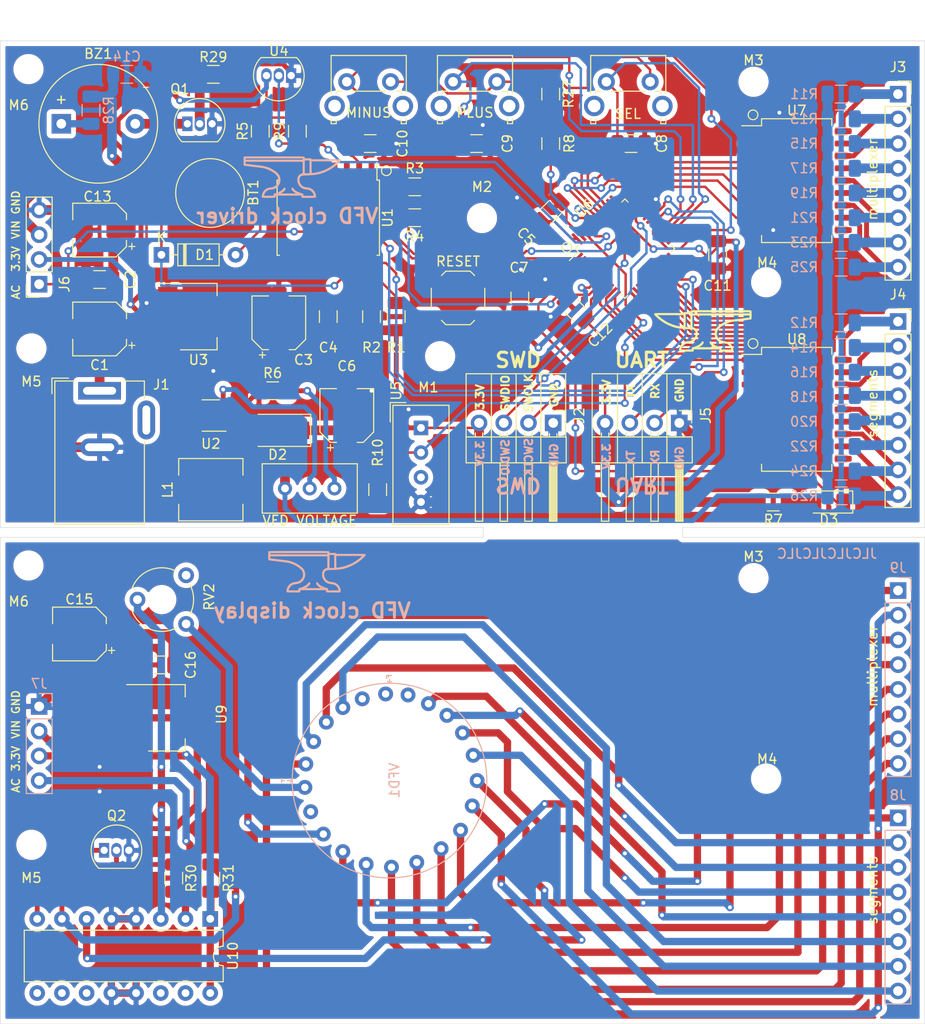
<source format=kicad_pcb>
(kicad_pcb (version 20171130) (host pcbnew "(5.1.5)-3")
  (layers (0 F.Cu signal) (31 B.Cu signal) (34 B.Paste user) (35 F.Paste user) (36 B.SilkS user) (37 F.SilkS user) (38 B.Mask user) (39 F.Mask user) (44 Edge.Cuts user))
  (net 0 "")
  (net 1 GND)
  (net 2 /VBAT)
  (net 3 +3V3)
  (net 4 /HV)
  (net 5 "Net-(C7-Pad1)")
  (net 6 /BUTTON_SELECT)
  (net 7 /BUTTON_PLUS)
  (net 8 /BUTTON_MINUS)
  (net 9 "Net-(D1-Pad2)")
  (net 10 "Net-(D2-Pad2)")
  (net 11 "Net-(D3-Pad2)")
  (net 12 "Net-(D3-Pad1)")
  (net 13 "Net-(J2-Pad3)")
  (net 14 "Net-(J2-Pad2)")
  (net 15 "Net-(J3-Pad8)")
  (net 16 "Net-(J3-Pad7)")
  (net 17 "Net-(J3-Pad6)")
  (net 18 "Net-(J3-Pad5)")
  (net 19 "Net-(J3-Pad4)")
  (net 20 "Net-(J3-Pad3)")
  (net 21 "Net-(J3-Pad2)")
  (net 22 "Net-(J3-Pad1)")
  (net 23 "Net-(J4-Pad8)")
  (net 24 "Net-(J4-Pad7)")
  (net 25 "Net-(J4-Pad6)")
  (net 26 "Net-(J4-Pad5)")
  (net 27 "Net-(J4-Pad4)")
  (net 28 "Net-(J4-Pad3)")
  (net 29 "Net-(J4-Pad2)")
  (net 30 "Net-(J4-Pad1)")
  (net 31 /SCL)
  (net 32 /SDA)
  (net 33 "Net-(R3-Pad2)")
  (net 34 /SQW)
  (net 35 "Net-(R6-Pad2)")
  (net 36 "Net-(R8-Pad1)")
  (net 37 /OneWire)
  (net 38 /DHT_interface)
  (net 39 "Net-(R27-Pad1)")
  (net 40 "Net-(RV1-Pad2)")
  (net 41 /L8)
  (net 42 /L7)
  (net 43 /L6)
  (net 44 /L5)
  (net 45 /L4)
  (net 46 /L3)
  (net 47 /L2)
  (net 48 /L1)
  (net 49 /SEG_H)
  (net 50 /SEG_G)
  (net 51 /SEG_F)
  (net 52 /SEG_E)
  (net 53 /SEG_D)
  (net 54 /SEG_C)
  (net 55 /SEG_B)
  (net 56 /SEG_A)
  (net 57 "Net-(J5-Pad3)")
  (net 58 "Net-(J5-Pad2)")
  (net 59 "Net-(BZ1-Pad2)")
  (net 60 "Net-(BZ1-Pad1)")
  (net 61 /VIN)
  (net 62 "Net-(Q1-Pad2)")
  (net 63 /BUZZER)
  (net 64 "Net-(U1-Pad4)")
  (net 65 "Net-(U5-Pad3)")
  (net 66 "Net-(U6-Pad33)")
  (net 67 "Net-(U6-Pad32)")
  (net 68 "Net-(U6-Pad25)")
  (net 69 "Net-(U6-Pad6)")
  (net 70 "Net-(U6-Pad4)")
  (net 71 "Net-(U6-Pad3)")
  (net 72 "Net-(U7-Pad10)")
  (net 73 "Net-(U8-Pad10)")
  (net 74 "Net-(C15-Pad2)")
  (net 75 "Net-(C15-Pad1)")
  (net 76 /VFD_AC)
  (net 77 "Net-(J7-Pad3)")
  (net 78 "Net-(J7-Pad2)")
  (net 79 "Net-(J8-Pad8)")
  (net 80 "Net-(J8-Pad7)")
  (net 81 "Net-(J8-Pad6)")
  (net 82 "Net-(J8-Pad5)")
  (net 83 "Net-(J8-Pad4)")
  (net 84 "Net-(J8-Pad3)")
  (net 85 "Net-(J8-Pad2)")
  (net 86 "Net-(J8-Pad1)")
  (net 87 "Net-(J9-Pad8)")
  (net 88 "Net-(J9-Pad7)")
  (net 89 "Net-(J9-Pad6)")
  (net 90 "Net-(J9-Pad5)")
  (net 91 "Net-(J9-Pad4)")
  (net 92 "Net-(J9-Pad3)")
  (net 93 "Net-(J9-Pad2)")
  (net 94 "Net-(J9-Pad1)")
  (net 95 "Net-(Q2-Pad1)")
  (net 96 "Net-(Q2-Pad2)")
  (net 97 "Net-(RV2-Pad1)")
  (net 98 "Net-(RV2-Pad2)")
  (net 99 "Net-(RV2-Pad3)")
  (net 100 "Net-(U10-Pad15)")
  (net 101 "Net-(U10-Pad14)")
  (net 102 "Net-(U10-Pad6)")
  (net 103 "Net-(U10-Pad11)")
  (net 104 "Net-(U10-Pad10)")
  (net 105 "Net-(U10-Pad9)")
  (net 106 "Net-(VFD1-Pad14)")
  (net 107 "Net-(J7-Pad4)")
  (module MountingHole:MountingHole_2.1mm (layer F.Cu) (at 98.57 70.355)
    (fp_text reference M5 (at 0 3.4) (layer F.SilkS))
    (fp_text value MountingHole_2.1mm)
    (pad "" np_thru_hole circle (at 0 0) (size 2.1 2.1) (drill 2.1) (layers *.Cu *.Mask))
  )
  (module MountingHole:MountingHole_2.1mm (layer F.Cu) (at 98.27 41.655)
    (fp_text reference M6 (at -1 3.7) (layer F.SilkS))
    (fp_text value MountingHole_2.1mm)
    (pad "" np_thru_hole circle (at 0 0) (size 2.1 2.1) (drill 2.1) (layers *.Cu *.Mask))
  )
  (module MountingHole:MountingHole_2.1mm (layer F.Cu) (at 174.07 63.555)
    (fp_text reference M4 (at 0.1 -2) (layer F.SilkS))
    (fp_text value MountingHole_2.1mm)
    (pad "" np_thru_hole circle (at 0 0) (size 2.1 2.1) (drill 2.1) (layers *.Cu *.Mask))
  )
  (module MountingHole:MountingHole_2.1mm (layer F.Cu) (at 172.77 42.955)
    (fp_text reference M3 (at 0 -2.2) (layer F.SilkS))
    (fp_text value MountingHole_2.1mm)
    (pad "" np_thru_hole circle (at 0 0) (size 2.1 2.1) (drill 2.1) (layers *.Cu *.Mask))
  )
  (module WK_lib:Anvil_10x10mm (layer B.Cu) (at 127.91 93.3 180)
    (fp_text reference G*** hide)
    (fp_text value LOGO hide)
  )
  (module Connector_PinHeader_2.54mm:PinHeader_1x08_P2.54mm_Vertical (layer B.Cu) (at 187.622 95.225 180)
    (fp_text reference J9 (at 0 2.33) (layer B.SilkS) (effects (justify mirror)))
    (fp_text value "Multiplexer inputs")
    (pad 1 thru_hole rect (at 0 0 180) (size 1.7 1.7) (drill 1) (layers *.Cu *.Mask) (net 94 "Net-(J9-Pad1)"))
    (pad 2 thru_hole oval (at 0 -2.54 180) (size 1.7 1.7) (drill 1) (layers *.Cu *.Mask) (net 93 "Net-(J9-Pad2)"))
    (pad 3 thru_hole oval (at 0 -5.08 180) (size 1.7 1.7) (drill 1) (layers *.Cu *.Mask) (net 92 "Net-(J9-Pad3)"))
    (pad 4 thru_hole oval (at 0 -7.62 180) (size 1.7 1.7) (drill 1) (layers *.Cu *.Mask) (net 91 "Net-(J9-Pad4)"))
    (pad 5 thru_hole oval (at 0 -10.16 180) (size 1.7 1.7) (drill 1) (layers *.Cu *.Mask) (net 90 "Net-(J9-Pad5)"))
    (pad 6 thru_hole oval (at 0 -12.7 180) (size 1.7 1.7) (drill 1) (layers *.Cu *.Mask) (net 89 "Net-(J9-Pad6)"))
    (pad 7 thru_hole oval (at 0 -15.24 180) (size 1.7 1.7) (drill 1) (layers *.Cu *.Mask) (net 88 "Net-(J9-Pad7)"))
    (pad 8 thru_hole oval (at 0 -17.78 180) (size 1.7 1.7) (drill 1) (layers *.Cu *.Mask) (net 87 "Net-(J9-Pad8)"))
  )
  (module Connector_PinHeader_2.54mm:PinHeader_1x08_P2.54mm_Vertical (layer B.Cu) (at 187.622 118.593 180)
    (fp_text reference J8 (at 0 2.33) (layer B.SilkS) (effects (justify mirror)))
    (fp_text value "Segments inputs")
    (pad 1 thru_hole rect (at 0 0 180) (size 1.7 1.7) (drill 1) (layers *.Cu *.Mask) (net 86 "Net-(J8-Pad1)"))
    (pad 2 thru_hole oval (at 0 -2.54 180) (size 1.7 1.7) (drill 1) (layers *.Cu *.Mask) (net 85 "Net-(J8-Pad2)"))
    (pad 3 thru_hole oval (at 0 -5.08 180) (size 1.7 1.7) (drill 1) (layers *.Cu *.Mask) (net 84 "Net-(J8-Pad3)"))
    (pad 4 thru_hole oval (at 0 -7.62 180) (size 1.7 1.7) (drill 1) (layers *.Cu *.Mask) (net 83 "Net-(J8-Pad4)"))
    (pad 5 thru_hole oval (at 0 -10.16 180) (size 1.7 1.7) (drill 1) (layers *.Cu *.Mask) (net 82 "Net-(J8-Pad5)"))
    (pad 6 thru_hole oval (at 0 -12.7 180) (size 1.7 1.7) (drill 1) (layers *.Cu *.Mask) (net 81 "Net-(J8-Pad6)"))
    (pad 7 thru_hole oval (at 0 -15.24 180) (size 1.7 1.7) (drill 1) (layers *.Cu *.Mask) (net 80 "Net-(J8-Pad7)"))
    (pad 8 thru_hole oval (at 0 -17.78 180) (size 1.7 1.7) (drill 1) (layers *.Cu *.Mask) (net 79 "Net-(J8-Pad8)"))
  )
  (module Connector_PinHeader_2.54mm:PinHeader_1x04_P2.54mm_Vertical (layer B.Cu) (at 99.37224 107.14014 180)
    (fp_text reference J7 (at 0 2.33) (layer B.SilkS) (effects (justify mirror)))
    (fp_text value "VFD display driver")
    (pad 1 thru_hole rect (at 0 0 180) (size 1.7 1.7) (drill 1) (layers *.Cu *.Mask) (net 74 "Net-(C15-Pad2)"))
    (pad 2 thru_hole oval (at 0 -2.54 180) (size 1.7 1.7) (drill 1) (layers *.Cu *.Mask) (net 78 "Net-(J7-Pad2)"))
    (pad 3 thru_hole oval (at 0 -5.08 180) (size 1.7 1.7) (drill 1) (layers *.Cu *.Mask) (net 77 "Net-(J7-Pad3)"))
    (pad 4 thru_hole oval (at 0 -7.62 180) (size 1.7 1.7) (drill 1) (layers *.Cu *.Mask) (net 107 "Net-(J7-Pad4)"))
  )
  (module WK_lib:IV-18 (layer B.Cu) (at 135.37 114.755 270)
    (fp_text reference VFD1 (at 0 -0.5 270) (layer B.SilkS) (effects (justify mirror)))
    (fp_text value IV-18)
    (pad 1 thru_hole circle (at 0 -9 270) (size 1.524 1.524) (drill 0.762) (layers *.Cu *.Mask) (net 102 "Net-(U10-Pad6)"))
    (pad 2 thru_hole circle (at -2.6 -8.6 270) (size 1.524 1.524) (drill 0.762) (layers *.Cu *.Mask) (net 79 "Net-(J8-Pad8)"))
    (pad 3 thru_hole circle (at -4.9 -7.5 270) (size 1.524 1.524) (drill 0.762) (layers *.Cu *.Mask) (net 83 "Net-(J8-Pad4)"))
    (pad 4 thru_hole circle (at -6.7 -5.9 270) (size 1.524 1.524) (drill 0.762) (layers *.Cu *.Mask) (net 84 "Net-(J8-Pad3)"))
    (pad 5 thru_hole circle (at -7.9 -4 270) (size 1.524 1.524) (drill 0.762) (layers *.Cu *.Mask) (net 82 "Net-(J8-Pad5)"))
    (pad 6 thru_hole circle (at -8.8 -1.9 270) (size 1.524 1.524) (drill 0.762) (layers *.Cu *.Mask))
    (pad 7 thru_hole circle (at -8.9 0.4 270) (size 1.524 1.524) (drill 0.762) (layers *.Cu *.Mask))
    (pad 8 thru_hole circle (at -8.4 2.8 270) (size 1.524 1.524) (drill 0.762) (layers *.Cu *.Mask))
    (pad 9 thru_hole circle (at -7.5 4.8 270) (size 1.524 1.524) (drill 0.762) (layers *.Cu *.Mask) (net 80 "Net-(J8-Pad7)"))
    (pad 10 thru_hole circle (at -6 6.5 270) (size 1.524 1.524) (drill 0.762) (layers *.Cu *.Mask) (net 85 "Net-(J8-Pad2)"))
    (pad 11 thru_hole circle (at -4 7.8 270) (size 1.524 1.524) (drill 0.762) (layers *.Cu *.Mask) (net 81 "Net-(J8-Pad6)"))
    (pad 12 thru_hole circle (at -1.7 8.6 270) (size 1.524 1.524) (drill 0.762) (layers *.Cu *.Mask) (net 86 "Net-(J8-Pad1)"))
    (pad 13 thru_hole circle (at 0.7 8.7 270) (size 1.524 1.524) (drill 0.762) (layers *.Cu *.Mask) (net 99 "Net-(RV2-Pad3)"))
    (pad 14 thru_hole circle (at 3.2 8.1 270) (size 1.524 1.524) (drill 0.762) (layers *.Cu *.Mask) (net 106 "Net-(VFD1-Pad14)"))
    (pad 15 thru_hole circle (at 5.5 6.8 270) (size 1.524 1.524) (drill 0.762) (layers *.Cu *.Mask) (net 94 "Net-(J9-Pad1)"))
    (pad 16 thru_hole circle (at 7.3 4.8 270) (size 1.524 1.524) (drill 0.762) (layers *.Cu *.Mask) (net 92 "Net-(J9-Pad3)"))
    (pad 17 thru_hole circle (at 8.6 2.4 270) (size 1.524 1.524) (drill 0.762) (layers *.Cu *.Mask) (net 90 "Net-(J9-Pad5)"))
    (pad 18 thru_hole circle (at 8.9 -0.2 270) (size 1.524 1.524) (drill 0.762) (layers *.Cu *.Mask) (net 87 "Net-(J9-Pad8)"))
    (pad 19 thru_hole circle (at 8.4 -2.8 270) (size 1.524 1.524) (drill 0.762) (layers *.Cu *.Mask) (net 88 "Net-(J9-Pad7)"))
    (pad 20 thru_hole circle (at 7 -5.3 270) (size 1.524 1.524) (drill 0.762) (layers *.Cu *.Mask) (net 89 "Net-(J9-Pad6)"))
    (pad 21 thru_hole circle (at 5.1 -7.3 270) (size 1.524 1.524) (drill 0.762) (layers *.Cu *.Mask) (net 91 "Net-(J9-Pad4)"))
    (pad 22 thru_hole circle (at 2.6 -8.5 270) (size 1.524 1.524) (drill 0.762) (layers *.Cu *.Mask) (net 93 "Net-(J9-Pad2)"))
  )
  (module Package_DIP:DIP-16_W7.62mm (layer F.Cu) (at 116.9465 128.966 270)
    (fp_text reference U10 (at 3.81 -2.33 90) (layer F.SilkS))
    (fp_text value L293)
    (pad 16 thru_hole oval (at 7.62 0 270) (size 1.6 1.6) (drill 0.8) (layers *.Cu *.Mask) (net 77 "Net-(J7-Pad3)"))
    (pad 8 thru_hole oval (at 0 17.78 270) (size 1.6 1.6) (drill 0.8) (layers *.Cu *.Mask) (net 75 "Net-(C15-Pad1)"))
    (pad 15 thru_hole oval (at 7.62 2.54 270) (size 1.6 1.6) (drill 0.8) (layers *.Cu *.Mask) (net 100 "Net-(U10-Pad15)"))
    (pad 7 thru_hole oval (at 0 15.24 270) (size 1.6 1.6) (drill 0.8) (layers *.Cu *.Mask) (net 95 "Net-(Q2-Pad1)"))
    (pad 14 thru_hole oval (at 7.62 5.08 270) (size 1.6 1.6) (drill 0.8) (layers *.Cu *.Mask) (net 101 "Net-(U10-Pad14)"))
    (pad 6 thru_hole oval (at 0 12.7 270) (size 1.6 1.6) (drill 0.8) (layers *.Cu *.Mask) (net 102 "Net-(U10-Pad6)"))
    (pad 13 thru_hole oval (at 7.62 7.62 270) (size 1.6 1.6) (drill 0.8) (layers *.Cu *.Mask) (net 74 "Net-(C15-Pad2)"))
    (pad 5 thru_hole oval (at 0 10.16 270) (size 1.6 1.6) (drill 0.8) (layers *.Cu *.Mask) (net 74 "Net-(C15-Pad2)"))
    (pad 12 thru_hole oval (at 7.62 10.16 270) (size 1.6 1.6) (drill 0.8) (layers *.Cu *.Mask) (net 74 "Net-(C15-Pad2)"))
    (pad 4 thru_hole oval (at 0 7.62 270) (size 1.6 1.6) (drill 0.8) (layers *.Cu *.Mask) (net 74 "Net-(C15-Pad2)"))
    (pad 11 thru_hole oval (at 7.62 12.7 270) (size 1.6 1.6) (drill 0.8) (layers *.Cu *.Mask) (net 103 "Net-(U10-Pad11)"))
    (pad 3 thru_hole oval (at 0 5.08 270) (size 1.6 1.6) (drill 0.8) (layers *.Cu *.Mask) (net 98 "Net-(RV2-Pad2)"))
    (pad 10 thru_hole oval (at 7.62 15.24 270) (size 1.6 1.6) (drill 0.8) (layers *.Cu *.Mask) (net 104 "Net-(U10-Pad10)"))
    (pad 2 thru_hole oval (at 0 2.54 270) (size 1.6 1.6) (drill 0.8) (layers *.Cu *.Mask) (net 107 "Net-(J7-Pad4)"))
    (pad 9 thru_hole oval (at 7.62 17.78 270) (size 1.6 1.6) (drill 0.8) (layers *.Cu *.Mask) (net 105 "Net-(U10-Pad9)"))
    (pad 1 thru_hole rect (at 0 0 270) (size 1.6 1.6) (drill 0.8) (layers *.Cu *.Mask) (net 77 "Net-(J7-Pad3)"))
  )
  (module Package_TO_SOT_SMD:SOT-223-3_TabPin2 (layer F.Cu) (at 112.46594 108.30818)
    (fp_text reference U9 (at 5.64406 -0.35818 90) (layer F.SilkS))
    (fp_text value AMS1117-5.0)
    (pad 1 smd rect (at -3.15 -2.3) (size 2 1.5) (layers F.Cu F.Paste F.Mask) (net 74 "Net-(C15-Pad2)"))
    (pad 3 smd rect (at -3.15 2.3) (size 2 1.5) (layers F.Cu F.Paste F.Mask) (net 78 "Net-(J7-Pad2)"))
    (pad 2 smd rect (at -3.15 0) (size 2 1.5) (layers F.Cu F.Paste F.Mask) (net 75 "Net-(C15-Pad1)"))
    (pad 2 smd rect (at 3.15 0) (size 2 3.8) (layers F.Cu F.Paste F.Mask) (net 75 "Net-(C15-Pad1)"))
  )
  (module Potentiometer_THT:Potentiometer_Piher_PT-6-V_Vertical_Hole (layer F.Cu) (at 114.47 93.66 180)
    (fp_text reference RV2 (at -2.37 -2.225 90) (layer F.SilkS))
    (fp_text value 1K)
    (pad "" np_thru_hole circle (at 2.5 -2.5 180) (size 2 2) (drill 2) (layers *.Cu *.Mask))
    (pad 1 thru_hole circle (at 0 0 180) (size 1.62 1.62) (drill 0.9) (layers *.Cu *.Mask) (net 97 "Net-(RV2-Pad1)"))
    (pad 2 thru_hole circle (at 5 -2.5 180) (size 1.62 1.62) (drill 0.9) (layers *.Cu *.Mask) (net 98 "Net-(RV2-Pad2)"))
    (pad 3 thru_hole circle (at 0 -5 180) (size 1.62 1.62) (drill 0.9) (layers *.Cu *.Mask) (net 99 "Net-(RV2-Pad3)"))
  )
  (module Resistor_SMD:R_1206_3216Metric (layer F.Cu) (at 117.01 124.775 270)
    (fp_text reference R31 (at 0 -1.82 90) (layer F.SilkS))
    (fp_text value 10K)
    (pad 2 smd roundrect (at 1.4 0 270) (size 1.25 1.75) (layers F.Cu F.Paste F.Mask) (roundrect_rratio 0.2) (net 77 "Net-(J7-Pad3)"))
    (pad 1 smd roundrect (at -1.4 0 270) (size 1.25 1.75) (layers F.Cu F.Paste F.Mask) (roundrect_rratio 0.2) (net 95 "Net-(Q2-Pad1)"))
  )
  (module Resistor_SMD:R_1206_3216Metric (layer F.Cu) (at 113.2 124.775 90)
    (fp_text reference R30 (at 0 1.8 90) (layer F.SilkS))
    (fp_text value 1K)
    (pad 2 smd roundrect (at 1.4 0 90) (size 1.25 1.75) (layers F.Cu F.Paste F.Mask) (roundrect_rratio 0.2) (net 96 "Net-(Q2-Pad2)"))
    (pad 1 smd roundrect (at -1.4 0 90) (size 1.25 1.75) (layers F.Cu F.Paste F.Mask) (roundrect_rratio 0.2) (net 107 "Net-(J7-Pad4)"))
  )
  (module Package_TO_SOT_THT:TO-92_Inline (layer F.Cu) (at 106.045 121.92)
    (fp_text reference Q2 (at 1.27 -3.56) (layer F.SilkS))
    (fp_text value BC547)
    (pad 1 thru_hole rect (at 0 0) (size 1.05 1.5) (drill 0.75) (layers *.Cu *.Mask) (net 95 "Net-(Q2-Pad1)"))
    (pad 3 thru_hole oval (at 2.54 0) (size 1.05 1.5) (drill 0.75) (layers *.Cu *.Mask) (net 74 "Net-(C15-Pad2)"))
    (pad 2 thru_hole oval (at 1.27 0) (size 1.05 1.5) (drill 0.75) (layers *.Cu *.Mask) (net 96 "Net-(Q2-Pad2)"))
  )
  (module Capacitor_SMD:C_1206_3216Metric (layer F.Cu) (at 111.76 102.87 180)
    (fp_text reference C16 (at -3.175 0 90) (layer F.SilkS))
    (fp_text value 100nF)
    (pad 2 smd roundrect (at 1.4 0 180) (size 1.25 1.75) (layers F.Cu F.Paste F.Mask) (roundrect_rratio 0.2) (net 74 "Net-(C15-Pad2)"))
    (pad 1 smd roundrect (at -1.4 0 180) (size 1.25 1.75) (layers F.Cu F.Paste F.Mask) (roundrect_rratio 0.2) (net 75 "Net-(C15-Pad1)"))
  )
  (module Capacitor_SMD:CP_Elec_5x4.4 (layer F.Cu) (at 103.505 99.695 180)
    (fp_text reference C15 (at 0 3.565) (layer F.SilkS))
    (fp_text value 47uF)
    (pad 2 smd roundrect (at 2.2 0 180) (size 3 1.6) (layers F.Cu F.Paste F.Mask) (roundrect_rratio 0.15625) (net 74 "Net-(C15-Pad2)"))
    (pad 1 smd roundrect (at -2.2 0 180) (size 3 1.6) (layers F.Cu F.Paste F.Mask) (roundrect_rratio 0.15625) (net 75 "Net-(C15-Pad1)"))
  )
  (module Connector_PinSocket_2.54mm:PinSocket_1x04_P2.54mm_Vertical (layer F.Cu) (at 99.37 63.755 180)
    (fp_text reference J6 (at -2.6 0 270) (layer F.SilkS))
    (fp_text value "VFD display driver")
    (pad 1 thru_hole rect (at 0 0 180) (size 1.7 1.7) (drill 1) (layers *.Cu *.Mask) (net 76 /VFD_AC))
    (pad 2 thru_hole oval (at 0 2.54 180) (size 1.7 1.7) (drill 1) (layers *.Cu *.Mask) (net 3 +3V3))
    (pad 3 thru_hole oval (at 0 5.08 180) (size 1.7 1.7) (drill 1) (layers *.Cu *.Mask) (net 61 /VIN))
    (pad 4 thru_hole oval (at 0 7.62 180) (size 1.7 1.7) (drill 1) (layers *.Cu *.Mask) (net 1 GND))
  )
  (module WK_lib:Anvil_10x10mm (layer F.Cu) (at 167.57 68.555)
    (fp_text reference G*** hide)
    (fp_text value LOGO hide)
  )
  (module WK_lib:Anvil_10x10mm (layer B.Cu) (at 125.37 52.755 180)
    (fp_text reference G*** hide)
    (fp_text value LOGO hide)
  )
  (module MountingHole:MountingHole_2.1mm (layer F.Cu) (at 98.57 121.355)
    (fp_text reference M5 (at 0 3.4) (layer F.SilkS))
    (fp_text value MountingHole_2.1mm)
    (pad "" np_thru_hole circle (at 0 0) (size 2.1 2.1) (drill 2.1) (layers *.Cu *.Mask))
  )
  (module MountingHole:MountingHole_2.1mm (layer F.Cu) (at 98.27 92.655)
    (fp_text reference M6 (at -1 3.7) (layer F.SilkS))
    (fp_text value MountingHole_2.1mm)
    (pad "" np_thru_hole circle (at 0 0) (size 2.1 2.1) (drill 2.1) (layers *.Cu *.Mask))
  )
  (module MountingHole:MountingHole_2.1mm (layer F.Cu) (at 144.87 56.955)
    (fp_text reference M2 (at 0 -3.2) (layer F.SilkS))
    (fp_text value MountingHole_2.1mm)
    (pad "" np_thru_hole circle (at 0 0) (size 2.1 2.1) (drill 2.1) (layers *.Cu *.Mask))
  )
  (module MountingHole:MountingHole_2.1mm (layer F.Cu) (at 174.07 114.555)
    (fp_text reference M4 (at 0.1 -2) (layer F.SilkS))
    (fp_text value MountingHole_2.1mm)
    (pad "" np_thru_hole circle (at 0 0) (size 2.1 2.1) (drill 2.1) (layers *.Cu *.Mask))
  )
  (module MountingHole:MountingHole_2.1mm (layer F.Cu) (at 140.57 71.155)
    (fp_text reference M1 (at -1.2 3.2 180) (layer F.SilkS))
    (fp_text value MountingHole_2.1mm)
    (pad "" np_thru_hole circle (at 0 0) (size 2.1 2.1) (drill 2.1) (layers *.Cu *.Mask))
  )
  (module MountingHole:MountingHole_2.1mm (layer F.Cu) (at 172.77 93.955)
    (fp_text reference M3 (at 0 -2.2) (layer F.SilkS))
    (fp_text value MountingHole_2.1mm)
    (pad "" np_thru_hole circle (at 0 0) (size 2.1 2.1) (drill 2.1) (layers *.Cu *.Mask))
  )
  (module Package_TO_SOT_SMD:SOT-23-5_HandSoldering (layer F.Cu) (at 117.01 77.245 180)
    (fp_text reference U2 (at 0 -2.9) (layer F.SilkS))
    (fp_text value SX1308)
    (pad 5 smd rect (at 1.35 -0.95 180) (size 1.56 0.65) (layers F.Cu F.Paste F.Mask) (net 61 /VIN))
    (pad 4 smd rect (at 1.35 0.95 180) (size 1.56 0.65) (layers F.Cu F.Paste F.Mask) (net 61 /VIN))
    (pad 3 smd rect (at -1.35 0.95 180) (size 1.56 0.65) (layers F.Cu F.Paste F.Mask) (net 40 "Net-(RV1-Pad2)"))
    (pad 2 smd rect (at -1.35 0 180) (size 1.56 0.65) (layers F.Cu F.Paste F.Mask) (net 1 GND))
    (pad 1 smd rect (at -1.35 -0.95 180) (size 1.56 0.65) (layers F.Cu F.Paste F.Mask) (net 10 "Net-(D2-Pad2)"))
  )
  (module Diode_SMD:D_SMA (layer F.Cu) (at 123.868 78.769 180)
    (fp_text reference D2 (at 0 -2.5) (layer F.SilkS))
    (fp_text value SS34)
    (pad 2 smd rect (at 2 0 180) (size 2.5 1.8) (layers F.Cu F.Paste F.Mask) (net 10 "Net-(D2-Pad2)"))
    (pad 1 smd rect (at -2 0 180) (size 2.5 1.8) (layers F.Cu F.Paste F.Mask) (net 4 /HV))
  )
  (module Resistor_SMD:R_1206_3216Metric (layer F.Cu) (at 117.264 42.193 180)
    (fp_text reference R29 (at 0 1.778) (layer F.SilkS))
    (fp_text value 10K)
    (pad 2 smd roundrect (at 1.4 0 180) (size 1.25 1.75) (layers F.Cu F.Paste F.Mask) (roundrect_rratio 0.2) (net 62 "Net-(Q1-Pad2)"))
    (pad 1 smd roundrect (at -1.4 0 180) (size 1.25 1.75) (layers F.Cu F.Paste F.Mask) (roundrect_rratio 0.2) (net 63 /BUZZER))
  )
  (module Resistor_SMD:R_1206_3216Metric (layer B.Cu) (at 104.691 45.876 90)
    (fp_text reference R28 (at 0 1.82 270) (layer B.SilkS) (effects (justify mirror)))
    (fp_text value 1K)
    (pad 2 smd roundrect (at 1.4 0 90) (size 1.25 1.75) (layers B.Cu B.Paste B.Mask) (roundrect_rratio 0.2) (net 61 /VIN))
    (pad 1 smd roundrect (at -1.4 0 90) (size 1.25 1.75) (layers B.Cu B.Paste B.Mask) (roundrect_rratio 0.2) (net 60 "Net-(BZ1-Pad1)"))
  )
  (module Package_TO_SOT_THT:TO-92_Inline (layer F.Cu) (at 114.597 47.273)
    (fp_text reference Q1 (at -0.762 -3.56) (layer F.SilkS))
    (fp_text value BC547)
    (pad 1 thru_hole rect (at 0 0) (size 1.05 1.5) (drill 0.75) (layers *.Cu *.Mask) (net 59 "Net-(BZ1-Pad2)"))
    (pad 3 thru_hole oval (at 2.54 0) (size 1.05 1.5) (drill 0.75) (layers *.Cu *.Mask) (net 1 GND))
    (pad 2 thru_hole oval (at 1.27 0) (size 1.05 1.5) (drill 0.75) (layers *.Cu *.Mask) (net 62 "Net-(Q1-Pad2)"))
  )
  (module Capacitor_SMD:C_1206_3216Metric (layer B.Cu) (at 108.374 42.193 180)
    (fp_text reference C14 (at 0 1.82) (layer B.SilkS) (effects (justify mirror)))
    (fp_text value 100nF)
    (pad 2 smd roundrect (at 1.4 0 180) (size 1.25 1.75) (layers B.Cu B.Paste B.Mask) (roundrect_rratio 0.2) (net 61 /VIN))
    (pad 1 smd roundrect (at -1.4 0 180) (size 1.25 1.75) (layers B.Cu B.Paste B.Mask) (roundrect_rratio 0.2) (net 1 GND))
  )
  (module Capacitor_SMD:CP_Elec_5x4.4 (layer F.Cu) (at 105.58 58.195 180)
    (fp_text reference C13 (at 0.21 3.44 180) (layer F.SilkS))
    (fp_text value 47uF)
    (pad 2 smd roundrect (at 2.2 0 180) (size 3 1.6) (layers F.Cu F.Paste F.Mask) (roundrect_rratio 0.15625) (net 1 GND))
    (pad 1 smd roundrect (at -2.2 0 180) (size 3 1.6) (layers F.Cu F.Paste F.Mask) (roundrect_rratio 0.15625) (net 61 /VIN))
  )
  (module Buzzer_Beeper:Buzzer_12x9.5RM7.6 (layer F.Cu) (at 101.643 47.273)
    (fp_text reference BZ1 (at 3.8 -7.2) (layer F.SilkS))
    (fp_text value Buzzer)
    (fp_text user + (at -0.01 -2.54) (layer F.SilkS))
    (pad 1 thru_hole rect (at 0 0) (size 2 2) (drill 1) (layers *.Cu *.Mask) (net 60 "Net-(BZ1-Pad1)"))
    (pad 2 thru_hole circle (at 7.6 0) (size 2 2) (drill 1) (layers *.Cu *.Mask) (net 59 "Net-(BZ1-Pad2)"))
  )
  (module Connector_PinHeader_2.54mm:PinHeader_1x04_P2.54mm_Horizontal (layer F.Cu) (at 165.143 78.007 270)
    (fp_text reference J5 (at -0.752 -2.727 270) (layer F.SilkS))
    (fp_text value UART)
    (pad 4 thru_hole oval (at 0 7.62 270) (size 1.7 1.7) (drill 1) (layers *.Cu *.Mask) (net 3 +3V3))
    (pad 3 thru_hole oval (at 0 5.08 270) (size 1.7 1.7) (drill 1) (layers *.Cu *.Mask) (net 57 "Net-(J5-Pad3)"))
    (pad 2 thru_hole oval (at 0 2.54 270) (size 1.7 1.7) (drill 1) (layers *.Cu *.Mask) (net 58 "Net-(J5-Pad2)"))
    (pad 1 thru_hole rect (at 0 0 270) (size 1.7 1.7) (drill 1) (layers *.Cu *.Mask) (net 1 GND))
  )
  (module Package_SO:SOP-18_7x12.5mm_P1.27mm (layer F.Cu) (at 177.208 76.61)
    (fp_text reference U8 (at 0 -7.2) (layer F.SilkS))
    (fp_text value ULN2803A)
    (pad 18 smd roundrect (at 4.775 -5.08) (size 1.75 0.6) (layers F.Cu F.Paste F.Mask) (net 30 "Net-(J4-Pad1)"))
    (pad 17 smd roundrect (at 4.775 -3.81) (size 1.75 0.6) (layers F.Cu F.Paste F.Mask) (net 29 "Net-(J4-Pad2)"))
    (pad 16 smd roundrect (at 4.775 -2.54) (size 1.75 0.6) (layers F.Cu F.Paste F.Mask) (net 28 "Net-(J4-Pad3)"))
    (pad 15 smd roundrect (at 4.775 -1.27) (size 1.75 0.6) (layers F.Cu F.Paste F.Mask) (net 27 "Net-(J4-Pad4)"))
    (pad 14 smd roundrect (at 4.775 0) (size 1.75 0.6) (layers F.Cu F.Paste F.Mask) (net 26 "Net-(J4-Pad5)"))
    (pad 13 smd roundrect (at 4.775 1.27) (size 1.75 0.6) (layers F.Cu F.Paste F.Mask) (net 25 "Net-(J4-Pad6)"))
    (pad 12 smd roundrect (at 4.775 2.54) (size 1.75 0.6) (layers F.Cu F.Paste F.Mask) (net 24 "Net-(J4-Pad7)"))
    (pad 11 smd roundrect (at 4.775 3.81) (size 1.75 0.6) (layers F.Cu F.Paste F.Mask) (net 23 "Net-(J4-Pad8)"))
    (pad 10 smd roundrect (at 4.775 5.08) (size 1.75 0.6) (layers F.Cu F.Paste F.Mask) (net 73 "Net-(U8-Pad10)"))
    (pad 9 smd roundrect (at -4.775 5.08) (size 1.75 0.6) (layers F.Cu F.Paste F.Mask) (net 1 GND))
    (pad 8 smd roundrect (at -4.775 3.81) (size 1.75 0.6) (layers F.Cu F.Paste F.Mask) (net 49 /SEG_H))
    (pad 7 smd roundrect (at -4.775 2.54) (size 1.75 0.6) (layers F.Cu F.Paste F.Mask) (net 50 /SEG_G))
    (pad 6 smd roundrect (at -4.775 1.27) (size 1.75 0.6) (layers F.Cu F.Paste F.Mask) (net 51 /SEG_F))
    (pad 5 smd roundrect (at -4.775 0) (size 1.75 0.6) (layers F.Cu F.Paste F.Mask) (net 52 /SEG_E))
    (pad 4 smd roundrect (at -4.775 -1.27) (size 1.75 0.6) (layers F.Cu F.Paste F.Mask) (net 53 /SEG_D))
    (pad 3 smd roundrect (at -4.775 -2.54) (size 1.75 0.6) (layers F.Cu F.Paste F.Mask) (net 54 /SEG_C))
    (pad 2 smd roundrect (at -4.775 -3.81) (size 1.75 0.6) (layers F.Cu F.Paste F.Mask) (net 55 /SEG_B))
    (pad 1 smd roundrect (at -4.775 -5.08) (size 1.75 0.6) (layers F.Cu F.Paste F.Mask) (net 56 /SEG_A))
  )
  (module Package_SO:SOP-18_7x12.5mm_P1.27mm (layer F.Cu) (at 177.208 53.115)
    (fp_text reference U7 (at 0 -7.2) (layer F.SilkS))
    (fp_text value ULN2803A)
    (pad 18 smd roundrect (at 4.775 -5.08) (size 1.75 0.6) (layers F.Cu F.Paste F.Mask) (net 22 "Net-(J3-Pad1)"))
    (pad 17 smd roundrect (at 4.775 -3.81) (size 1.75 0.6) (layers F.Cu F.Paste F.Mask) (net 21 "Net-(J3-Pad2)"))
    (pad 16 smd roundrect (at 4.775 -2.54) (size 1.75 0.6) (layers F.Cu F.Paste F.Mask) (net 20 "Net-(J3-Pad3)"))
    (pad 15 smd roundrect (at 4.775 -1.27) (size 1.75 0.6) (layers F.Cu F.Paste F.Mask) (net 19 "Net-(J3-Pad4)"))
    (pad 14 smd roundrect (at 4.775 0) (size 1.75 0.6) (layers F.Cu F.Paste F.Mask) (net 18 "Net-(J3-Pad5)"))
    (pad 13 smd roundrect (at 4.775 1.27) (size 1.75 0.6) (layers F.Cu F.Paste F.Mask) (net 17 "Net-(J3-Pad6)"))
    (pad 12 smd roundrect (at 4.775 2.54) (size 1.75 0.6) (layers F.Cu F.Paste F.Mask) (net 16 "Net-(J3-Pad7)"))
    (pad 11 smd roundrect (at 4.775 3.81) (size 1.75 0.6) (layers F.Cu F.Paste F.Mask) (net 15 "Net-(J3-Pad8)"))
    (pad 10 smd roundrect (at 4.775 5.08) (size 1.75 0.6) (layers F.Cu F.Paste F.Mask) (net 72 "Net-(U7-Pad10)"))
    (pad 9 smd roundrect (at -4.775 5.08) (size 1.75 0.6) (layers F.Cu F.Paste F.Mask) (net 1 GND))
    (pad 8 smd roundrect (at -4.775 3.81) (size 1.75 0.6) (layers F.Cu F.Paste F.Mask) (net 41 /L8))
    (pad 7 smd roundrect (at -4.775 2.54) (size 1.75 0.6) (layers F.Cu F.Paste F.Mask) (net 42 /L7))
    (pad 6 smd roundrect (at -4.775 1.27) (size 1.75 0.6) (layers F.Cu F.Paste F.Mask) (net 43 /L6))
    (pad 5 smd roundrect (at -4.775 0) (size 1.75 0.6) (layers F.Cu F.Paste F.Mask) (net 44 /L5))
    (pad 4 smd roundrect (at -4.775 -1.27) (size 1.75 0.6) (layers F.Cu F.Paste F.Mask) (net 45 /L4))
    (pad 3 smd roundrect (at -4.775 -2.54) (size 1.75 0.6) (layers F.Cu F.Paste F.Mask) (net 46 /L3))
    (pad 2 smd roundrect (at -4.775 -3.81) (size 1.75 0.6) (layers F.Cu F.Paste F.Mask) (net 47 /L2))
    (pad 1 smd roundrect (at -4.775 -5.08) (size 1.75 0.6) (layers F.Cu F.Paste F.Mask) (net 48 /L1))
  )
  (module Package_QFP:LQFP-48_7x7mm_P0.5mm (layer F.Cu) (at 159.555 60.1 45)
    (fp_text reference U6 (at 0 -5.85 45) (layer F.SilkS))
    (fp_text value STM32F103C8Tx)
    (pad 1 smd roundrect (at -4.1625 -2.75 45) (size 1.475 0.3) (layers F.Cu F.Paste F.Mask) (net 2 /VBAT))
    (pad 2 smd roundrect (at -4.1625 -2.25 45) (size 1.475 0.3) (layers F.Cu F.Paste F.Mask) (net 12 "Net-(D3-Pad1)"))
    (pad 3 smd roundrect (at -4.1625 -1.75 45) (size 1.475 0.3) (layers F.Cu F.Paste F.Mask) (net 71 "Net-(U6-Pad3)"))
    (pad 4 smd roundrect (at -4.1625 -1.25 45) (size 1.475 0.3) (layers F.Cu F.Paste F.Mask) (net 70 "Net-(U6-Pad4)"))
    (pad 5 smd roundrect (at -4.1625 -0.75 45) (size 1.475 0.3) (layers F.Cu F.Paste F.Mask) (net 34 /SQW))
    (pad 6 smd roundrect (at -4.1625 -0.25 45) (size 1.475 0.3) (layers F.Cu F.Paste F.Mask) (net 69 "Net-(U6-Pad6)"))
    (pad 7 smd roundrect (at -4.1625 0.25 45) (size 1.475 0.3) (layers F.Cu F.Paste F.Mask) (net 5 "Net-(C7-Pad1)"))
    (pad 8 smd roundrect (at -4.1625 0.75 45) (size 1.475 0.3) (layers F.Cu F.Paste F.Mask) (net 1 GND))
    (pad 9 smd roundrect (at -4.1625 1.25 45) (size 1.475 0.3) (layers F.Cu F.Paste F.Mask) (net 3 +3V3))
    (pad 10 smd roundrect (at -4.1625 1.75 45) (size 1.475 0.3) (layers F.Cu F.Paste F.Mask) (net 56 /SEG_A))
    (pad 11 smd roundrect (at -4.1625 2.25 45) (size 1.475 0.3) (layers F.Cu F.Paste F.Mask) (net 55 /SEG_B))
    (pad 12 smd roundrect (at -4.1625 2.75 45) (size 1.475 0.3) (layers F.Cu F.Paste F.Mask) (net 54 /SEG_C))
    (pad 13 smd roundrect (at -2.75 4.1625 45) (size 0.3 1.475) (layers F.Cu F.Paste F.Mask) (net 53 /SEG_D))
    (pad 14 smd roundrect (at -2.25 4.1625 45) (size 0.3 1.475) (layers F.Cu F.Paste F.Mask) (net 52 /SEG_E))
    (pad 15 smd roundrect (at -1.75 4.1625 45) (size 0.3 1.475) (layers F.Cu F.Paste F.Mask) (net 51 /SEG_F))
    (pad 16 smd roundrect (at -1.25 4.1625 45) (size 0.3 1.475) (layers F.Cu F.Paste F.Mask) (net 50 /SEG_G))
    (pad 17 smd roundrect (at -0.75 4.1625 45) (size 0.3 1.475) (layers F.Cu F.Paste F.Mask) (net 49 /SEG_H))
    (pad 18 smd roundrect (at -0.25 4.1625 45) (size 0.3 1.475) (layers F.Cu F.Paste F.Mask) (net 48 /L1))
    (pad 19 smd roundrect (at 0.25 4.1625 45) (size 0.3 1.475) (layers F.Cu F.Paste F.Mask) (net 47 /L2))
    (pad 20 smd roundrect (at 0.75 4.1625 45) (size 0.3 1.475) (layers F.Cu F.Paste F.Mask) (net 46 /L3))
    (pad 21 smd roundrect (at 1.25 4.1625 45) (size 0.3 1.475) (layers F.Cu F.Paste F.Mask) (net 31 /SCL))
    (pad 22 smd roundrect (at 1.75 4.1625 45) (size 0.3 1.475) (layers F.Cu F.Paste F.Mask) (net 32 /SDA))
    (pad 23 smd roundrect (at 2.25 4.1625 45) (size 0.3 1.475) (layers F.Cu F.Paste F.Mask) (net 1 GND))
    (pad 24 smd roundrect (at 2.75 4.1625 45) (size 0.3 1.475) (layers F.Cu F.Paste F.Mask) (net 3 +3V3))
    (pad 25 smd roundrect (at 4.1625 2.75 45) (size 1.475 0.3) (layers F.Cu F.Paste F.Mask) (net 68 "Net-(U6-Pad25)"))
    (pad 26 smd roundrect (at 4.1625 2.25 45) (size 1.475 0.3) (layers F.Cu F.Paste F.Mask) (net 6 /BUTTON_SELECT))
    (pad 27 smd roundrect (at 4.1625 1.75 45) (size 1.475 0.3) (layers F.Cu F.Paste F.Mask) (net 7 /BUTTON_PLUS))
    (pad 28 smd roundrect (at 4.1625 1.25 45) (size 1.475 0.3) (layers F.Cu F.Paste F.Mask) (net 8 /BUTTON_MINUS))
    (pad 29 smd roundrect (at 4.1625 0.75 45) (size 1.475 0.3) (layers F.Cu F.Paste F.Mask) (net 63 /BUZZER))
    (pad 30 smd roundrect (at 4.1625 0.25 45) (size 1.475 0.3) (layers F.Cu F.Paste F.Mask) (net 57 "Net-(J5-Pad3)"))
    (pad 31 smd roundrect (at 4.1625 -0.25 45) (size 1.475 0.3) (layers F.Cu F.Paste F.Mask) (net 58 "Net-(J5-Pad2)"))
    (pad 32 smd roundrect (at 4.1625 -0.75 45) (size 1.475 0.3) (layers F.Cu F.Paste F.Mask) (net 67 "Net-(U6-Pad32)"))
    (pad 33 smd roundrect (at 4.1625 -1.25 45) (size 1.475 0.3) (layers F.Cu F.Paste F.Mask) (net 66 "Net-(U6-Pad33)"))
    (pad 34 smd roundrect (at 4.1625 -1.75 45) (size 1.475 0.3) (layers F.Cu F.Paste F.Mask) (net 13 "Net-(J2-Pad3)"))
    (pad 35 smd roundrect (at 4.1625 -2.25 45) (size 1.475 0.3) (layers F.Cu F.Paste F.Mask) (net 1 GND))
    (pad 36 smd roundrect (at 4.1625 -2.75 45) (size 1.475 0.3) (layers F.Cu F.Paste F.Mask) (net 3 +3V3))
    (pad 37 smd roundrect (at 2.75 -4.1625 45) (size 0.3 1.475) (layers F.Cu F.Paste F.Mask) (net 14 "Net-(J2-Pad2)"))
    (pad 38 smd roundrect (at 2.25 -4.1625 45) (size 0.3 1.475) (layers F.Cu F.Paste F.Mask) (net 76 /VFD_AC))
    (pad 39 smd roundrect (at 1.75 -4.1625 45) (size 0.3 1.475) (layers F.Cu F.Paste F.Mask) (net 45 /L4))
    (pad 40 smd roundrect (at 1.25 -4.1625 45) (size 0.3 1.475) (layers F.Cu F.Paste F.Mask) (net 44 /L5))
    (pad 41 smd roundrect (at 0.75 -4.1625 45) (size 0.3 1.475) (layers F.Cu F.Paste F.Mask) (net 43 /L6))
    (pad 42 smd roundrect (at 0.25 -4.1625 45) (size 0.3 1.475) (layers F.Cu F.Paste F.Mask) (net 42 /L7))
    (pad 43 smd roundrect (at -0.25 -4.1625 45) (size 0.3 1.475) (layers F.Cu F.Paste F.Mask) (net 41 /L8))
    (pad 44 smd roundrect (at -0.75 -4.1625 45) (size 0.3 1.475) (layers F.Cu F.Paste F.Mask) (net 36 "Net-(R8-Pad1)"))
    (pad 45 smd roundrect (at -1.25 -4.1625 45) (size 0.3 1.475) (layers F.Cu F.Paste F.Mask) (net 37 /OneWire))
    (pad 46 smd roundrect (at -1.75 -4.1625 45) (size 0.3 1.475) (layers F.Cu F.Paste F.Mask) (net 38 /DHT_interface))
    (pad 47 smd roundrect (at -2.25 -4.1625 45) (size 0.3 1.475) (layers F.Cu F.Paste F.Mask) (net 1 GND))
    (pad 48 smd roundrect (at -2.75 -4.1625 45) (size 0.3 1.475) (layers F.Cu F.Paste F.Mask) (net 3 +3V3))
  )
  (module Sensor:Aosong_DHT11_5.5x12.0_P2.54mm (layer F.Cu) (at 138.6 78.515)
    (fp_text reference U5 (at -2.54 -3.81 90) (layer F.SilkS))
    (fp_text value DHT11)
    (pad 4 thru_hole circle (at 0 7.62) (size 1.5 1.5) (drill 0.8) (layers *.Cu *.Mask) (net 1 GND))
    (pad 3 thru_hole circle (at 0 5.08) (size 1.5 1.5) (drill 0.8) (layers *.Cu *.Mask) (net 65 "Net-(U5-Pad3)"))
    (pad 2 thru_hole circle (at 0 2.54) (size 1.5 1.5) (drill 0.8) (layers *.Cu *.Mask) (net 38 /DHT_interface))
    (pad 1 thru_hole rect (at 0 0) (size 1.5 1.5) (drill 0.8) (layers *.Cu *.Mask) (net 3 +3V3))
  )
  (module Package_TO_SOT_THT:TO-92_Inline (layer F.Cu) (at 125.265 42.32 180)
    (fp_text reference U4 (at 1.27 2.54) (layer F.SilkS))
    (fp_text value DS18B20)
    (pad 2 thru_hole oval (at 1.27 0 180) (size 1.05 1.5) (drill 0.75) (layers *.Cu *.Mask) (net 37 /OneWire))
    (pad 3 thru_hole oval (at 2.54 0 180) (size 1.05 1.5) (drill 0.75) (layers *.Cu *.Mask) (net 3 +3V3))
    (pad 1 thru_hole rect (at 0 0 180) (size 1.05 1.5) (drill 0.75) (layers *.Cu *.Mask) (net 1 GND))
  )
  (module Package_TO_SOT_SMD:SOT-223-3_TabPin2 (layer F.Cu) (at 115.74 67.085)
    (fp_text reference U3 (at 0 4.445) (layer F.SilkS))
    (fp_text value AMS1117-3.3)
    (pad 1 smd rect (at -3.15 -2.3) (size 2 1.5) (layers F.Cu F.Paste F.Mask) (net 1 GND))
    (pad 3 smd rect (at -3.15 2.3) (size 2 1.5) (layers F.Cu F.Paste F.Mask) (net 61 /VIN))
    (pad 2 smd rect (at -3.15 0) (size 2 1.5) (layers F.Cu F.Paste F.Mask) (net 3 +3V3))
    (pad 2 smd rect (at 3.15 0) (size 2 3.8) (layers F.Cu F.Paste F.Mask) (net 3 +3V3))
  )
  (module Package_SO:SOIC-16W_7.5x10.3mm_P1.27mm (layer F.Cu) (at 129.075 56.925 270)
    (fp_text reference U1 (at 0 -6.1 90) (layer F.SilkS))
    (fp_text value DS3231M)
    (pad 16 smd roundrect (at 4.65 -4.445 270) (size 2.05 0.6) (layers F.Cu F.Paste F.Mask) (net 31 /SCL))
    (pad 15 smd roundrect (at 4.65 -3.175 270) (size 2.05 0.6) (layers F.Cu F.Paste F.Mask) (net 32 /SDA))
    (pad 14 smd roundrect (at 4.65 -1.905 270) (size 2.05 0.6) (layers F.Cu F.Paste F.Mask) (net 2 /VBAT))
    (pad 13 smd roundrect (at 4.65 -0.635 270) (size 2.05 0.6) (layers F.Cu F.Paste F.Mask) (net 1 GND))
    (pad 12 smd roundrect (at 4.65 0.635 270) (size 2.05 0.6) (layers F.Cu F.Paste F.Mask) (net 1 GND))
    (pad 11 smd roundrect (at 4.65 1.905 270) (size 2.05 0.6) (layers F.Cu F.Paste F.Mask) (net 1 GND))
    (pad 10 smd roundrect (at 4.65 3.175 270) (size 2.05 0.6) (layers F.Cu F.Paste F.Mask) (net 1 GND))
    (pad 9 smd roundrect (at 4.65 4.445 270) (size 2.05 0.6) (layers F.Cu F.Paste F.Mask) (net 1 GND))
    (pad 8 smd roundrect (at -4.65 4.445 270) (size 2.05 0.6) (layers F.Cu F.Paste F.Mask) (net 1 GND))
    (pad 7 smd roundrect (at -4.65 3.175 270) (size 2.05 0.6) (layers F.Cu F.Paste F.Mask) (net 1 GND))
    (pad 6 smd roundrect (at -4.65 1.905 270) (size 2.05 0.6) (layers F.Cu F.Paste F.Mask) (net 1 GND))
    (pad 5 smd roundrect (at -4.65 0.635 270) (size 2.05 0.6) (layers F.Cu F.Paste F.Mask) (net 1 GND))
    (pad 4 smd roundrect (at -4.65 -0.635 270) (size 2.05 0.6) (layers F.Cu F.Paste F.Mask) (net 64 "Net-(U1-Pad4)"))
    (pad 3 smd roundrect (at -4.65 -1.905 270) (size 2.05 0.6) (layers F.Cu F.Paste F.Mask) (net 34 /SQW))
    (pad 2 smd roundrect (at -4.65 -3.175 270) (size 2.05 0.6) (layers F.Cu F.Paste F.Mask) (net 3 +3V3))
    (pad 1 smd roundrect (at -4.65 -4.445 270) (size 2.05 0.6) (layers F.Cu F.Paste F.Mask) (net 33 "Net-(R3-Pad2)"))
  )
  (module Button_Switch_THT:SW_Tactile_SPST_Angled_PTS645Vx83-2LFS (layer F.Cu) (at 130.98 42.955)
    (fp_text reference MINUS (at 2.25 3.175) (layer F.SilkS))
    (fp_text value MINUS)
    (pad "" thru_hole circle (at 5.76 2.49) (size 2.1 2.1) (drill 1.3) (layers *.Cu *.Mask))
    (pad 2 thru_hole circle (at 4.5 0) (size 1.75 1.75) (drill 0.99) (layers *.Cu *.Mask) (net 39 "Net-(R27-Pad1)"))
    (pad 1 thru_hole circle (at 0 0) (size 1.75 1.75) (drill 0.99) (layers *.Cu *.Mask) (net 8 /BUTTON_MINUS))
    (pad "" thru_hole circle (at -1.25 2.49) (size 2.1 2.1) (drill 1.3) (layers *.Cu *.Mask))
  )
  (module Button_Switch_THT:SW_Tactile_SPST_Angled_PTS645Vx83-2LFS (layer F.Cu) (at 141.902 42.955)
    (fp_text reference PLUS (at 2.25 3.175) (layer F.SilkS))
    (fp_text value PLUS)
    (pad "" thru_hole circle (at 5.76 2.49) (size 2.1 2.1) (drill 1.3) (layers *.Cu *.Mask))
    (pad 2 thru_hole circle (at 4.5 0) (size 1.75 1.75) (drill 0.99) (layers *.Cu *.Mask) (net 39 "Net-(R27-Pad1)"))
    (pad 1 thru_hole circle (at 0 0) (size 1.75 1.75) (drill 0.99) (layers *.Cu *.Mask) (net 7 /BUTTON_PLUS))
    (pad "" thru_hole circle (at -1.25 2.49) (size 2.1 2.1) (drill 1.3) (layers *.Cu *.Mask))
  )
  (module Button_Switch_THT:SW_Tactile_SPST_Angled_PTS645Vx83-2LFS (layer F.Cu) (at 157.65 42.955)
    (fp_text reference SEL (at 2.22 3.3 180) (layer F.SilkS))
    (fp_text value SELECT)
    (pad "" thru_hole circle (at 5.76 2.49) (size 2.1 2.1) (drill 1.3) (layers *.Cu *.Mask))
    (pad 2 thru_hole circle (at 4.5 0) (size 1.75 1.75) (drill 0.99) (layers *.Cu *.Mask) (net 39 "Net-(R27-Pad1)"))
    (pad 1 thru_hole circle (at 0 0) (size 1.75 1.75) (drill 0.99) (layers *.Cu *.Mask) (net 6 /BUTTON_SELECT))
    (pad "" thru_hole circle (at -1.25 2.49) (size 2.1 2.1) (drill 1.3) (layers *.Cu *.Mask))
  )
  (module Button_Switch_SMD:SW_SPST_TL3342 (layer F.Cu) (at 142.41 65.165)
    (fp_text reference RESET (at 0 -3.75) (layer F.SilkS))
    (fp_text value RESET)
    (pad 1 smd rect (at -3.15 -1.9) (size 1.7 1) (layers F.Cu F.Paste F.Mask) (net 1 GND))
    (pad 1 smd rect (at 3.15 -1.9) (size 1.7 1) (layers F.Cu F.Paste F.Mask) (net 1 GND))
    (pad 2 smd rect (at -3.15 1.9) (size 1.7 1) (layers F.Cu F.Paste F.Mask) (net 5 "Net-(C7-Pad1)"))
    (pad 2 smd rect (at 3.15 1.9) (size 1.7 1) (layers F.Cu F.Paste F.Mask) (net 5 "Net-(C7-Pad1)"))
  )
  (module Potentiometer_THT:Potentiometer_Bourns_3296W_Vertical (layer F.Cu) (at 129.71 84.738)
    (fp_text reference "VFD VOLTAGE" (at -2.54 3.302) (layer F.SilkS))
    (fp_text value 10K)
    (pad 3 thru_hole circle (at -5.08 0) (size 1.44 1.44) (drill 0.8) (layers *.Cu *.Mask) (net 4 /HV))
    (pad 2 thru_hole circle (at -2.54 0) (size 1.44 1.44) (drill 0.8) (layers *.Cu *.Mask) (net 40 "Net-(RV1-Pad2)"))
    (pad 1 thru_hole circle (at 0 0) (size 1.44 1.44) (drill 0.8) (layers *.Cu *.Mask) (net 35 "Net-(R6-Pad2)"))
  )
  (module Resistor_SMD:R_1206_3216Metric (layer F.Cu) (at 151.935 44.225 270)
    (fp_text reference R27 (at 0 -1.82 90) (layer F.SilkS))
    (fp_text value 10K)
    (pad 2 smd roundrect (at 1.4 0 270) (size 1.25 1.75) (layers F.Cu F.Paste F.Mask) (roundrect_rratio 0.2) (net 1 GND))
    (pad 1 smd roundrect (at -1.4 0 270) (size 1.25 1.75) (layers F.Cu F.Paste F.Mask) (roundrect_rratio 0.2) (net 39 "Net-(R27-Pad1)"))
  )
  (module Resistor_SMD:R_1206_3216Metric (layer B.Cu) (at 181.78 85.5 180)
    (fp_text reference R26 (at 3.81 0) (layer B.SilkS) (effects (justify mirror)))
    (fp_text value 4.7K)
    (pad 2 smd roundrect (at 1.4 0 180) (size 1.25 1.75) (layers B.Cu B.Paste B.Mask) (roundrect_rratio 0.2) (net 4 /HV))
    (pad 1 smd roundrect (at -1.4 0 180) (size 1.25 1.75) (layers B.Cu B.Paste B.Mask) (roundrect_rratio 0.2) (net 23 "Net-(J4-Pad8)"))
  )
  (module Resistor_SMD:R_1206_3216Metric (layer B.Cu) (at 181.78 62.005 180)
    (fp_text reference R25 (at 3.81 0 180) (layer B.SilkS) (effects (justify mirror)))
    (fp_text value 4.7K)
    (pad 2 smd roundrect (at 1.4 0 180) (size 1.25 1.75) (layers B.Cu B.Paste B.Mask) (roundrect_rratio 0.2) (net 4 /HV))
    (pad 1 smd roundrect (at -1.4 0 180) (size 1.25 1.75) (layers B.Cu B.Paste B.Mask) (roundrect_rratio 0.2) (net 15 "Net-(J3-Pad8)"))
  )
  (module Resistor_SMD:R_1206_3216Metric (layer B.Cu) (at 181.78 82.96 180)
    (fp_text reference R24 (at 3.81 0 180) (layer B.SilkS) (effects (justify mirror)))
    (fp_text value 4.7K)
    (pad 2 smd roundrect (at 1.4 0 180) (size 1.25 1.75) (layers B.Cu B.Paste B.Mask) (roundrect_rratio 0.2) (net 4 /HV))
    (pad 1 smd roundrect (at -1.4 0 180) (size 1.25 1.75) (layers B.Cu B.Paste B.Mask) (roundrect_rratio 0.2) (net 24 "Net-(J4-Pad7)"))
  )
  (module Resistor_SMD:R_1206_3216Metric (layer B.Cu) (at 181.78 59.465 180)
    (fp_text reference R23 (at 3.81 0 180) (layer B.SilkS) (effects (justify mirror)))
    (fp_text value 4.7K)
    (pad 2 smd roundrect (at 1.4 0 180) (size 1.25 1.75) (layers B.Cu B.Paste B.Mask) (roundrect_rratio 0.2) (net 4 /HV))
    (pad 1 smd roundrect (at -1.4 0 180) (size 1.25 1.75) (layers B.Cu B.Paste B.Mask) (roundrect_rratio 0.2) (net 16 "Net-(J3-Pad7)"))
  )
  (module Resistor_SMD:R_1206_3216Metric (layer B.Cu) (at 181.78 80.42 180)
    (fp_text reference R22 (at 3.81 0 180) (layer B.SilkS) (effects (justify mirror)))
    (fp_text value 4.7K)
    (pad 2 smd roundrect (at 1.4 0 180) (size 1.25 1.75) (layers B.Cu B.Paste B.Mask) (roundrect_rratio 0.2) (net 4 /HV))
    (pad 1 smd roundrect (at -1.4 0 180) (size 1.25 1.75) (layers B.Cu B.Paste B.Mask) (roundrect_rratio 0.2) (net 25 "Net-(J4-Pad6)"))
  )
  (module Resistor_SMD:R_1206_3216Metric (layer B.Cu) (at 181.78 56.925 180)
    (fp_text reference R21 (at 3.81 0 180) (layer B.SilkS) (effects (justify mirror)))
    (fp_text value 4.7K)
    (pad 2 smd roundrect (at 1.4 0 180) (size 1.25 1.75) (layers B.Cu B.Paste B.Mask) (roundrect_rratio 0.2) (net 4 /HV))
    (pad 1 smd roundrect (at -1.4 0 180) (size 1.25 1.75) (layers B.Cu B.Paste B.Mask) (roundrect_rratio 0.2) (net 17 "Net-(J3-Pad6)"))
  )
  (module Resistor_SMD:R_1206_3216Metric (layer B.Cu) (at 181.78 77.88 180)
    (fp_text reference R20 (at 3.81 0 180) (layer B.SilkS) (effects (justify mirror)))
    (fp_text value 4.7K)
    (pad 2 smd roundrect (at 1.4 0 180) (size 1.25 1.75) (layers B.Cu B.Paste B.Mask) (roundrect_rratio 0.2) (net 4 /HV))
    (pad 1 smd roundrect (at -1.4 0 180) (size 1.25 1.75) (layers B.Cu B.Paste B.Mask) (roundrect_rratio 0.2) (net 26 "Net-(J4-Pad5)"))
  )
  (module Resistor_SMD:R_1206_3216Metric (layer B.Cu) (at 181.78 54.385 180)
    (fp_text reference R19 (at 3.81 0 180) (layer B.SilkS) (effects (justify mirror)))
    (fp_text value 4.7K)
    (pad 2 smd roundrect (at 1.4 0 180) (size 1.25 1.75) (layers B.Cu B.Paste B.Mask) (roundrect_rratio 0.2) (net 4 /HV))
    (pad 1 smd roundrect (at -1.4 0 180) (size 1.25 1.75) (layers B.Cu B.Paste B.Mask) (roundrect_rratio 0.2) (net 18 "Net-(J3-Pad5)"))
  )
  (module Resistor_SMD:R_1206_3216Metric (layer B.Cu) (at 181.78 75.19 180)
    (fp_text reference R18 (at 3.81 -0.15 180) (layer B.SilkS) (effects (justify mirror)))
    (fp_text value 4.7K)
    (pad 2 smd roundrect (at 1.4 0 180) (size 1.25 1.75) (layers B.Cu B.Paste B.Mask) (roundrect_rratio 0.2) (net 4 /HV))
    (pad 1 smd roundrect (at -1.4 0 180) (size 1.25 1.75) (layers B.Cu B.Paste B.Mask) (roundrect_rratio 0.2) (net 27 "Net-(J4-Pad4)"))
  )
  (module Resistor_SMD:R_1206_3216Metric (layer B.Cu) (at 181.78 51.845 180)
    (fp_text reference R17 (at 3.81 0 180) (layer B.SilkS) (effects (justify mirror)))
    (fp_text value 4.7K)
    (pad 2 smd roundrect (at 1.4 0 180) (size 1.25 1.75) (layers B.Cu B.Paste B.Mask) (roundrect_rratio 0.2) (net 4 /HV))
    (pad 1 smd roundrect (at -1.4 0 180) (size 1.25 1.75) (layers B.Cu B.Paste B.Mask) (roundrect_rratio 0.2) (net 19 "Net-(J3-Pad4)"))
  )
  (module Resistor_SMD:R_1206_3216Metric (layer B.Cu) (at 181.78 72.8 180)
    (fp_text reference R16 (at 3.81 0 180) (layer B.SilkS) (effects (justify mirror)))
    (fp_text value 4.7K)
    (pad 2 smd roundrect (at 1.4 0 180) (size 1.25 1.75) (layers B.Cu B.Paste B.Mask) (roundrect_rratio 0.2) (net 4 /HV))
    (pad 1 smd roundrect (at -1.4 0 180) (size 1.25 1.75) (layers B.Cu B.Paste B.Mask) (roundrect_rratio 0.2) (net 28 "Net-(J4-Pad3)"))
  )
  (module Resistor_SMD:R_1206_3216Metric (layer B.Cu) (at 181.78 49.305 180)
    (fp_text reference R15 (at 3.81 0 180) (layer B.SilkS) (effects (justify mirror)))
    (fp_text value 4.7K)
    (pad 2 smd roundrect (at 1.4 0 180) (size 1.25 1.75) (layers B.Cu B.Paste B.Mask) (roundrect_rratio 0.2) (net 4 /HV))
    (pad 1 smd roundrect (at -1.4 0 180) (size 1.25 1.75) (layers B.Cu B.Paste B.Mask) (roundrect_rratio 0.2) (net 20 "Net-(J3-Pad3)"))
  )
  (module Resistor_SMD:R_1206_3216Metric (layer B.Cu) (at 181.78 70.26 180)
    (fp_text reference R14 (at 3.81 0 180) (layer B.SilkS) (effects (justify mirror)))
    (fp_text value 4.7K)
    (pad 2 smd roundrect (at 1.4 0 180) (size 1.25 1.75) (layers B.Cu B.Paste B.Mask) (roundrect_rratio 0.2) (net 4 /HV))
    (pad 1 smd roundrect (at -1.4 0 180) (size 1.25 1.75) (layers B.Cu B.Paste B.Mask) (roundrect_rratio 0.2) (net 29 "Net-(J4-Pad2)"))
  )
  (module Resistor_SMD:R_1206_3216Metric (layer B.Cu) (at 181.78 46.765 180)
    (fp_text reference R13 (at 3.81 0 180) (layer B.SilkS) (effects (justify mirror)))
    (fp_text value 4.7K)
    (pad 2 smd roundrect (at 1.4 0 180) (size 1.25 1.75) (layers B.Cu B.Paste B.Mask) (roundrect_rratio 0.2) (net 4 /HV))
    (pad 1 smd roundrect (at -1.4 0 180) (size 1.25 1.75) (layers B.Cu B.Paste B.Mask) (roundrect_rratio 0.2) (net 21 "Net-(J3-Pad2)"))
  )
  (module Resistor_SMD:R_1206_3216Metric (layer B.Cu) (at 181.78 67.72 180)
    (fp_text reference R12 (at 3.81 0 180) (layer B.SilkS) (effects (justify mirror)))
    (fp_text value 4.7K)
    (pad 2 smd roundrect (at 1.4 0 180) (size 1.25 1.75) (layers B.Cu B.Paste B.Mask) (roundrect_rratio 0.2) (net 4 /HV))
    (pad 1 smd roundrect (at -1.4 0 180) (size 1.25 1.75) (layers B.Cu B.Paste B.Mask) (roundrect_rratio 0.2) (net 30 "Net-(J4-Pad1)"))
  )
  (module Resistor_SMD:R_1206_3216Metric (layer B.Cu) (at 181.78 44.225 180)
    (fp_text reference R11 (at 3.81 0 180) (layer B.SilkS) (effects (justify mirror)))
    (fp_text value 4.7K)
    (pad 2 smd roundrect (at 1.4 0 180) (size 1.25 1.75) (layers B.Cu B.Paste B.Mask) (roundrect_rratio 0.2) (net 4 /HV))
    (pad 1 smd roundrect (at -1.4 0 180) (size 1.25 1.75) (layers B.Cu B.Paste B.Mask) (roundrect_rratio 0.2) (net 22 "Net-(J3-Pad1)"))
  )
  (module Resistor_SMD:R_1206_3216Metric (layer F.Cu) (at 134.155 84.865 90)
    (fp_text reference R10 (at 3.81 0 90) (layer F.SilkS))
    (fp_text value 4.7K)
    (pad 2 smd roundrect (at 1.4 0 90) (size 1.25 1.75) (layers F.Cu F.Paste F.Mask) (roundrect_rratio 0.2) (net 3 +3V3))
    (pad 1 smd roundrect (at -1.4 0 90) (size 1.25 1.75) (layers F.Cu F.Paste F.Mask) (roundrect_rratio 0.2) (net 38 /DHT_interface))
  )
  (module Resistor_SMD:R_1206_3216Metric (layer F.Cu) (at 125.9 48.035 90)
    (fp_text reference R9 (at 0 -1.82 90) (layer F.SilkS))
    (fp_text value 4.7K)
    (pad 2 smd roundrect (at 1.4 0 90) (size 1.25 1.75) (layers F.Cu F.Paste F.Mask) (roundrect_rratio 0.2) (net 3 +3V3))
    (pad 1 smd roundrect (at -1.4 0 90) (size 1.25 1.75) (layers F.Cu F.Paste F.Mask) (roundrect_rratio 0.2) (net 37 /OneWire))
  )
  (module Resistor_SMD:R_1206_3216Metric (layer F.Cu) (at 151.935 49.305 90)
    (fp_text reference R8 (at 0 1.905 90) (layer F.SilkS))
    (fp_text value 10K)
    (pad 1 smd roundrect (at -1.4 0 90) (size 1.25 1.75) (layers F.Cu F.Paste F.Mask) (roundrect_rratio 0.2) (net 36 "Net-(R8-Pad1)"))
    (pad 2 smd roundrect (at 1.4 0 90) (size 1.25 1.75) (layers F.Cu F.Paste F.Mask) (roundrect_rratio 0.2) (net 1 GND))
  )
  (module Resistor_SMD:R_1206_3216Metric (layer F.Cu) (at 174.795 86.135 180)
    (fp_text reference R7 (at 0 -1.82) (layer F.SilkS))
    (fp_text value 1.5K)
    (pad 2 smd roundrect (at 1.4 0 180) (size 1.25 1.75) (layers F.Cu F.Paste F.Mask) (roundrect_rratio 0.2) (net 3 +3V3))
    (pad 1 smd roundrect (at -1.4 0 180) (size 1.25 1.75) (layers F.Cu F.Paste F.Mask) (roundrect_rratio 0.2) (net 11 "Net-(D3-Pad2)"))
  )
  (module Resistor_SMD:R_1206_3216Metric (layer F.Cu) (at 123.36 74.705)
    (fp_text reference R6 (at 0 -1.82) (layer F.SilkS))
    (fp_text value 220R)
    (pad 2 smd roundrect (at 1.4 0) (size 1.25 1.75) (layers F.Cu F.Paste F.Mask) (roundrect_rratio 0.2) (net 35 "Net-(R6-Pad2)"))
    (pad 1 smd roundrect (at -1.4 0) (size 1.25 1.75) (layers F.Cu F.Paste F.Mask) (roundrect_rratio 0.2) (net 1 GND))
  )
  (module Resistor_SMD:R_1206_3216Metric (layer F.Cu) (at 122.09 48.035 90)
    (fp_text reference R5 (at 0 -1.82 90) (layer F.SilkS))
    (fp_text value 1K)
    (pad 2 smd roundrect (at 1.4 0 90) (size 1.25 1.75) (layers F.Cu F.Paste F.Mask) (roundrect_rratio 0.2) (net 3 +3V3))
    (pad 1 smd roundrect (at -1.4 0 90) (size 1.25 1.75) (layers F.Cu F.Paste F.Mask) (roundrect_rratio 0.2) (net 9 "Net-(D1-Pad2)"))
  )
  (module Resistor_SMD:R_1206_3216Metric (layer F.Cu) (at 137.965 56.925 180)
    (fp_text reference R4 (at -0.005 -1.93) (layer F.SilkS))
    (fp_text value 4.7K)
    (pad 2 smd roundrect (at 1.4 0 180) (size 1.25 1.75) (layers F.Cu F.Paste F.Mask) (roundrect_rratio 0.2) (net 34 /SQW))
    (pad 1 smd roundrect (at -1.4 0 180) (size 1.25 1.75) (layers F.Cu F.Paste F.Mask) (roundrect_rratio 0.2) (net 3 +3V3))
  )
  (module Resistor_SMD:R_1206_3216Metric (layer F.Cu) (at 137.965 53.75 180)
    (fp_text reference R3 (at 0 1.895) (layer F.SilkS))
    (fp_text value 4.7K)
    (pad 2 smd roundrect (at 1.4 0 180) (size 1.25 1.75) (layers F.Cu F.Paste F.Mask) (roundrect_rratio 0.2) (net 33 "Net-(R3-Pad2)"))
    (pad 1 smd roundrect (at -1.4 0 180) (size 1.25 1.75) (layers F.Cu F.Paste F.Mask) (roundrect_rratio 0.2) (net 3 +3V3))
  )
  (module Resistor_SMD:R_1206_3216Metric (layer F.Cu) (at 133.52 67.085 90)
    (fp_text reference R2 (at -3.175 0 180) (layer F.SilkS))
    (fp_text value 4.7K)
    (pad 2 smd roundrect (at 1.4 0 90) (size 1.25 1.75) (layers F.Cu F.Paste F.Mask) (roundrect_rratio 0.2) (net 32 /SDA))
    (pad 1 smd roundrect (at -1.4 0 90) (size 1.25 1.75) (layers F.Cu F.Paste F.Mask) (roundrect_rratio 0.2) (net 3 +3V3))
  )
  (module Resistor_SMD:R_1206_3216Metric (layer F.Cu) (at 136.06 67.085 90)
    (fp_text reference R1 (at -3.175 0 180) (layer F.SilkS))
    (fp_text value 4.7K)
    (pad 2 smd roundrect (at 1.4 0 90) (size 1.25 1.75) (layers F.Cu F.Paste F.Mask) (roundrect_rratio 0.2) (net 31 /SCL))
    (pad 1 smd roundrect (at -1.4 0 90) (size 1.25 1.75) (layers F.Cu F.Paste F.Mask) (roundrect_rratio 0.2) (net 3 +3V3))
  )
  (module Inductor_SMD:L_6.3x6.3_H3 (layer F.Cu) (at 117.01 84.865)
    (fp_text reference L1 (at -4.445 0 90) (layer F.SilkS))
    (fp_text value 4.7uH)
    (pad 2 smd rect (at 2.75 0) (size 1.5 2.4) (layers F.Cu F.Paste F.Mask) (net 10 "Net-(D2-Pad2)"))
    (pad 1 smd rect (at -2.75 0) (size 1.5 2.4) (layers F.Cu F.Paste F.Mask) (net 61 /VIN))
  )
  (module Connector_PinSocket_2.54mm:PinSocket_1x08_P2.54mm_Vertical (layer F.Cu) (at 187.622 67.593)
    (fp_text reference J4 (at 0 -2.77) (layer F.SilkS))
    (fp_text value Segments)
    (pad 8 thru_hole oval (at 0 17.78) (size 1.7 1.7) (drill 1) (layers *.Cu *.Mask) (net 23 "Net-(J4-Pad8)"))
    (pad 7 thru_hole oval (at 0 15.24) (size 1.7 1.7) (drill 1) (layers *.Cu *.Mask) (net 24 "Net-(J4-Pad7)"))
    (pad 6 thru_hole oval (at 0 12.7) (size 1.7 1.7) (drill 1) (layers *.Cu *.Mask) (net 25 "Net-(J4-Pad6)"))
    (pad 5 thru_hole oval (at 0 10.16) (size 1.7 1.7) (drill 1) (layers *.Cu *.Mask) (net 26 "Net-(J4-Pad5)"))
    (pad 4 thru_hole oval (at 0 7.62) (size 1.7 1.7) (drill 1) (layers *.Cu *.Mask) (net 27 "Net-(J4-Pad4)"))
    (pad 3 thru_hole oval (at 0 5.08) (size 1.7 1.7) (drill 1) (layers *.Cu *.Mask) (net 28 "Net-(J4-Pad3)"))
    (pad 2 thru_hole oval (at 0 2.54) (size 1.7 1.7) (drill 1) (layers *.Cu *.Mask) (net 29 "Net-(J4-Pad2)"))
    (pad 1 thru_hole rect (at 0 0) (size 1.7 1.7) (drill 1) (layers *.Cu *.Mask) (net 30 "Net-(J4-Pad1)"))
  )
  (module Connector_PinSocket_2.54mm:PinSocket_1x08_P2.54mm_Vertical (layer F.Cu) (at 187.622 44.225)
    (fp_text reference J3 (at 0 -2.77) (layer F.SilkS))
    (fp_text value Multiplexer)
    (pad 8 thru_hole oval (at 0 17.78) (size 1.7 1.7) (drill 1) (layers *.Cu *.Mask) (net 15 "Net-(J3-Pad8)"))
    (pad 7 thru_hole oval (at 0 15.24) (size 1.7 1.7) (drill 1) (layers *.Cu *.Mask) (net 16 "Net-(J3-Pad7)"))
    (pad 6 thru_hole oval (at 0 12.7) (size 1.7 1.7) (drill 1) (layers *.Cu *.Mask) (net 17 "Net-(J3-Pad6)"))
    (pad 5 thru_hole oval (at 0 10.16) (size 1.7 1.7) (drill 1) (layers *.Cu *.Mask) (net 18 "Net-(J3-Pad5)"))
    (pad 4 thru_hole oval (at 0 7.62) (size 1.7 1.7) (drill 1) (layers *.Cu *.Mask) (net 19 "Net-(J3-Pad4)"))
    (pad 3 thru_hole oval (at 0 5.08) (size 1.7 1.7) (drill 1) (layers *.Cu *.Mask) (net 20 "Net-(J3-Pad3)"))
    (pad 2 thru_hole oval (at 0 2.54) (size 1.7 1.7) (drill 1) (layers *.Cu *.Mask) (net 21 "Net-(J3-Pad2)"))
    (pad 1 thru_hole rect (at 0 0) (size 1.7 1.7) (drill 1) (layers *.Cu *.Mask) (net 22 "Net-(J3-Pad1)"))
  )
  (module Connector_PinHeader_2.54mm:PinHeader_1x04_P2.54mm_Horizontal (layer F.Cu) (at 152.189 78.007 270)
    (fp_text reference J2 (at -0.752 -2.681 270) (layer F.SilkS))
    (fp_text value SWD)
    (pad 4 thru_hole oval (at 0 7.62 270) (size 1.7 1.7) (drill 1) (layers *.Cu *.Mask) (net 3 +3V3))
    (pad 3 thru_hole oval (at 0 5.08 270) (size 1.7 1.7) (drill 1) (layers *.Cu *.Mask) (net 13 "Net-(J2-Pad3)"))
    (pad 2 thru_hole oval (at 0 2.54 270) (size 1.7 1.7) (drill 1) (layers *.Cu *.Mask) (net 14 "Net-(J2-Pad2)"))
    (pad 1 thru_hole rect (at 0 0 270) (size 1.7 1.7) (drill 1) (layers *.Cu *.Mask) (net 1 GND))
  )
  (module WK_lib:BarrelJack (layer F.Cu) (at 105.58 74.705)
    (fp_text reference J1 (at 6.35 -0.635) (layer F.SilkS))
    (fp_text value Barrel_Jack)
    (pad 3 thru_hole oval (at 4.8 3 90) (size 4 1.8) (drill oval 3 0.8) (layers *.Cu *.Mask))
    (pad 2 thru_hole oval (at 0 5.8) (size 4 1.8) (drill oval 3 0.8) (layers *.Cu *.Mask) (net 1 GND))
    (pad 1 thru_hole rect (at 0 0) (size 4.4 1.8) (drill oval 3.4 0.8) (layers *.Cu *.Mask) (net 61 /VIN))
  )
  (module Diode_SMD:D_1206_3216Metric_Pad1.42x1.75mm_HandSolder (layer F.Cu) (at 180.51 86.135 180)
    (fp_text reference D3 (at 0 -1.82) (layer F.SilkS))
    (fp_text value LED)
    (pad 2 smd roundrect (at 1.4875 0 180) (size 1.425 1.75) (layers F.Cu F.Paste F.Mask) (roundrect_rratio 0.175439) (net 11 "Net-(D3-Pad2)"))
    (pad 1 smd roundrect (at -1.4875 0 180) (size 1.425 1.75) (layers F.Cu F.Paste F.Mask) (roundrect_rratio 0.175439) (net 12 "Net-(D3-Pad1)"))
  )
  (module Diode_THT:D_DO-35_SOD27_P7.62mm_Horizontal (layer F.Cu) (at 111.93 60.735)
    (fp_text reference D1 (at 4.445 0) (layer F.SilkS))
    (fp_text value 1N4148)
    (fp_text user K (at 0 -1.8) (layer F.SilkS))
    (pad 2 thru_hole oval (at 7.62 0) (size 1.6 1.6) (drill 0.8) (layers *.Cu *.Mask) (net 9 "Net-(D1-Pad2)"))
    (pad 1 thru_hole rect (at 0 0) (size 1.6 1.6) (drill 0.8) (layers *.Cu *.Mask) (net 2 /VBAT))
  )
  (module Capacitor_SMD:C_1206_3216Metric (layer F.Cu) (at 154.475 66.45 135)
    (fp_text reference C12 (at -3.592102 0 225) (layer F.SilkS))
    (fp_text value 100nF)
    (pad 2 smd roundrect (at 1.4 0 135) (size 1.25 1.75) (layers F.Cu F.Paste F.Mask) (roundrect_rratio 0.2) (net 1 GND))
    (pad 1 smd roundrect (at -1.4 0 135) (size 1.25 1.75) (layers F.Cu F.Paste F.Mask) (roundrect_rratio 0.2) (net 3 +3V3))
  )
  (module Capacitor_SMD:C_1206_3216Metric (layer F.Cu) (at 169.08 60.735 270)
    (fp_text reference C11 (at 3.175 0 180) (layer F.SilkS))
    (fp_text value 100nF)
    (pad 2 smd roundrect (at 1.4 0 270) (size 1.25 1.75) (layers F.Cu F.Paste F.Mask) (roundrect_rratio 0.2) (net 1 GND))
    (pad 1 smd roundrect (at -1.4 0 270) (size 1.25 1.75) (layers F.Cu F.Paste F.Mask) (roundrect_rratio 0.2) (net 3 +3V3))
  )
  (module Capacitor_SMD:C_1206_3216Metric (layer F.Cu) (at 133.39 49.305)
    (fp_text reference C10 (at 3.305 0 90) (layer F.SilkS))
    (fp_text value 100nF)
    (pad 2 smd roundrect (at 1.4 0) (size 1.25 1.75) (layers F.Cu F.Paste F.Mask) (roundrect_rratio 0.2) (net 1 GND))
    (pad 1 smd roundrect (at -1.4 0) (size 1.25 1.75) (layers F.Cu F.Paste F.Mask) (roundrect_rratio 0.2) (net 8 /BUTTON_MINUS))
  )
  (module Capacitor_SMD:C_1206_3216Metric (layer F.Cu) (at 144.315 49.305)
    (fp_text reference C9 (at 3.175 0 90) (layer F.SilkS))
    (fp_text value 100nF)
    (pad 2 smd roundrect (at 1.4 0) (size 1.25 1.75) (layers F.Cu F.Paste F.Mask) (roundrect_rratio 0.2) (net 1 GND))
    (pad 1 smd roundrect (at -1.4 0) (size 1.25 1.75) (layers F.Cu F.Paste F.Mask) (roundrect_rratio 0.2) (net 7 /BUTTON_PLUS))
  )
  (module Capacitor_SMD:C_1206_3216Metric (layer F.Cu) (at 160.19 49.305)
    (fp_text reference C8 (at 3.175 0 90) (layer F.SilkS))
    (fp_text value 100nF)
    (pad 2 smd roundrect (at 1.4 0) (size 1.25 1.75) (layers F.Cu F.Paste F.Mask) (roundrect_rratio 0.2) (net 1 GND))
    (pad 1 smd roundrect (at -1.4 0) (size 1.25 1.75) (layers F.Cu F.Paste F.Mask) (roundrect_rratio 0.2) (net 6 /BUTTON_SELECT))
  )
  (module Capacitor_SMD:C_1206_3216Metric (layer F.Cu) (at 148.76 65.165 90)
    (fp_text reference C7 (at 3.11 -0.09 180) (layer F.SilkS))
    (fp_text value 100nF)
    (pad 2 smd roundrect (at 1.4 0 90) (size 1.25 1.75) (layers F.Cu F.Paste F.Mask) (roundrect_rratio 0.2) (net 1 GND))
    (pad 1 smd roundrect (at -1.4 0 90) (size 1.25 1.75) (layers F.Cu F.Paste F.Mask) (roundrect_rratio 0.2) (net 5 "Net-(C7-Pad1)"))
  )
  (module Capacitor_SMD:CP_Elec_5x4.4 (layer F.Cu) (at 130.98 77.245 90)
    (fp_text reference C6 (at 5.08 0 180) (layer F.SilkS))
    (fp_text value 47uF)
    (pad 2 smd roundrect (at 2.2 0 90) (size 3 1.6) (layers F.Cu F.Paste F.Mask) (roundrect_rratio 0.15625) (net 1 GND))
    (pad 1 smd roundrect (at -2.2 0 90) (size 3 1.6) (layers F.Cu F.Paste F.Mask) (roundrect_rratio 0.15625) (net 4 /HV))
  )
  (module Capacitor_SMD:C_1206_3216Metric (layer F.Cu) (at 151.935 56.29 45)
    (fp_text reference C5 (at -3.592102 0 135) (layer F.SilkS))
    (fp_text value 100nF)
    (pad 2 smd roundrect (at 1.4 0 45) (size 1.25 1.75) (layers F.Cu F.Paste F.Mask) (roundrect_rratio 0.2) (net 1 GND))
    (pad 1 smd roundrect (at -1.4 0 45) (size 1.25 1.75) (layers F.Cu F.Paste F.Mask) (roundrect_rratio 0.2) (net 3 +3V3))
  )
  (module Capacitor_SMD:C_1206_3216Metric (layer F.Cu) (at 129.075 67.085 90)
    (fp_text reference C4 (at -3.175 0 180) (layer F.SilkS))
    (fp_text value 100nF)
    (pad 2 smd roundrect (at 1.4 0 90) (size 1.25 1.75) (layers F.Cu F.Paste F.Mask) (roundrect_rratio 0.2) (net 1 GND))
    (pad 1 smd roundrect (at -1.4 0 90) (size 1.25 1.75) (layers F.Cu F.Paste F.Mask) (roundrect_rratio 0.2) (net 3 +3V3))
  )
  (module Capacitor_SMD:CP_Elec_5x4.4 (layer F.Cu) (at 123.995 67.72 90)
    (fp_text reference C3 (at -3.81 2.54 180) (layer F.SilkS))
    (fp_text value 47uF)
    (pad 2 smd roundrect (at 2.2 0 90) (size 3 1.6) (layers F.Cu F.Paste F.Mask) (roundrect_rratio 0.15625) (net 1 GND))
    (pad 1 smd roundrect (at -2.2 0 90) (size 3 1.6) (layers F.Cu F.Paste F.Mask) (roundrect_rratio 0.15625) (net 3 +3V3))
  )
  (module Capacitor_SMD:C_1206_3216Metric (layer F.Cu) (at 105.58 63.275 180)
    (fp_text reference C2 (at -3.175 0 90) (layer F.SilkS))
    (fp_text value 100nF)
    (pad 2 smd roundrect (at 1.4 0 180) (size 1.25 1.75) (layers F.Cu F.Paste F.Mask) (roundrect_rratio 0.2) (net 1 GND))
    (pad 1 smd roundrect (at -1.4 0 180) (size 1.25 1.75) (layers F.Cu F.Paste F.Mask) (roundrect_rratio 0.2) (net 61 /VIN))
  )
  (module Capacitor_SMD:CP_Elec_5x4.4 (layer F.Cu) (at 105.58 68.355 180)
    (fp_text reference C1 (at 0 -3.7) (layer F.SilkS))
    (fp_text value 47uF)
    (pad 2 smd roundrect (at 2.2 0 180) (size 3 1.6) (layers F.Cu F.Paste F.Mask) (roundrect_rratio 0.15625) (net 1 GND))
    (pad 1 smd roundrect (at -2.2 0 180) (size 3 1.6) (layers F.Cu F.Paste F.Mask) (roundrect_rratio 0.15625) (net 61 /VIN))
  )
  (module Battery:BatteryHolder_Seiko_MS621F (layer F.Cu) (at 111.93 54.385 180)
    (fp_text reference BT1 (at -9.44 0.03 90) (layer F.SilkS))
    (fp_text value "RTC li-ion")
    (pad 2 smd rect (at 0 0.75 180) (size 2 0.8) (layers F.Cu F.Paste F.Mask) (net 1 GND))
    (pad 1 smd rect (at 0 -0.75 180) (size 2 0.8) (layers F.Cu F.Paste F.Mask) (net 2 /VBAT))
  )
  (gr_circle (center 172.72 69.85) (end 173.22 69.85) (layer F.SilkS) (width 0.12))
  (gr_circle (center 172.72 46.355) (end 173.22 46.355) (layer F.SilkS) (width 0.12))
  (gr_text JLCJLCJLCJLC (at 180.34 91.44) (layer B.SilkS) (effects (font (size 1 1) (thickness 0.16)) (justify mirror)))
  (gr_line (start 165.5 89.755) (end 165.5 88.755) (layer Edge.Cuts) (width 0.05))
  (gr_line (start 190.37 89.755) (end 165.5 89.755) (layer Edge.Cuts) (width 0.05))
  (gr_line (start 190.37 88.755) (end 165.5 88.755) (layer Edge.Cuts) (width 0.05))
  (gr_line (start 145 89.755) (end 145 88.755) (layer Edge.Cuts) (width 0.05))
  (gr_line (start 95.37 89.755) (end 145 89.755) (layer Edge.Cuts) (width 0.05))
  (gr_line (start 95.37 88.755) (end 145 88.755) (layer Edge.Cuts) (width 0.05))
  (gr_text multiplexer (at 185 103 90) (layer F.SilkS) (effects (font (size 1 1))))
  (gr_text segments (at 185 126 90) (layer F.SilkS) (effects (font (size 1 1))))
  (gr_text segments (at 185 76 90) (layer F.SilkS) (effects (font (size 1 1))))
  (gr_text multiplexer (at 185 53 90) (layer F.SilkS) (effects (font (size 1 1))))
  (gr_text "VFD clock display" (at 127.41 97.3) (layer B.SilkS) (effects (font (size 1.5 1.5) (thickness 0.3)) (justify mirror)))
  (gr_text 3.3V (at 96.97 112.495 90) (layer F.SilkS) (effects (font (size 0.8 0.8))))
  (gr_text GND (at 96.97 106.695 90) (layer F.SilkS) (effects (font (size 0.8 0.8))))
  (gr_text AC (at 96.97 115.25 90) (layer F.SilkS) (effects (font (size 0.8 0.8))))
  (gr_text VIN (at 96.97 109.495 90) (layer F.SilkS) (effects (font (size 0.8 0.8))))
  (gr_line (start 190.37 139.755) (end 190.37 89.755) (layer Edge.Cuts) (width 0.05))
  (gr_line (start 95.37 139.755) (end 95.37 89.755) (layer Edge.Cuts) (width 0.05))
  (gr_line (start 190.37 139.755) (end 95.37 139.755) (layer Edge.Cuts) (width 0.05))
  (gr_text UART (at 161.29 84.415 180) (layer B.SilkS) (effects (font (size 1.5 1.5) (thickness 0.3)) (justify mirror)))
  (gr_text SWD (at 148.59 84.415 180) (layer B.SilkS) (effects (font (size 1.5 1.5) (thickness 0.3)) (justify mirror)))
  (gr_text SWDIO (at 147.27 81.555 90) (layer B.SilkS) (effects (font (size 0.8 0.8) (thickness 0.2)) (justify mirror)))
  (gr_text RX (at 162.67 81.555 90) (layer B.SilkS) (effects (font (size 0.8 0.8) (thickness 0.2)) (justify mirror)))
  (gr_text 3.3V (at 157.67 81.455 90) (layer B.SilkS) (effects (font (size 0.8 0.8) (thickness 0.2)) (justify mirror)))
  (gr_text 3.3V (at 144.67 81.155 90) (layer B.SilkS) (effects (font (size 0.8 0.8) (thickness 0.2)) (justify mirror)))
  (gr_text GND (at 165.17 81.655 90) (layer B.SilkS) (effects (font (size 0.8 0.8) (thickness 0.2)) (justify mirror)))
  (gr_text GND (at 152.27 81.355 90) (layer B.SilkS) (effects (font (size 0.8 0.8) (thickness 0.2)) (justify mirror)))
  (gr_text TX (at 160.17 81.555 90) (layer B.SilkS) (effects (font (size 0.8 0.8) (thickness 0.2)) (justify mirror)))
  (gr_text SWCLK (at 149.67 81.555 90) (layer B.SilkS) (effects (font (size 0.8 0.8) (thickness 0.2)) (justify mirror)))
  (gr_text SWD (at 148.59 71.555) (layer F.SilkS) (effects (font (size 1.5 1.5) (thickness 0.3))))
  (gr_text UART (at 161.29 71.555) (layer F.SilkS) (effects (font (size 1.5 1.5) (thickness 0.3))))
  (gr_text VIN (at 96.97 58.155 90) (layer F.SilkS) (effects (font (size 0.8 0.8))))
  (gr_text 3.3V (at 96.97 61.155 90) (layer F.SilkS) (effects (font (size 0.8 0.8))))
  (gr_text GND (at 96.97 55.355 90) (layer F.SilkS) (effects (font (size 0.8 0.8))))
  (gr_text AC (at 96.97 64.555 90) (layer F.SilkS) (effects (font (size 0.8 0.8))))
  (gr_text "VFD clock driver" (at 124.87 56.755) (layer B.SilkS) (effects (font (size 1.5 1.5) (thickness 0.3)) (justify mirror)))
  (gr_line (start 95.37 38.755) (end 95.37 88.755) (layer Edge.Cuts) (width 0.05))
  (gr_line (start 190.37 38.755) (end 95.37 38.755) (layer Edge.Cuts) (width 0.05))
  (gr_line (start 166.37 73.555) (end 166.37 72.955) (layer F.SilkS) (width 0.12))
  (gr_line (start 163.873 73.555) (end 163.873 72.955) (layer F.SilkS) (width 0.12))
  (gr_line (start 161.333 73.555) (end 161.333 72.955) (layer F.SilkS) (width 0.12))
  (gr_line (start 158.793 73.555) (end 158.793 72.955) (layer F.SilkS) (width 0.12))
  (gr_line (start 156.193 73.555) (end 156.193 72.955) (layer F.SilkS) (width 0.12))
  (gr_line (start 153.47 73.555) (end 153.47 72.955) (layer F.SilkS) (width 0.12))
  (gr_line (start 150.919 73.555) (end 150.919 72.955) (layer F.SilkS) (width 0.12))
  (gr_line (start 148.379 73.555) (end 148.379 72.955) (layer F.SilkS) (width 0.12))
  (gr_line (start 145.839 73.555) (end 145.839 72.955) (layer F.SilkS) (width 0.12))
  (gr_line (start 143.239 73.555) (end 143.239 72.955) (layer F.SilkS) (width 0.12))
  (gr_text SWCLK (at 149.67 74.955 90) (layer F.SilkS) (effects (font (size 0.8 0.8) (thickness 0.2))))
  (gr_text SWDIO (at 147.27 74.955 90) (layer F.SilkS) (effects (font (size 0.8 0.8) (thickness 0.2))))
  (gr_text RX (at 162.67 74.755 90) (layer F.SilkS) (effects (font (size 0.8 0.8) (thickness 0.2))))
  (gr_text TX (at 160.17 74.755 90) (layer F.SilkS) (effects (font (size 0.8 0.8) (thickness 0.2))))
  (gr_text GND (at 152.27 75.155 90) (layer F.SilkS) (effects (font (size 0.8 0.8) (thickness 0.2))))
  (gr_text GND (at 165.17 74.655 90) (layer F.SilkS) (effects (font (size 0.8 0.8) (thickness 0.2))))
  (gr_line (start 163.873 79.447) (end 163.873 73.555) (layer F.SilkS) (width 0.12))
  (gr_line (start 161.333 79.447) (end 161.333 73.555) (layer F.SilkS) (width 0.12))
  (gr_line (start 158.793 79.447) (end 158.793 73.555) (layer F.SilkS) (width 0.12))
  (gr_line (start 166.37 76.655) (end 166.37 73.555) (layer F.SilkS) (width 0.12))
  (gr_line (start 156.193 72.955) (end 166.37 72.955) (layer F.SilkS) (width 0.12))
  (gr_line (start 156.193 79.447) (end 156.193 73.555) (layer F.SilkS) (width 0.12))
  (gr_line (start 150.919 79.447) (end 150.919 73.555) (layer F.SilkS) (width 0.12))
  (gr_line (start 148.379 79.447) (end 148.379 73.555) (layer F.SilkS) (width 0.12))
  (gr_line (start 145.839 79.447) (end 145.839 73.555) (layer F.SilkS) (width 0.12))
  (gr_line (start 153.47 76.737) (end 153.47 79.447) (layer F.SilkS) (width 0.12))
  (gr_line (start 153.47 73.555) (end 153.47 76.737) (layer F.SilkS) (width 0.12))
  (gr_line (start 143.27 72.955) (end 153.501 72.955) (layer F.SilkS) (width 0.12))
  (gr_line (start 143.239 79.447) (end 143.239 73.555) (layer F.SilkS) (width 0.12))
  (gr_text 3.3V (at 157.67 74.855 90) (layer F.SilkS) (effects (font (size 0.8 0.8) (thickness 0.2))))
  (gr_text 3.3V (at 144.67 75.355 90) (layer F.SilkS) (effects (font (size 0.8 0.8) (thickness 0.2))))
  (gr_circle (center 153.586 59.973) (end 154.086 59.973) (layer F.SilkS) (width 0.12))
  (gr_circle (center 135.044 52.099) (end 135.044 51.599) (layer F.SilkS) (width 0.12))
  (gr_line (start 190.37 88.755) (end 190.37 38.755) (layer Edge.Cuts) (width 0.05))
  (segment (start 103.38 64.075) (end 104.18 63.275) (width 1) (layer F.Cu) (net 1))
  (segment (start 103.38 68.355) (end 103.38 64.075) (width 1) (layer F.Cu) (net 1))
  (segment (start 119.42 77.245) (end 121.96 74.705) (width 0.5) (layer F.Cu) (net 1))
  (segment (start 118.36 77.245) (end 119.42 77.245) (width 0.5) (layer F.Cu) (net 1))
  (segment (start 103.38 68.355) (end 102.024 69.711) (width 1) (layer F.Cu) (net 1))
  (segment (start 102.58 80.505) (end 105.58 80.505) (width 1) (layer F.Cu) (net 1))
  (segment (start 102.024 79.949) (end 102.58 80.505) (width 1) (layer F.Cu) (net 1))
  (segment (start 102.024 69.711) (end 102.024 79.949) (width 1) (layer F.Cu) (net 1))
  (via (at 117.264 72.673) (size 0.8) (drill 0.4) (layers F.Cu B.Cu) (net 1))
  (segment (start 121.96 74.705) (end 119.928 72.673) (width 1) (layer F.Cu) (net 1))
  (segment (start 119.928 72.673) (end 117.264 72.673) (width 1) (layer F.Cu) (net 1))
  (segment (start 117.264 72.673) (end 114.851 72.673) (width 1) (layer B.Cu) (net 1))
  (segment (start 114.851 72.673) (end 113.073 74.451) (width 1) (layer B.Cu) (net 1))
  (segment (start 113.073 74.451) (end 113.073 80.801) (width 1) (layer B.Cu) (net 1))
  (segment (start 113.073 80.801) (end 112.184 81.69) (width 1) (layer B.Cu) (net 1))
  (segment (start 112.184 81.69) (end 107.104 81.69) (width 1) (layer B.Cu) (net 1))
  (segment (start 105.919 80.505) (end 105.58 80.505) (width 1) (layer B.Cu) (net 1))
  (segment (start 107.104 81.69) (end 105.919 80.505) (width 1) (layer B.Cu) (net 1))
  (via (at 110.406 65.688) (size 0.8) (drill 0.4) (layers F.Cu B.Cu) (net 1))
  (segment (start 112.59 64.785) (end 111.309 64.785) (width 1) (layer F.Cu) (net 1))
  (segment (start 111.309 64.785) (end 110.406 65.688) (width 1) (layer F.Cu) (net 1))
  (segment (start 113.073 74.451) (end 112.819 74.451) (width 1) (layer B.Cu) (net 1))
  (segment (start 110.406 72.038) (end 110.406 65.688) (width 1) (layer B.Cu) (net 1))
  (segment (start 112.819 74.451) (end 110.406 72.038) (width 1) (layer B.Cu) (net 1))
  (segment (start 123.195 64.72) (end 123.995 65.52) (width 1) (layer F.Cu) (net 1))
  (segment (start 122.959999 64.484999) (end 123.195 64.72) (width 1) (layer F.Cu) (net 1))
  (segment (start 114.890001 64.484999) (end 122.959999 64.484999) (width 1) (layer F.Cu) (net 1))
  (segment (start 114.59 64.785) (end 114.890001 64.484999) (width 1) (layer F.Cu) (net 1))
  (segment (start 112.59 64.785) (end 114.59 64.785) (width 1) (layer F.Cu) (net 1))
  (segment (start 124.16 65.685) (end 123.995 65.52) (width 1) (layer F.Cu) (net 1))
  (segment (start 129.075 65.685) (end 124.16 65.685) (width 1) (layer F.Cu) (net 1))
  (segment (start 124.63 61.575) (end 125.9 61.575) (width 0.25) (layer F.Cu) (net 1))
  (segment (start 125.9 61.575) (end 127.17 61.575) (width 0.25) (layer F.Cu) (net 1))
  (segment (start 127.17 61.575) (end 128.44 61.575) (width 0.25) (layer F.Cu) (net 1))
  (segment (start 128.44 61.575) (end 129.71 61.575) (width 0.25) (layer F.Cu) (net 1))
  (segment (start 123.995 62.21) (end 124.63 61.575) (width 0.25) (layer F.Cu) (net 1))
  (segment (start 123.995 65.52) (end 123.995 62.21) (width 0.25) (layer F.Cu) (net 1))
  (segment (start 104.18 58.995) (end 103.38 58.195) (width 1) (layer F.Cu) (net 1))
  (segment (start 104.18 63.275) (end 104.18 58.995) (width 1) (layer F.Cu) (net 1))
  (segment (start 116.22 49.94) (end 117.137 49.023) (width 1) (layer B.Cu) (net 1))
  (segment (start 110.399 42.193) (end 111.295 43.089) (width 1) (layer B.Cu) (net 1))
  (segment (start 109.774 42.193) (end 110.399 42.193) (width 1) (layer B.Cu) (net 1))
  (segment (start 111.295 43.089) (end 111.295 48.035) (width 1) (layer B.Cu) (net 1))
  (segment (start 117.137 49.023) (end 117.137 47.273) (width 1) (layer B.Cu) (net 1))
  (segment (start 113.2 49.94) (end 116.22 49.94) (width 1) (layer B.Cu) (net 1))
  (segment (start 111.295 48.035) (end 113.2 49.94) (width 1) (layer B.Cu) (net 1))
  (segment (start 110.406 65.122315) (end 110.406 65.688) (width 0.25) (layer F.Cu) (net 1))
  (segment (start 110.406 53.909) (end 110.406 65.122315) (width 0.25) (layer F.Cu) (net 1))
  (segment (start 110.68 53.635) (end 110.406 53.909) (width 0.25) (layer F.Cu) (net 1))
  (segment (start 111.93 53.635) (end 110.68 53.635) (width 0.25) (layer F.Cu) (net 1))
  (segment (start 117.137 48.273) (end 117.137 47.273) (width 0.25) (layer F.Cu) (net 1))
  (segment (start 113.18 53.635) (end 117.137 49.678) (width 0.25) (layer F.Cu) (net 1))
  (segment (start 117.137 49.678) (end 117.137 48.273) (width 0.25) (layer F.Cu) (net 1))
  (segment (start 111.93 53.635) (end 113.18 53.635) (width 0.25) (layer F.Cu) (net 1))
  (segment (start 155.874328 64.841332) (end 157.141998 63.573662) (width 0.25) (layer F.Cu) (net 1))
  (segment (start 154.10377 64.841332) (end 155.874328 64.841332) (width 0.25) (layer F.Cu) (net 1))
  (segment (start 153.485051 65.460051) (end 154.10377 64.841332) (width 0.25) (layer F.Cu) (net 1))
  (segment (start 153.543668 57.270648) (end 155.020678 58.747658) (width 0.25) (layer F.Cu) (net 1))
  (segment (start 153.543668 55.91877) (end 153.543668 57.270648) (width 0.25) (layer F.Cu) (net 1))
  (segment (start 152.924949 55.300051) (end 153.543668 55.91877) (width 0.25) (layer F.Cu) (net 1))
  (segment (start 164.77198 62.135) (end 169.08 62.135) (width 0.25) (layer F.Cu) (net 1))
  (segment (start 164.089322 61.452342) (end 164.77198 62.135) (width 0.25) (layer F.Cu) (net 1))
  (segment (start 172.433 58.495) (end 172.433 58.195) (width 0.25) (layer F.Cu) (net 1))
  (segment (start 172.433 59.657) (end 172.433 58.495) (width 0.25) (layer F.Cu) (net 1))
  (segment (start 169.955 62.135) (end 172.433 59.657) (width 0.25) (layer F.Cu) (net 1))
  (segment (start 169.08 62.135) (end 169.955 62.135) (width 0.25) (layer F.Cu) (net 1))
  (via (at 162.73 49.305) (size 0.8) (drill 0.4) (layers F.Cu B.Cu) (net 1))
  (segment (start 161.59 49.305) (end 162.73 49.305) (width 0.25) (layer F.Cu) (net 1))
  (segment (start 162.73 49.305) (end 162.73 54.475) (width 0.25) (layer B.Cu) (net 1))
  (via (at 162.73 55.02) (size 0.8) (drill 0.4) (layers F.Cu B.Cu) (net 1))
  (segment (start 162.73 54.475) (end 162.73 55.02) (width 0.25) (layer B.Cu) (net 1))
  (segment (start 161.853019 54.620001) (end 160.907342 55.565678) (width 0.25) (layer F.Cu) (net 1))
  (segment (start 162.330001 54.620001) (end 161.853019 54.620001) (width 0.25) (layer F.Cu) (net 1))
  (segment (start 162.73 55.02) (end 162.330001 54.620001) (width 0.25) (layer F.Cu) (net 1))
  (segment (start 151.935 48.53) (end 151.935 47.905) (width 0.25) (layer F.Cu) (net 1))
  (segment (start 151.16 49.305) (end 151.935 48.53) (width 0.25) (layer F.Cu) (net 1))
  (segment (start 151.935 45.625) (end 151.935 47.905) (width 0.25) (layer F.Cu) (net 1))
  (segment (start 124.63 52.275) (end 125.9 52.275) (width 0.25) (layer F.Cu) (net 1))
  (segment (start 125.9 52.275) (end 127.17 52.275) (width 0.25) (layer F.Cu) (net 1))
  (segment (start 127.17 52.275) (end 128.44 52.275) (width 0.25) (layer F.Cu) (net 1))
  (segment (start 124.63 52.275) (end 124.63 61.575) (width 0.25) (layer F.Cu) (net 1))
  (via (at 144.95 47.4) (size 0.8) (drill 0.4) (layers F.Cu B.Cu) (net 1))
  (segment (start 145.715 49.305) (end 145.715 48.165) (width 0.25) (layer F.Cu) (net 1))
  (segment (start 145.715 48.165) (end 144.95 47.4) (width 0.25) (layer F.Cu) (net 1))
  (segment (start 137.33 47.4) (end 136.06 48.67) (width 0.25) (layer B.Cu) (net 1))
  (via (at 136.06 49.305) (size 0.8) (drill 0.4) (layers F.Cu B.Cu) (net 1))
  (segment (start 136.06 48.67) (end 136.06 49.305) (width 0.25) (layer B.Cu) (net 1))
  (segment (start 136.06 49.305) (end 134.79 49.305) (width 0.25) (layer F.Cu) (net 1))
  (segment (start 152.30623 54.681332) (end 152.231332 54.681332) (width 0.25) (layer F.Cu) (net 1))
  (segment (start 152.924949 55.300051) (end 152.30623 54.681332) (width 0.25) (layer F.Cu) (net 1))
  (segment (start 145.715 49.305) (end 150.03 49.305) (width 0.25) (layer F.Cu) (net 1))
  (segment (start 150.03 52.48) (end 150.03 49.305) (width 0.25) (layer F.Cu) (net 1))
  (segment (start 152.231332 54.681332) (end 150.03 52.48) (width 0.25) (layer F.Cu) (net 1))
  (segment (start 150.03 49.305) (end 151.16 49.305) (width 0.25) (layer F.Cu) (net 1))
  (segment (start 168.826 81.69) (end 165.143 78.007) (width 1) (layer F.Cu) (net 1))
  (segment (start 154.022 81.69) (end 169.08 81.69) (width 1) (layer F.Cu) (net 1))
  (segment (start 152.189 79.857) (end 154.022 81.69) (width 1) (layer F.Cu) (net 1))
  (segment (start 172.433 81.69) (end 169.08 81.69) (width 1) (layer F.Cu) (net 1))
  (segment (start 152.189 78.007) (end 152.189 79.857) (width 1) (layer F.Cu) (net 1))
  (segment (start 169.08 81.69) (end 168.826 81.69) (width 1) (layer F.Cu) (net 1))
  (segment (start 152.189 85.246) (end 152.189 78.007) (width 1) (layer B.Cu) (net 1))
  (segment (start 138.6 86.135) (end 151.3 86.135) (width 1) (layer B.Cu) (net 1))
  (segment (start 151.3 86.135) (end 152.189 85.246) (width 1) (layer B.Cu) (net 1))
  (segment (start 139.26 63.265) (end 145.56 63.265) (width 0.25) (layer F.Cu) (net 1))
  (segment (start 148.26 63.265) (end 148.76 63.765) (width 0.25) (layer F.Cu) (net 1))
  (segment (start 145.56 63.265) (end 148.26 63.265) (width 0.25) (layer F.Cu) (net 1))
  (via (at 151.935 67.085) (size 0.8) (drill 0.4) (layers F.Cu B.Cu) (net 1))
  (segment (start 151.935 67.010102) (end 153.485051 65.460051) (width 0.25) (layer F.Cu) (net 1))
  (segment (start 151.935 67.085) (end 151.935 67.010102) (width 0.25) (layer F.Cu) (net 1))
  (segment (start 125.265 41.32) (end 125.535 41.05) (width 0.25) (layer B.Cu) (net 1))
  (segment (start 125.265 42.32) (end 125.265 41.32) (width 0.25) (layer B.Cu) (net 1))
  (segment (start 125.535 41.05) (end 137.965 41.05) (width 0.25) (layer B.Cu) (net 1))
  (segment (start 137.965 41.05) (end 138.6 41.685) (width 0.25) (layer B.Cu) (net 1))
  (segment (start 138.6 41.685) (end 138.6 47.4) (width 0.25) (layer B.Cu) (net 1))
  (segment (start 144.95 47.4) (end 138.6 47.4) (width 0.25) (layer B.Cu) (net 1))
  (segment (start 138.6 47.4) (end 137.33 47.4) (width 0.25) (layer B.Cu) (net 1))
  (segment (start 159.76499 50.50501) (end 155.67501 50.50501) (width 0.25) (layer F.Cu) (net 1))
  (segment (start 161.59 49.305) (end 160.965 49.305) (width 0.25) (layer F.Cu) (net 1))
  (segment (start 160.965 49.305) (end 159.76499 50.50501) (width 0.25) (layer F.Cu) (net 1))
  (segment (start 153.075 47.905) (end 151.935 47.905) (width 0.25) (layer F.Cu) (net 1))
  (segment (start 155.67501 50.50501) (end 153.075 47.905) (width 0.25) (layer F.Cu) (net 1))
  (segment (start 162.73 49.305) (end 167.175 49.305) (width 0.25) (layer F.Cu) (net 1))
  (segment (start 167.175 49.305) (end 170.35 46.13) (width 0.25) (layer F.Cu) (net 1))
  (via (at 175.43 46.13) (size 0.8) (drill 0.4) (layers F.Cu B.Cu) (net 1))
  (segment (start 170.35 46.13) (end 175.43 46.13) (width 0.25) (layer F.Cu) (net 1))
  (segment (start 175.43 46.13) (end 175.43 57.56) (width 0.25) (layer B.Cu) (net 1))
  (segment (start 175.43 57.56) (end 174.795 58.195) (width 0.25) (layer B.Cu) (net 1))
  (via (at 174.795 58.195) (size 0.8) (drill 0.4) (layers F.Cu B.Cu) (net 1))
  (segment (start 172.433 58.195) (end 174.795 58.195) (width 0.25) (layer F.Cu) (net 1))
  (segment (start 120.185 46.13) (end 119.042 47.273) (width 0.5) (layer F.Cu) (net 1))
  (segment (start 124.398862 41.11999) (end 121.38501 41.11999) (width 0.5) (layer F.Cu) (net 1))
  (segment (start 125.265 42.32) (end 125.265 41.986128) (width 0.5) (layer F.Cu) (net 1))
  (segment (start 119.042 47.273) (end 117.137 47.273) (width 0.5) (layer F.Cu) (net 1))
  (segment (start 125.265 41.986128) (end 124.398862 41.11999) (width 0.5) (layer F.Cu) (net 1))
  (segment (start 121.38501 41.11999) (end 120.185 42.32) (width 0.5) (layer F.Cu) (net 1))
  (segment (start 120.185 42.32) (end 120.185 46.13) (width 0.5) (layer F.Cu) (net 1))
  (via (at 137.33 76.61) (size 0.8) (drill 0.4) (layers F.Cu B.Cu) (net 1))
  (segment (start 137.33 76.61) (end 133.52 76.61) (width 0.5) (layer B.Cu) (net 1))
  (via (at 133.52 74.705) (size 0.8) (drill 0.4) (layers F.Cu B.Cu) (net 1))
  (segment (start 133.52 76.61) (end 133.52 74.705) (width 0.5) (layer B.Cu) (net 1))
  (segment (start 131.32 74.705) (end 130.98 75.045) (width 0.5) (layer F.Cu) (net 1))
  (segment (start 133.52 74.705) (end 131.32 74.705) (width 0.5) (layer F.Cu) (net 1))
  (segment (start 137.33 76.61) (end 136.06 77.88) (width 0.5) (layer B.Cu) (net 1))
  (segment (start 136.06 77.88) (end 136.06 83.595) (width 0.5) (layer B.Cu) (net 1))
  (segment (start 136.06 83.595) (end 138.6 86.135) (width 0.5) (layer B.Cu) (net 1))
  (segment (start 137.87 63.305) (end 137.91 63.265) (width 0.5) (layer F.Cu) (net 1))
  (segment (start 137.87 68.664966) (end 137.87 63.305) (width 0.5) (layer F.Cu) (net 1))
  (segment (start 137.91 63.265) (end 139.26 63.265) (width 0.5) (layer F.Cu) (net 1))
  (segment (start 137.33 69.204966) (end 137.87 68.664966) (width 0.5) (layer F.Cu) (net 1))
  (segment (start 137.33 76.61) (end 137.33 69.204966) (width 0.5) (layer F.Cu) (net 1))
  (segment (start 151.935 67.085) (end 153.37 65.65) (width 0.5) (layer B.Cu) (net 1))
  (segment (start 153.37 65.65) (end 153.37 65.255) (width 0.5) (layer B.Cu) (net 1))
  (via (at 151.37 63.255) (size 0.8) (drill 0.4) (layers F.Cu B.Cu) (net 1))
  (segment (start 153.37 65.255) (end 151.37 63.255) (width 0.5) (layer B.Cu) (net 1))
  (segment (start 149.27 63.255) (end 148.76 63.765) (width 0.5) (layer F.Cu) (net 1))
  (segment (start 151.37 63.255) (end 149.27 63.255) (width 0.5) (layer F.Cu) (net 1))
  (via (at 148.87 62.255) (size 0.8) (drill 0.4) (layers F.Cu B.Cu) (net 1))
  (segment (start 148.76 63.765) (end 148.76 62.365) (width 0.5) (layer F.Cu) (net 1))
  (segment (start 148.76 62.365) (end 148.87 62.255) (width 0.5) (layer F.Cu) (net 1))
  (via (at 148.47 54.855) (size 0.8) (drill 0.4) (layers F.Cu B.Cu) (net 1))
  (segment (start 148.87 62.255) (end 148.87 55.255) (width 0.5) (layer B.Cu) (net 1))
  (segment (start 148.87 55.255) (end 148.47 54.855) (width 0.5) (layer B.Cu) (net 1))
  (segment (start 152.479898 54.855) (end 152.924949 55.300051) (width 0.5) (layer F.Cu) (net 1))
  (segment (start 148.47 54.855) (end 152.479898 54.855) (width 0.5) (layer F.Cu) (net 1))
  (segment (start 103.7 63.755) (end 104.18 63.275) (width 1) (layer F.Cu) (net 1))
  (segment (start 99.37 56.135) (end 102.75 56.135) (width 1) (layer F.Cu) (net 1))
  (segment (start 103.38 56.765) (end 103.38 58.195) (width 1) (layer F.Cu) (net 1))
  (segment (start 102.75 56.135) (end 103.38 56.765) (width 1) (layer F.Cu) (net 1))
  (segment (start 111.93 60.735) (end 111.93 55.135) (width 0.25) (layer F.Cu) (net 2))
  (via (at 129.71 63.91) (size 0.8) (drill 0.4) (layers F.Cu B.Cu) (net 2))
  (segment (start 130.98 61.575) (end 130.98 62.64) (width 0.25) (layer F.Cu) (net 2))
  (segment (start 130.98 62.64) (end 129.71 63.91) (width 0.25) (layer F.Cu) (net 2))
  (segment (start 129.71 63.91) (end 111.93 63.91) (width 0.25) (layer B.Cu) (net 2))
  (segment (start 111.93 63.91) (end 111.93 60.735) (width 0.25) (layer B.Cu) (net 2))
  (segment (start 154.667124 61.098788) (end 137.693788 61.098788) (width 0.25) (layer F.Cu) (net 2))
  (segment (start 137.693788 61.098788) (end 135.425 58.83) (width 0.25) (layer F.Cu) (net 2))
  (segment (start 135.425 58.83) (end 132.25 58.83) (width 0.25) (layer F.Cu) (net 2))
  (segment (start 130.98 60.1) (end 130.98 61.575) (width 0.25) (layer F.Cu) (net 2))
  (segment (start 132.25 58.83) (end 130.98 60.1) (width 0.25) (layer F.Cu) (net 2))
  (segment (start 112.59 67.085) (end 118.89 67.085) (width 1) (layer F.Cu) (net 3))
  (segment (start 121.16 67.085) (end 123.995 69.92) (width 1) (layer F.Cu) (net 3))
  (segment (start 118.89 67.085) (end 121.16 67.085) (width 1) (layer F.Cu) (net 3))
  (segment (start 127.64 69.92) (end 129.075 68.485) (width 1) (layer F.Cu) (net 3))
  (segment (start 123.995 69.92) (end 127.64 69.92) (width 1) (layer F.Cu) (net 3))
  (segment (start 129.075 68.485) (end 133.52 68.485) (width 1) (layer F.Cu) (net 3))
  (segment (start 133.52 68.485) (end 136.06 68.485) (width 1) (layer F.Cu) (net 3))
  (segment (start 125.9 46.635) (end 122.09 46.635) (width 0.25) (layer F.Cu) (net 3))
  (segment (start 122.725 46) (end 122.09 46.635) (width 0.25) (layer F.Cu) (net 3))
  (segment (start 122.725 42.32) (end 122.725 46) (width 0.25) (layer F.Cu) (net 3))
  (segment (start 156.083668 65.339098) (end 157.495551 63.927215) (width 0.25) (layer F.Cu) (net 3))
  (segment (start 156.083668 66.82123) (end 156.083668 65.339098) (width 0.25) (layer F.Cu) (net 3))
  (segment (start 155.464949 67.439949) (end 156.083668 66.82123) (width 0.25) (layer F.Cu) (net 3))
  (segment (start 154.667124 59.101212) (end 154.111212 59.101212) (width 0.25) (layer F.Cu) (net 3))
  (segment (start 152.289949 57.279949) (end 150.945051 57.279949) (width 0.25) (layer F.Cu) (net 3))
  (segment (start 154.111212 59.101212) (end 152.289949 57.279949) (width 0.25) (layer F.Cu) (net 3))
  (segment (start 169.08 59.96) (end 169.08 59.335) (width 0.25) (layer F.Cu) (net 3))
  (segment (start 167.941212 61.098788) (end 169.08 59.96) (width 0.25) (layer F.Cu) (net 3))
  (segment (start 164.442876 61.098788) (end 167.941212 61.098788) (width 0.25) (layer F.Cu) (net 3))
  (segment (start 160.553788 55.247466) (end 160.553788 55.212124) (width 0.25) (layer F.Cu) (net 3))
  (segment (start 139.365 53.75) (end 139.365 54.625) (width 0.25) (layer F.Cu) (net 3))
  (segment (start 150.590102 56.925) (end 150.945051 57.279949) (width 0.25) (layer F.Cu) (net 3))
  (segment (start 132.25 53.3) (end 132.25 52.275) (width 0.25) (layer F.Cu) (net 3))
  (segment (start 134.475 55.525) (end 132.25 53.3) (width 0.25) (layer F.Cu) (net 3))
  (segment (start 139.365 55.525) (end 139.365 56.925) (width 0.25) (layer F.Cu) (net 3))
  (segment (start 139.365 55.525) (end 134.475 55.525) (width 0.25) (layer F.Cu) (net 3))
  (segment (start 139.365 54.625) (end 139.365 55.525) (width 0.25) (layer F.Cu) (net 3))
  (via (at 158.92 86.135) (size 0.8) (drill 0.4) (layers F.Cu B.Cu) (net 3))
  (segment (start 157.523 78.007) (end 157.523 84.738) (width 1) (layer B.Cu) (net 3))
  (segment (start 157.523 84.738) (end 158.92 86.135) (width 1) (layer B.Cu) (net 3))
  (segment (start 158.92 86.135) (end 173.395 86.135) (width 1) (layer F.Cu) (net 3))
  (segment (start 144.569 78.007) (end 144.569 84.484) (width 1) (layer F.Cu) (net 3))
  (segment (start 146.22 86.135) (end 158.92 86.135) (width 1) (layer F.Cu) (net 3))
  (segment (start 144.569 84.484) (end 146.22 86.135) (width 1) (layer F.Cu) (net 3))
  (segment (start 157.523 69.498) (end 155.464949 67.439949) (width 0.25) (layer F.Cu) (net 3))
  (segment (start 157.523 78.007) (end 157.523 69.498) (width 0.25) (layer F.Cu) (net 3))
  (segment (start 136.695 78.515) (end 138.6 78.515) (width 0.25) (layer F.Cu) (net 3))
  (segment (start 134.155 83.465) (end 134.155 81.055) (width 0.25) (layer F.Cu) (net 3))
  (segment (start 134.155 81.055) (end 136.695 78.515) (width 0.25) (layer F.Cu) (net 3))
  (segment (start 144.061 78.515) (end 144.569 78.007) (width 0.25) (layer F.Cu) (net 3))
  (segment (start 138.6 78.515) (end 144.061 78.515) (width 0.25) (layer F.Cu) (net 3))
  (via (at 167.175 60.1) (size 0.8) (drill 0.4) (layers F.Cu B.Cu) (net 3))
  (segment (start 162.73 60.1) (end 167.175 60.1) (width 0.25) (layer B.Cu) (net 3))
  (segment (start 167.941212 60.866212) (end 167.941212 61.098788) (width 0.25) (layer F.Cu) (net 3))
  (segment (start 167.175 60.1) (end 167.941212 60.866212) (width 0.25) (layer F.Cu) (net 3))
  (segment (start 131.44681 50.575) (end 127.50681 46.635) (width 0.25) (layer F.Cu) (net 3))
  (segment (start 131.575 50.575) (end 131.44681 50.575) (width 0.25) (layer F.Cu) (net 3))
  (segment (start 132.25 52.275) (end 132.25 51.25) (width 0.25) (layer F.Cu) (net 3))
  (segment (start 127.50681 46.635) (end 125.9 46.635) (width 0.25) (layer F.Cu) (net 3))
  (segment (start 132.25 51.25) (end 131.575 50.575) (width 0.25) (layer F.Cu) (net 3))
  (segment (start 110.025 67.085) (end 108.755 65.815) (width 0.5) (layer F.Cu) (net 3))
  (segment (start 112.59 67.085) (end 110.025 67.085) (width 0.5) (layer F.Cu) (net 3))
  (segment (start 109.83099 64.73901) (end 109.83099 50.38099) (width 0.5) (layer F.Cu) (net 3))
  (segment (start 108.755 65.815) (end 109.83099 64.73901) (width 0.5) (layer F.Cu) (net 3))
  (segment (start 109.83099 50.38099) (end 107.485 48.035) (width 0.5) (layer F.Cu) (net 3))
  (segment (start 107.485 46.884998) (end 110.144998 44.225) (width 0.5) (layer F.Cu) (net 3))
  (segment (start 107.485 48.035) (end 107.485 46.884998) (width 0.5) (layer F.Cu) (net 3))
  (segment (start 110.144998 44.225) (end 113.2 44.225) (width 0.5) (layer F.Cu) (net 3))
  (via (at 113.835 44.86) (size 0.8) (drill 0.4) (layers F.Cu B.Cu) (net 3))
  (segment (start 113.2 44.225) (end 113.835 44.86) (width 0.5) (layer F.Cu) (net 3))
  (segment (start 113.835 44.86) (end 121.455 44.86) (width 0.5) (layer B.Cu) (net 3))
  (segment (start 122.725 43.59) (end 122.725 42.32) (width 0.5) (layer B.Cu) (net 3))
  (segment (start 121.455 44.86) (end 122.725 43.59) (width 0.5) (layer B.Cu) (net 3))
  (segment (start 137.35 78.515) (end 138.6 78.515) (width 0.5) (layer F.Cu) (net 3))
  (segment (start 136.06 77.225) (end 137.35 78.515) (width 0.5) (layer F.Cu) (net 3))
  (segment (start 136.06 68.485) (end 136.06 77.225) (width 0.5) (layer F.Cu) (net 3))
  (segment (start 169.08 59.335) (end 170.855 59.335) (width 0.5) (layer F.Cu) (net 3))
  (via (at 170.985 59.465) (size 0.8) (drill 0.4) (layers F.Cu B.Cu) (net 3))
  (segment (start 170.855 59.335) (end 170.985 59.465) (width 0.5) (layer F.Cu) (net 3))
  (segment (start 170.985 74.675002) (end 169.08 76.580002) (width 0.5) (layer B.Cu) (net 3))
  (segment (start 170.985 59.465) (end 170.985 74.675002) (width 0.5) (layer B.Cu) (net 3))
  (segment (start 169.08 76.580002) (end 169.08 81.055) (width 0.5) (layer B.Cu) (net 3))
  (segment (start 169.08 81.055) (end 165.905 84.23) (width 0.5) (layer B.Cu) (net 3))
  (segment (start 160.825 84.23) (end 158.92 86.135) (width 0.5) (layer B.Cu) (net 3))
  (segment (start 165.905 84.23) (end 160.825 84.23) (width 0.5) (layer B.Cu) (net 3))
  (segment (start 150.503109 57.721891) (end 150.203109 57.721891) (width 0.5) (layer F.Cu) (net 3))
  (segment (start 150.945051 57.279949) (end 150.503109 57.721891) (width 0.5) (layer F.Cu) (net 3))
  (segment (start 150.203109 57.721891) (end 147.87 60.055) (width 0.5) (layer F.Cu) (net 3))
  (segment (start 147.87 60.055) (end 141.27 60.055) (width 0.5) (layer F.Cu) (net 3))
  (segment (start 139.365 58.15) (end 139.365 56.925) (width 0.5) (layer F.Cu) (net 3))
  (segment (start 141.27 60.055) (end 139.365 58.15) (width 0.5) (layer F.Cu) (net 3))
  (via (at 108.755 65.815) (size 0.8) (drill 0.4) (layers F.Cu B.Cu) (net 3))
  (segment (start 108.755 65.815) (end 108.755 63.14) (width 0.5) (layer B.Cu) (net 3))
  (segment (start 106.83 61.215) (end 99.37 61.215) (width 0.5) (layer B.Cu) (net 3))
  (segment (start 108.755 63.14) (end 106.83 61.215) (width 0.5) (layer B.Cu) (net 3))
  (via (at 162.495 60.152842) (size 0.8) (drill 0.4) (layers F.Cu B.Cu) (net 3))
  (segment (start 162.73 60.1) (end 162.547842 60.1) (width 0.25) (layer B.Cu) (net 3))
  (segment (start 162.547842 60.1) (end 162.495 60.152842) (width 0.25) (layer B.Cu) (net 3))
  (segment (start 162.495 60.152842) (end 162.095001 59.752843) (width 0.25) (layer F.Cu) (net 3))
  (segment (start 159.985841 57.643683) (end 162.495 60.152842) (width 0.25) (layer F.Cu) (net 3))
  (segment (start 159.985841 55.567939) (end 159.985841 57.643683) (width 0.25) (layer F.Cu) (net 3))
  (segment (start 160.553788 55.212124) (end 160.341656 55.212124) (width 0.25) (layer F.Cu) (net 3))
  (segment (start 160.341656 55.212124) (end 159.985841 55.567939) (width 0.25) (layer F.Cu) (net 3))
  (segment (start 130.304 78.769) (end 130.98 79.445) (width 1) (layer F.Cu) (net 4))
  (segment (start 125.868 78.769) (end 130.304 78.769) (width 1) (layer F.Cu) (net 4))
  (segment (start 124.63 80.007) (end 125.868 78.769) (width 1) (layer F.Cu) (net 4))
  (segment (start 124.63 84.738) (end 124.63 80.007) (width 1) (layer F.Cu) (net 4))
  (segment (start 180.38 44.225) (end 180.38 46.765) (width 1) (layer B.Cu) (net 4))
  (segment (start 180.38 46.765) (end 180.38 49.305) (width 1) (layer B.Cu) (net 4))
  (segment (start 180.38 49.305) (end 180.38 51.845) (width 1) (layer B.Cu) (net 4))
  (segment (start 180.38 51.845) (end 180.38 54.385) (width 1) (layer B.Cu) (net 4))
  (segment (start 180.38 54.385) (end 180.38 56.925) (width 1) (layer B.Cu) (net 4))
  (segment (start 180.38 56.925) (end 180.38 59.465) (width 1) (layer B.Cu) (net 4))
  (segment (start 180.38 59.465) (end 180.38 62.005) (width 1) (layer B.Cu) (net 4))
  (segment (start 180.38 62.005) (end 180.38 67.72) (width 1) (layer B.Cu) (net 4))
  (segment (start 180.38 67.72) (end 180.38 70.26) (width 1) (layer B.Cu) (net 4))
  (segment (start 180.38 70.26) (end 180.38 72.8) (width 1) (layer B.Cu) (net 4))
  (segment (start 180.38 72.8) (end 180.38 75.19) (width 1) (layer B.Cu) (net 4))
  (segment (start 180.38 75.19) (end 180.38 77.88) (width 1) (layer B.Cu) (net 4))
  (segment (start 180.38 77.88) (end 180.38 80.42) (width 1) (layer B.Cu) (net 4))
  (segment (start 180.38 80.42) (end 180.38 82.96) (width 1) (layer B.Cu) (net 4))
  (segment (start 180.38 82.96) (end 180.38 85.5) (width 1) (layer B.Cu) (net 4))
  (segment (start 180.38 85.5) (end 169.08 85.5) (width 0.5) (layer B.Cu) (net 4))
  (segment (start 169.08 85.5) (end 166.54 88.04) (width 0.5) (layer B.Cu) (net 4))
  (segment (start 166.54 88.04) (end 125.9 88.04) (width 0.5) (layer B.Cu) (net 4))
  (segment (start 124.63 86.77) (end 124.63 84.738) (width 0.5) (layer B.Cu) (net 4))
  (segment (start 125.9 88.04) (end 124.63 86.77) (width 0.5) (layer B.Cu) (net 4))
  (segment (start 139.26 67.065) (end 145.56 67.065) (width 0.25) (layer F.Cu) (net 5))
  (segment (start 148.26 67.065) (end 148.76 66.565) (width 0.25) (layer F.Cu) (net 5))
  (segment (start 145.56 67.065) (end 148.26 67.065) (width 0.25) (layer F.Cu) (net 5))
  (segment (start 155.11 64.116332) (end 155.892222 64.116332) (width 0.25) (layer F.Cu) (net 5))
  (segment (start 155.892222 64.116332) (end 156.788445 63.220109) (width 0.25) (layer F.Cu) (net 5))
  (via (at 150.665 70.26) (size 0.8) (drill 0.4) (layers F.Cu B.Cu) (net 5))
  (via (at 155.11 64.116332) (size 0.8) (drill 0.4) (layers F.Cu B.Cu) (net 5))
  (segment (start 148.76 66.565) (end 148.76 68.355) (width 0.5) (layer F.Cu) (net 5))
  (segment (start 148.76 68.355) (end 150.665 70.26) (width 0.5) (layer F.Cu) (net 5))
  (segment (start 151.064999 69.860001) (end 150.665 70.26) (width 0.5) (layer B.Cu) (net 5))
  (segment (start 155.509999 65.415001) (end 151.064999 69.860001) (width 0.5) (layer B.Cu) (net 5))
  (segment (start 155.509999 64.516331) (end 155.509999 65.415001) (width 0.5) (layer B.Cu) (net 5))
  (segment (start 155.11 64.116332) (end 155.509999 64.516331) (width 0.5) (layer B.Cu) (net 5))
  (segment (start 164.089322 58.747658) (end 164.089322 58.740678) (width 0.25) (layer F.Cu) (net 6))
  (via (at 167.81 55.02) (size 0.8) (drill 0.4) (layers F.Cu B.Cu) (net 6))
  (segment (start 167.81 55.02) (end 167.175 54.385) (width 0.25) (layer B.Cu) (net 6))
  (segment (start 167.175 54.385) (end 167.175 43.59) (width 0.25) (layer B.Cu) (net 6))
  (segment (start 167.175 43.59) (end 164.635 41.05) (width 0.25) (layer B.Cu) (net 6))
  (segment (start 159.555 41.05) (end 157.65 42.955) (width 0.25) (layer B.Cu) (net 6))
  (segment (start 164.635 41.05) (end 159.555 41.05) (width 0.25) (layer B.Cu) (net 6))
  (segment (start 158.79 44.095) (end 157.65 42.955) (width 0.25) (layer F.Cu) (net 6))
  (segment (start 158.79 49.305) (end 158.79 44.095) (width 0.25) (layer F.Cu) (net 6))
  (segment (start 164.089322 58.740678) (end 167.81 55.02) (width 0.25) (layer F.Cu) (net 6))
  (via (at 166.54 55.02) (size 0.8) (drill 0.4) (layers F.Cu B.Cu) (net 7))
  (segment (start 166.54 55.02) (end 166.54 47.4) (width 0.25) (layer B.Cu) (net 7))
  (segment (start 166.54 47.4) (end 155.11 47.4) (width 0.25) (layer B.Cu) (net 7))
  (segment (start 155.024999 47.314999) (end 155.024999 41.599999) (width 0.25) (layer B.Cu) (net 7))
  (segment (start 155.11 47.4) (end 155.024999 47.314999) (width 0.25) (layer B.Cu) (net 7))
  (segment (start 155.024999 41.599999) (end 154.475 41.05) (width 0.25) (layer B.Cu) (net 7))
  (segment (start 143.807 41.05) (end 141.902 42.955) (width 0.25) (layer B.Cu) (net 7))
  (segment (start 154.475 41.05) (end 143.807 41.05) (width 0.25) (layer B.Cu) (net 7))
  (segment (start 142.915 49.305) (end 142.915 45.625) (width 0.25) (layer F.Cu) (net 7))
  (via (at 143.045 45.495) (size 0.8) (drill 0.4) (layers F.Cu B.Cu) (net 7))
  (segment (start 142.915 45.625) (end 143.045 45.495) (width 0.25) (layer F.Cu) (net 7))
  (segment (start 143.68 42.955) (end 141.902 42.955) (width 0.25) (layer B.Cu) (net 7))
  (segment (start 143.045 45.495) (end 143.68 44.86) (width 0.25) (layer B.Cu) (net 7))
  (segment (start 143.68 44.86) (end 143.68 42.955) (width 0.25) (layer B.Cu) (net 7))
  (segment (start 166.54 55.589874) (end 166.54 55.02) (width 0.25) (layer F.Cu) (net 7))
  (segment (start 163.735769 58.394105) (end 166.54 55.589874) (width 0.25) (layer F.Cu) (net 7))
  (via (at 165.27 55.02) (size 0.8) (drill 0.4) (layers F.Cu B.Cu) (net 8))
  (segment (start 165.27 55.02) (end 165.27 48.67) (width 0.25) (layer B.Cu) (net 8))
  (segment (start 165.27 48.67) (end 164.635 48.035) (width 0.25) (layer B.Cu) (net 8))
  (segment (start 155.10859 48.035) (end 153.84 46.76641) (width 0.25) (layer B.Cu) (net 8))
  (segment (start 164.635 48.035) (end 155.10859 48.035) (width 0.25) (layer B.Cu) (net 8))
  (via (at 153.84 42.32) (size 0.8) (drill 0.4) (layers F.Cu B.Cu) (net 8))
  (segment (start 153.84 46.76641) (end 153.84 42.32) (width 0.25) (layer B.Cu) (net 8))
  (segment (start 153.84 42.32) (end 153.84 40.415) (width 0.25) (layer F.Cu) (net 8))
  (segment (start 133.52 40.415) (end 130.98 42.955) (width 0.25) (layer F.Cu) (net 8))
  (segment (start 153.84 40.415) (end 133.52 40.415) (width 0.25) (layer F.Cu) (net 8))
  (segment (start 131.99 43.965) (end 130.98 42.955) (width 0.25) (layer F.Cu) (net 8))
  (segment (start 131.99 49.305) (end 131.99 43.965) (width 0.25) (layer F.Cu) (net 8))
  (segment (start 165.27 56.152766) (end 165.27 55.02) (width 0.25) (layer F.Cu) (net 8))
  (segment (start 163.382215 58.040551) (end 165.27 56.152766) (width 0.25) (layer F.Cu) (net 8))
  (segment (start 122.09 58.195) (end 119.55 60.735) (width 0.25) (layer F.Cu) (net 9))
  (segment (start 122.09 49.435) (end 122.09 58.195) (width 0.25) (layer F.Cu) (net 9))
  (segment (start 118.36 81.265) (end 118.36 78.270001) (width 1) (layer F.Cu) (net 10))
  (segment (start 119.76 84.865) (end 119.76 82.665) (width 1) (layer F.Cu) (net 10))
  (segment (start 119.76 82.665) (end 118.36 81.265) (width 1) (layer F.Cu) (net 10))
  (segment (start 119.872 82.665) (end 119.76 82.665) (width 1) (layer F.Cu) (net 10))
  (segment (start 121.868 80.669) (end 119.872 82.665) (width 1) (layer F.Cu) (net 10))
  (segment (start 121.868 78.769) (end 121.868 80.669) (width 1) (layer F.Cu) (net 10))
  (segment (start 176.195 86.135) (end 179.0225 86.135) (width 1) (layer F.Cu) (net 11))
  (segment (start 178.11 82.96) (end 154.475 82.96) (width 0.25) (layer F.Cu) (net 12))
  (segment (start 181.9975 86.135) (end 181.285 86.135) (width 0.25) (layer F.Cu) (net 12))
  (via (at 154.475 82.96) (size 0.8) (drill 0.4) (layers F.Cu B.Cu) (net 12))
  (segment (start 181.285 86.135) (end 178.11 82.96) (width 0.25) (layer F.Cu) (net 12))
  (segment (start 154.475 82.96) (end 154.475 79.785) (width 0.25) (layer B.Cu) (net 12))
  (via (at 154.475 78.515) (size 0.8) (drill 0.4) (layers F.Cu B.Cu) (net 12))
  (segment (start 154.475 79.785) (end 154.475 78.515) (width 0.25) (layer B.Cu) (net 12))
  (segment (start 150.665 65.80802) (end 155.020678 61.452342) (width 0.25) (layer F.Cu) (net 12))
  (segment (start 150.665 68.355) (end 150.665 65.80802) (width 0.25) (layer F.Cu) (net 12))
  (segment (start 154.475 78.515) (end 154.475 72.165) (width 0.25) (layer F.Cu) (net 12))
  (segment (start 154.475 72.165) (end 150.665 68.355) (width 0.25) (layer F.Cu) (net 12))
  (via (at 151.3 73.435) (size 0.8) (drill 0.4) (layers F.Cu B.Cu) (net 13))
  (segment (start 160.19 64.545) (end 151.3 73.435) (width 0.25) (layer B.Cu) (net 13))
  (segment (start 147.109 77.626) (end 147.109 78.007) (width 0.25) (layer F.Cu) (net 13))
  (segment (start 151.3 73.435) (end 147.109 77.626) (width 0.25) (layer F.Cu) (net 13))
  (segment (start 160.19 64.545) (end 160.19 62.135) (width 0.25) (layer B.Cu) (net 13))
  (segment (start 160.19 62.135) (end 161.77 60.555) (width 0.25) (layer B.Cu) (net 13))
  (segment (start 161.77 60.555) (end 161.77 58.355) (width 0.25) (layer B.Cu) (net 13))
  (via (at 161.17 57.755) (size 0.8) (drill 0.4) (layers F.Cu B.Cu) (net 13))
  (segment (start 161.77 58.355) (end 161.17 57.755) (width 0.25) (layer B.Cu) (net 13))
  (segment (start 160.692948 56.487178) (end 161.260895 55.919231) (width 0.25) (layer F.Cu) (net 13))
  (segment (start 160.692948 57.277948) (end 160.692948 56.487178) (width 0.25) (layer F.Cu) (net 13))
  (segment (start 161.17 57.755) (end 160.692948 57.277948) (width 0.25) (layer F.Cu) (net 13))
  (via (at 152.57 73.98) (size 0.8) (drill 0.4) (layers F.Cu B.Cu) (net 14))
  (segment (start 149.649 78.007) (end 152.57 75.086) (width 0.25) (layer F.Cu) (net 14))
  (segment (start 152.57 75.086) (end 152.57 73.98) (width 0.25) (layer F.Cu) (net 14))
  (segment (start 150.574999 73.783001) (end 150.574999 72.890001) (width 0.25) (layer B.Cu) (net 14))
  (segment (start 150.951999 74.160001) (end 150.574999 73.783001) (width 0.25) (layer B.Cu) (net 14))
  (segment (start 151.824314 74.160001) (end 150.951999 74.160001) (width 0.25) (layer B.Cu) (net 14))
  (segment (start 152.57 73.98) (end 152.004315 73.98) (width 0.25) (layer B.Cu) (net 14))
  (segment (start 152.004315 73.98) (end 151.824314 74.160001) (width 0.25) (layer B.Cu) (net 14))
  (segment (start 150.574999 72.890001) (end 158.92 64.545) (width 0.25) (layer B.Cu) (net 14))
  (segment (start 159.535831 55.979611) (end 159.535831 58.849169) (width 0.25) (layer F.Cu) (net 14))
  (segment (start 158.556212 55.212124) (end 158.768344 55.212124) (width 0.25) (layer F.Cu) (net 14))
  (segment (start 158.768344 55.212124) (end 159.535831 55.979611) (width 0.25) (layer F.Cu) (net 14))
  (segment (start 159.535831 58.849169) (end 159.535831 61.589169) (width 0.25) (layer F.Cu) (net 14))
  (via (at 159.532653 61.592347) (size 0.8) (drill 0.4) (layers F.Cu B.Cu) (net 14))
  (segment (start 159.535831 61.589169) (end 159.532653 61.592347) (width 0.25) (layer F.Cu) (net 14))
  (segment (start 158.92 62.205) (end 159.532653 61.592347) (width 0.25) (layer B.Cu) (net 14))
  (segment (start 158.92 64.545) (end 158.92 62.205) (width 0.25) (layer B.Cu) (net 14))
  (segment (start 183.18 62.005) (end 187.622 62.005) (width 1) (layer B.Cu) (net 15))
  (segment (start 182.858 56.925) (end 183.685 57.752) (width 0.5) (layer F.Cu) (net 15))
  (segment (start 181.983 56.925) (end 182.858 56.925) (width 0.5) (layer F.Cu) (net 15))
  (segment (start 183.685 57.752) (end 183.685 59.465) (width 0.5) (layer F.Cu) (net 15))
  (segment (start 186.225 62.005) (end 187.622 62.005) (width 0.5) (layer F.Cu) (net 15))
  (segment (start 183.685 59.465) (end 186.225 62.005) (width 0.5) (layer F.Cu) (net 15))
  (segment (start 183.18 59.465) (end 187.622 59.465) (width 1) (layer B.Cu) (net 16))
  (segment (start 181.983 55.655) (end 183.05 55.655) (width 0.5) (layer F.Cu) (net 16))
  (segment (start 183.05 55.655) (end 184.38501 56.99001) (width 0.5) (layer F.Cu) (net 16))
  (segment (start 184.38501 56.99001) (end 184.38501 58.89501) (width 0.5) (layer F.Cu) (net 16))
  (segment (start 184.955 59.465) (end 187.622 59.465) (width 0.5) (layer F.Cu) (net 16))
  (segment (start 184.38501 58.89501) (end 184.955 59.465) (width 0.5) (layer F.Cu) (net 16))
  (segment (start 183.18 56.925) (end 187.622 56.925) (width 1) (layer B.Cu) (net 17))
  (segment (start 181.983 54.385) (end 183.05 54.385) (width 0.5) (layer F.Cu) (net 17))
  (segment (start 185.59 56.925) (end 187.622 56.925) (width 0.5) (layer F.Cu) (net 17))
  (segment (start 183.05 54.385) (end 185.59 56.925) (width 0.5) (layer F.Cu) (net 17))
  (segment (start 183.18 54.385) (end 187.622 54.385) (width 1) (layer B.Cu) (net 18))
  (segment (start 181.983 53.115) (end 183.05 53.115) (width 0.5) (layer F.Cu) (net 18))
  (segment (start 184.32 54.385) (end 187.622 54.385) (width 0.5) (layer F.Cu) (net 18))
  (segment (start 183.05 53.115) (end 184.32 54.385) (width 0.5) (layer F.Cu) (net 18))
  (segment (start 183.18 51.845) (end 187.622 51.845) (width 1) (layer B.Cu) (net 19))
  (segment (start 181.983 51.845) (end 187.622 51.845) (width 0.5) (layer F.Cu) (net 19))
  (segment (start 183.18 49.305) (end 187.622 49.305) (width 1) (layer B.Cu) (net 20))
  (segment (start 181.983 50.575) (end 183.05 50.575) (width 0.5) (layer F.Cu) (net 20))
  (segment (start 184.32 49.305) (end 187.622 49.305) (width 0.5) (layer F.Cu) (net 20))
  (segment (start 183.05 50.575) (end 184.32 49.305) (width 0.5) (layer F.Cu) (net 20))
  (segment (start 187.622 46.765) (end 183.18 46.765) (width 1) (layer B.Cu) (net 21))
  (segment (start 182.858 49.305) (end 185.398 46.765) (width 0.5) (layer F.Cu) (net 21))
  (segment (start 181.983 49.305) (end 182.858 49.305) (width 0.5) (layer F.Cu) (net 21))
  (segment (start 185.398 46.765) (end 187.622 46.765) (width 0.5) (layer F.Cu) (net 21))
  (segment (start 183.18 44.225) (end 187.622 44.225) (width 1) (layer B.Cu) (net 22))
  (segment (start 181.983 48.035) (end 181.983 46.562) (width 0.5) (layer F.Cu) (net 22))
  (segment (start 184.32 44.225) (end 187.622 44.225) (width 0.5) (layer F.Cu) (net 22))
  (segment (start 181.983 46.562) (end 184.32 44.225) (width 0.5) (layer F.Cu) (net 22))
  (segment (start 187.495 85.5) (end 187.622 85.373) (width 1) (layer B.Cu) (net 23))
  (segment (start 183.18 85.5) (end 187.495 85.5) (width 1) (layer B.Cu) (net 23))
  (segment (start 187.622 85.184) (end 187.622 85.373) (width 0.5) (layer F.Cu) (net 23))
  (segment (start 182.858 80.42) (end 187.622 85.184) (width 0.5) (layer F.Cu) (net 23))
  (segment (start 181.983 80.42) (end 182.858 80.42) (width 0.5) (layer F.Cu) (net 23))
  (segment (start 187.495 82.96) (end 187.622 82.833) (width 1) (layer B.Cu) (net 24))
  (segment (start 183.18 82.96) (end 187.495 82.96) (width 1) (layer B.Cu) (net 24))
  (segment (start 183.939 79.15) (end 187.622 82.833) (width 0.5) (layer F.Cu) (net 24))
  (segment (start 181.983 79.15) (end 183.939 79.15) (width 0.5) (layer F.Cu) (net 24))
  (segment (start 183.307 80.293) (end 183.18 80.42) (width 1) (layer B.Cu) (net 25))
  (segment (start 187.622 80.293) (end 183.307 80.293) (width 1) (layer B.Cu) (net 25))
  (segment (start 181.983 77.88) (end 183.685 77.88) (width 0.5) (layer F.Cu) (net 25))
  (segment (start 186.098 80.293) (end 187.622 80.293) (width 0.5) (layer F.Cu) (net 25))
  (segment (start 183.685 77.88) (end 186.098 80.293) (width 0.5) (layer F.Cu) (net 25))
  (segment (start 183.307 77.753) (end 183.18 77.88) (width 1) (layer B.Cu) (net 26))
  (segment (start 187.622 77.753) (end 183.307 77.753) (width 1) (layer B.Cu) (net 26))
  (segment (start 181.983 76.61) (end 183.685 76.61) (width 0.5) (layer F.Cu) (net 26))
  (segment (start 184.828 77.753) (end 187.622 77.753) (width 0.5) (layer F.Cu) (net 26))
  (segment (start 183.685 76.61) (end 184.828 77.753) (width 0.5) (layer F.Cu) (net 26))
  (segment (start 183.203 75.213) (end 183.18 75.19) (width 1) (layer B.Cu) (net 27))
  (segment (start 187.622 75.213) (end 183.203 75.213) (width 1) (layer B.Cu) (net 27))
  (segment (start 187.495 75.34) (end 187.622 75.213) (width 0.5) (layer F.Cu) (net 27))
  (segment (start 181.983 75.34) (end 187.495 75.34) (width 0.5) (layer F.Cu) (net 27))
  (segment (start 183.307 72.673) (end 183.18 72.8) (width 1) (layer B.Cu) (net 28))
  (segment (start 187.622 72.673) (end 183.307 72.673) (width 1) (layer B.Cu) (net 28))
  (segment (start 181.983 74.07) (end 183.685 74.07) (width 0.5) (layer F.Cu) (net 28))
  (segment (start 185.082 72.673) (end 187.622 72.673) (width 0.5) (layer F.Cu) (net 28))
  (segment (start 183.685 74.07) (end 185.082 72.673) (width 0.5) (layer F.Cu) (net 28))
  (segment (start 187.495 70.26) (end 187.622 70.133) (width 1) (layer B.Cu) (net 29))
  (segment (start 183.18 70.26) (end 187.495 70.26) (width 1) (layer B.Cu) (net 29))
  (segment (start 181.983 72.8) (end 183.05 72.8) (width 0.5) (layer F.Cu) (net 29))
  (segment (start 183.05 72.8) (end 183.685 72.165) (width 0.5) (layer F.Cu) (net 29))
  (segment (start 183.685 72.165) (end 183.685 71.53) (width 0.5) (layer F.Cu) (net 29))
  (segment (start 185.082 70.133) (end 187.622 70.133) (width 0.5) (layer F.Cu) (net 29))
  (segment (start 183.685 71.53) (end 185.082 70.133) (width 0.5) (layer F.Cu) (net 29))
  (segment (start 183.307 67.593) (end 183.18 67.72) (width 1) (layer B.Cu) (net 30))
  (segment (start 187.622 67.593) (end 183.307 67.593) (width 1) (layer B.Cu) (net 30))
  (segment (start 187.368 67.339) (end 187.622 67.593) (width 0.5) (layer F.Cu) (net 30))
  (segment (start 181.983 71.53) (end 181.983 69.422) (width 0.5) (layer F.Cu) (net 30))
  (segment (start 183.812 67.593) (end 187.622 67.593) (width 0.5) (layer F.Cu) (net 30))
  (segment (start 181.983 69.422) (end 183.812 67.593) (width 0.5) (layer F.Cu) (net 30))
  (segment (start 133.52 61.575) (end 133.52 62.64) (width 0.25) (layer F.Cu) (net 31))
  (segment (start 136.06 65.06) (end 136.06 65.685) (width 0.25) (layer F.Cu) (net 31))
  (segment (start 133.64 62.64) (end 136.06 65.06) (width 0.25) (layer F.Cu) (net 31))
  (segment (start 133.52 62.64) (end 133.64 62.64) (width 0.25) (layer F.Cu) (net 31))
  (via (at 165.815 64) (size 0.8) (drill 0.4) (layers F.Cu B.Cu) (net 31))
  (segment (start 163.382215 62.159449) (end 165.222766 64) (width 0.25) (layer F.Cu) (net 31))
  (segment (start 165.222766 64) (end 165.815 64) (width 0.25) (layer F.Cu) (net 31))
  (segment (start 165.815 64) (end 165.815 69.08) (width 0.25) (layer B.Cu) (net 31))
  (segment (start 165.815 69.08) (end 160.19 74.705) (width 0.25) (layer B.Cu) (net 31))
  (segment (start 160.19 74.705) (end 137.965 74.705) (width 0.25) (layer B.Cu) (net 31))
  (segment (start 137.965 74.705) (end 136.06 72.8) (width 0.25) (layer B.Cu) (net 31))
  (via (at 136.06 63.275) (size 0.8) (drill 0.4) (layers F.Cu B.Cu) (net 31))
  (segment (start 136.06 72.8) (end 136.06 63.275) (width 0.25) (layer B.Cu) (net 31))
  (segment (start 133.52 61.575) (end 134.995 61.575) (width 0.25) (layer F.Cu) (net 31))
  (segment (start 136.06 62.64) (end 136.06 63.275) (width 0.25) (layer F.Cu) (net 31))
  (segment (start 134.995 61.575) (end 136.06 62.64) (width 0.25) (layer F.Cu) (net 31))
  (segment (start 132.645 65.685) (end 133.52 65.685) (width 0.25) (layer F.Cu) (net 32))
  (segment (start 132.25 65.29) (end 132.645 65.685) (width 0.25) (layer F.Cu) (net 32))
  (segment (start 132.25 61.575) (end 132.25 65.29) (width 0.25) (layer F.Cu) (net 32))
  (via (at 166.54 63.275) (size 0.8) (drill 0.4) (layers F.Cu B.Cu) (net 32))
  (segment (start 163.735769 61.805895) (end 165.204874 63.275) (width 0.25) (layer F.Cu) (net 32))
  (segment (start 165.204874 63.275) (end 166.54 63.275) (width 0.25) (layer F.Cu) (net 32))
  (segment (start 166.54 63.275) (end 166.54 66.45) (width 0.25) (layer B.Cu) (net 32))
  (segment (start 166.54 66.45) (end 166.54 68.99141) (width 0.25) (layer B.Cu) (net 32))
  (segment (start 160.3764 75.15501) (end 137.778599 75.155009) (width 0.25) (layer B.Cu) (net 32))
  (segment (start 166.54 68.99141) (end 160.3764 75.15501) (width 0.25) (layer B.Cu) (net 32))
  (via (at 135.425 60.1) (size 0.8) (drill 0.4) (layers F.Cu B.Cu) (net 32))
  (segment (start 135.334999 60.190001) (end 135.425 60.1) (width 0.25) (layer B.Cu) (net 32))
  (segment (start 137.778599 75.155009) (end 135.334999 72.711409) (width 0.25) (layer B.Cu) (net 32))
  (segment (start 135.334999 72.711409) (end 135.334999 60.190001) (width 0.25) (layer B.Cu) (net 32))
  (segment (start 135.425 60.1) (end 134.79 59.465) (width 0.25) (layer F.Cu) (net 32))
  (segment (start 134.79 59.465) (end 132.885 59.465) (width 0.25) (layer F.Cu) (net 32))
  (segment (start 132.885 59.465) (end 132.25 60.1) (width 0.25) (layer F.Cu) (net 32))
  (segment (start 132.25 60.1) (end 132.25 61.575) (width 0.25) (layer F.Cu) (net 32))
  (segment (start 135.965 52.275) (end 136.565 52.875) (width 0.25) (layer F.Cu) (net 33))
  (segment (start 136.565 52.875) (end 136.565 53.75) (width 0.25) (layer F.Cu) (net 33))
  (segment (start 133.52 52.275) (end 135.965 52.275) (width 0.25) (layer F.Cu) (net 33))
  (segment (start 130.98 53.3) (end 130.98 52.275) (width 0.25) (layer F.Cu) (net 34))
  (segment (start 134.605 56.925) (end 130.98 53.3) (width 0.25) (layer F.Cu) (net 34))
  (segment (start 136.565 56.925) (end 134.605 56.925) (width 0.25) (layer F.Cu) (net 34))
  (segment (start 151.935 65.666582) (end 151.935 65.815) (width 0.25) (layer F.Cu) (net 34))
  (via (at 151.935 65.815) (size 0.8) (drill 0.4) (layers F.Cu B.Cu) (net 34))
  (segment (start 154.520632 63.08095) (end 151.935 65.666582) (width 0.25) (layer F.Cu) (net 34))
  (segment (start 156.081338 62.513002) (end 155.51339 63.08095) (width 0.25) (layer F.Cu) (net 34))
  (segment (start 155.51339 63.08095) (end 154.520632 63.08095) (width 0.25) (layer F.Cu) (net 34))
  (segment (start 151.935 65.815) (end 138.6 65.815) (width 0.25) (layer B.Cu) (net 34))
  (segment (start 138.6 65.815) (end 137.33 64.545) (width 0.25) (layer B.Cu) (net 34))
  (via (at 137.33 58.83) (size 0.8) (drill 0.4) (layers F.Cu B.Cu) (net 34))
  (segment (start 137.33 64.545) (end 137.33 58.83) (width 0.25) (layer B.Cu) (net 34))
  (segment (start 137.33 58.264315) (end 137.33 58.83) (width 0.25) (layer F.Cu) (net 34))
  (segment (start 137.33 57.065) (end 137.33 58.264315) (width 0.25) (layer F.Cu) (net 34))
  (segment (start 137.19 56.925) (end 137.33 57.065) (width 0.25) (layer F.Cu) (net 34))
  (segment (start 136.565 56.925) (end 137.19 56.925) (width 0.25) (layer F.Cu) (net 34))
  (via (at 126.916 74.705) (size 0.8) (drill 0.4) (layers F.Cu B.Cu) (net 35))
  (segment (start 124.76 74.705) (end 126.916 74.705) (width 0.5) (layer F.Cu) (net 35))
  (segment (start 129.71 83.719767) (end 128.821 82.830767) (width 0.5) (layer B.Cu) (net 35))
  (segment (start 129.71 84.738) (end 129.71 83.719767) (width 0.5) (layer B.Cu) (net 35))
  (segment (start 128.821 76.61) (end 126.916 74.705) (width 0.5) (layer B.Cu) (net 35))
  (segment (start 128.821 82.830767) (end 128.821 76.61) (width 0.5) (layer B.Cu) (net 35))
  (via (at 154.465112 56.956696) (size 0.8) (drill 0.4) (layers F.Cu B.Cu) (net 36))
  (segment (start 156.081338 57.686998) (end 155.351036 56.956696) (width 0.25) (layer F.Cu) (net 36))
  (segment (start 155.351036 56.956696) (end 154.465112 56.956696) (width 0.25) (layer F.Cu) (net 36))
  (via (at 151.935 52.48) (size 0.8) (drill 0.4) (layers F.Cu B.Cu) (net 36))
  (segment (start 154.465112 56.956696) (end 151.935 54.426584) (width 0.25) (layer B.Cu) (net 36))
  (segment (start 151.935 54.426584) (end 151.935 52.48) (width 0.25) (layer B.Cu) (net 36))
  (segment (start 151.935 52.48) (end 151.935 50.705) (width 0.25) (layer F.Cu) (net 36))
  (via (at 123.995 49.305) (size 0.8) (drill 0.4) (layers F.Cu B.Cu) (net 37))
  (segment (start 123.995 42.32) (end 123.995 49.305) (width 0.25) (layer B.Cu) (net 37))
  (segment (start 125.77 49.305) (end 125.9 49.435) (width 0.25) (layer F.Cu) (net 37))
  (segment (start 123.995 49.305) (end 125.77 49.305) (width 0.25) (layer F.Cu) (net 37))
  (segment (start 125.9 49.435) (end 128.57 49.435) (width 0.25) (layer F.Cu) (net 37))
  (via (at 129.075 49.94) (size 0.8) (drill 0.4) (layers F.Cu B.Cu) (net 37))
  (segment (start 128.57 49.435) (end 129.075 49.94) (width 0.25) (layer F.Cu) (net 37))
  (segment (start 129.075 49.94) (end 130.345 51.21) (width 0.25) (layer B.Cu) (net 37))
  (segment (start 130.345 51.21) (end 146.22 51.21) (width 0.25) (layer B.Cu) (net 37))
  (segment (start 146.22 51.21) (end 154.475 59.465) (width 0.25) (layer B.Cu) (net 37))
  (via (at 157.65 58.83) (size 0.8) (drill 0.4) (layers F.Cu B.Cu) (net 37))
  (segment (start 154.475 59.465) (end 157.015 59.465) (width 0.25) (layer B.Cu) (net 37))
  (segment (start 157.015 59.465) (end 157.65 58.83) (width 0.25) (layer B.Cu) (net 37))
  (segment (start 156.517234 58.83) (end 155.727785 58.040551) (width 0.25) (layer F.Cu) (net 37))
  (segment (start 157.65 58.83) (end 156.517234 58.83) (width 0.25) (layer F.Cu) (net 37))
  (segment (start 135.03 86.265) (end 136.06 85.235) (width 0.25) (layer F.Cu) (net 38))
  (segment (start 134.155 86.265) (end 135.03 86.265) (width 0.25) (layer F.Cu) (net 38))
  (segment (start 136.06 85.235) (end 136.06 82.325) (width 0.25) (layer F.Cu) (net 38))
  (segment (start 137.33 81.055) (end 138.6 81.055) (width 0.25) (layer F.Cu) (net 38))
  (segment (start 136.06 82.325) (end 137.33 81.055) (width 0.25) (layer F.Cu) (net 38))
  (segment (start 138.6 81.055) (end 143.68 75.975) (width 0.25) (layer B.Cu) (net 38))
  (via (at 159.555 75.975) (size 0.8) (drill 0.4) (layers F.Cu B.Cu) (net 38))
  (segment (start 143.68 75.975) (end 159.555 75.975) (width 0.25) (layer B.Cu) (net 38))
  (via (at 159.555 70.26) (size 0.8) (drill 0.4) (layers F.Cu B.Cu) (net 38))
  (segment (start 159.555 75.975) (end 159.555 70.26) (width 0.25) (layer F.Cu) (net 38))
  (via (at 161.46 67.72) (size 0.8) (drill 0.4) (layers F.Cu B.Cu) (net 38))
  (segment (start 159.555 70.26) (end 159.555 69.625) (width 0.25) (layer B.Cu) (net 38))
  (segment (start 159.555 69.625) (end 161.46 67.72) (width 0.25) (layer B.Cu) (net 38))
  (segment (start 159.632287 62.717287) (end 155.942179 59.027179) (width 0.25) (layer F.Cu) (net 38))
  (segment (start 161.46 67.72) (end 159.632287 65.892287) (width 0.25) (layer F.Cu) (net 38))
  (segment (start 155.942179 58.962053) (end 155.374231 58.394105) (width 0.25) (layer F.Cu) (net 38))
  (segment (start 155.942179 59.027179) (end 155.942179 58.962053) (width 0.25) (layer F.Cu) (net 38))
  (segment (start 159.632287 65.892287) (end 159.632287 62.717287) (width 0.25) (layer F.Cu) (net 38))
  (segment (start 145.527001 43.829999) (end 146.402 42.955) (width 0.25) (layer F.Cu) (net 39))
  (segment (start 145.201999 44.155001) (end 145.527001 43.829999) (width 0.25) (layer F.Cu) (net 39))
  (segment (start 140.125998 42.955) (end 141.325999 44.155001) (width 0.25) (layer F.Cu) (net 39))
  (segment (start 141.325999 44.155001) (end 145.201999 44.155001) (width 0.25) (layer F.Cu) (net 39))
  (segment (start 135.48 42.955) (end 140.125998 42.955) (width 0.25) (layer F.Cu) (net 39))
  (segment (start 151.805 42.955) (end 151.935 42.825) (width 0.25) (layer F.Cu) (net 39))
  (segment (start 146.402 42.955) (end 151.805 42.955) (width 0.25) (layer F.Cu) (net 39))
  (segment (start 152.81 42.825) (end 151.935 42.825) (width 0.25) (layer F.Cu) (net 39))
  (segment (start 155.745 43.59) (end 153.575 43.59) (width 0.25) (layer F.Cu) (net 39))
  (segment (start 162.15 41.717564) (end 160.847436 40.415) (width 0.25) (layer F.Cu) (net 39))
  (segment (start 153.575 43.59) (end 152.81 42.825) (width 0.25) (layer F.Cu) (net 39))
  (segment (start 160.847436 40.415) (end 157.015 40.415) (width 0.25) (layer F.Cu) (net 39))
  (segment (start 162.15 42.955) (end 162.15 41.717564) (width 0.25) (layer F.Cu) (net 39))
  (segment (start 157.015 40.415) (end 155.745 41.685) (width 0.25) (layer F.Cu) (net 39))
  (segment (start 155.745 41.685) (end 155.745 43.59) (width 0.25) (layer F.Cu) (net 39))
  (segment (start 127.17 83.719767) (end 127.678 83.211767) (width 0.5) (layer B.Cu) (net 40))
  (segment (start 127.17 84.738) (end 127.17 83.719767) (width 0.5) (layer B.Cu) (net 40))
  (segment (start 127.678 83.211767) (end 127.678 77.372) (width 0.5) (layer B.Cu) (net 40))
  (segment (start 127.678 77.372) (end 126.662 76.356) (width 0.5) (layer B.Cu) (net 40))
  (segment (start 126.662 76.356) (end 121.328 76.356) (width 0.5) (layer B.Cu) (net 40))
  (via (at 118.28 74.578) (size 0.8) (drill 0.4) (layers F.Cu B.Cu) (net 40))
  (segment (start 121.328 76.356) (end 119.55 74.578) (width 0.5) (layer B.Cu) (net 40))
  (segment (start 119.55 74.578) (end 118.28 74.578) (width 0.5) (layer B.Cu) (net 40))
  (segment (start 118.28 76.215) (end 118.36 76.295) (width 0.5) (layer F.Cu) (net 40))
  (segment (start 118.28 74.578) (end 118.28 76.215) (width 0.5) (layer F.Cu) (net 40))
  (segment (start 172.433 56.925) (end 170.985 56.925) (width 0.25) (layer F.Cu) (net 41))
  (segment (start 170.985 56.925) (end 167.81 53.75) (width 0.25) (layer F.Cu) (net 41))
  (segment (start 167.81 53.75) (end 158.375 53.75) (width 0.25) (layer F.Cu) (net 41))
  (via (at 158.285 53.84) (size 0.8) (drill 0.4) (layers F.Cu B.Cu) (net 41))
  (segment (start 158.375 53.75) (end 158.285 53.84) (width 0.25) (layer F.Cu) (net 41))
  (via (at 154.762929 56.002071) (size 0.8) (drill 0.4) (layers F.Cu B.Cu) (net 41))
  (segment (start 158.285 53.84) (end 156.122929 56.002071) (width 0.25) (layer B.Cu) (net 41))
  (segment (start 156.122929 56.002071) (end 154.762929 56.002071) (width 0.25) (layer B.Cu) (net 41))
  (segment (start 155.103517 56.002071) (end 156.434891 57.333445) (width 0.25) (layer F.Cu) (net 41))
  (segment (start 154.762929 56.002071) (end 155.103517 56.002071) (width 0.25) (layer F.Cu) (net 41))
  (via (at 153.66 53.873836) (size 0.8) (drill 0.4) (layers F.Cu B.Cu) (net 42))
  (segment (start 156.788445 56.979891) (end 156.766055 56.979891) (width 0.25) (layer F.Cu) (net 42))
  (segment (start 156.766055 56.979891) (end 153.66 53.873836) (width 0.25) (layer F.Cu) (net 42))
  (via (at 157.121284 53.873836) (size 0.8) (drill 0.4) (layers F.Cu B.Cu) (net 42))
  (segment (start 153.66 53.873836) (end 157.121284 53.873836) (width 0.25) (layer B.Cu) (net 42))
  (segment (start 157.121284 53.873836) (end 157.88012 53.115) (width 0.25) (layer F.Cu) (net 42))
  (segment (start 157.88012 53.115) (end 169.08 53.115) (width 0.25) (layer F.Cu) (net 42))
  (segment (start 169.08 53.115) (end 171.62 55.655) (width 0.25) (layer F.Cu) (net 42))
  (segment (start 171.62 55.655) (end 172.433 55.655) (width 0.25) (layer F.Cu) (net 42))
  (via (at 156.47 53.115) (size 0.8) (drill 0.4) (layers F.Cu B.Cu) (net 43))
  (via (at 154.385 53.115) (size 0.8) (drill 0.4) (layers F.Cu B.Cu) (net 43))
  (segment (start 157.105 52.48) (end 156.47 53.115) (width 0.25) (layer F.Cu) (net 43))
  (segment (start 157.141998 56.626338) (end 157.106658 56.626338) (width 0.25) (layer F.Cu) (net 43))
  (segment (start 154.385 53.680685) (end 154.385 53.115) (width 0.25) (layer F.Cu) (net 43))
  (segment (start 154.385 53.90468) (end 154.385 53.680685) (width 0.25) (layer F.Cu) (net 43))
  (segment (start 157.106658 56.626338) (end 154.385 53.90468) (width 0.25) (layer F.Cu) (net 43))
  (segment (start 156.47 53.115) (end 154.385 53.115) (width 0.25) (layer B.Cu) (net 43))
  (segment (start 171.558 54.385) (end 172.433 54.385) (width 0.25) (layer F.Cu) (net 43))
  (segment (start 169.653 52.48) (end 171.558 54.385) (width 0.25) (layer F.Cu) (net 43))
  (segment (start 157.105 52.48) (end 169.653 52.48) (width 0.25) (layer F.Cu) (net 43))
  (segment (start 156.3686 51.21999) (end 155.11 52.47859) (width 0.25) (layer F.Cu) (net 44))
  (segment (start 173.308 53.115) (end 173.63301 52.78999) (width 0.25) (layer F.Cu) (net 44))
  (segment (start 172.433 53.115) (end 173.308 53.115) (width 0.25) (layer F.Cu) (net 44))
  (segment (start 173.354758 51.21999) (end 156.3686 51.21999) (width 0.25) (layer F.Cu) (net 44))
  (segment (start 173.63301 52.78999) (end 173.63301 51.498242) (width 0.25) (layer F.Cu) (net 44))
  (segment (start 173.63301 51.498242) (end 173.354758 51.21999) (width 0.25) (layer F.Cu) (net 44))
  (segment (start 155.11 53.887234) (end 157.495551 56.272785) (width 0.25) (layer F.Cu) (net 44))
  (segment (start 155.11 52.47859) (end 155.11 53.887234) (width 0.25) (layer F.Cu) (net 44))
  (segment (start 172.433 51.845) (end 157.015 51.845) (width 0.25) (layer F.Cu) (net 45))
  (segment (start 157.281158 55.351284) (end 157.281158 55.286158) (width 0.25) (layer F.Cu) (net 45))
  (segment (start 157.849105 55.919231) (end 157.281158 55.351284) (width 0.25) (layer F.Cu) (net 45))
  (segment (start 157.281158 55.286158) (end 155.745 53.75) (width 0.25) (layer F.Cu) (net 45))
  (segment (start 155.745 53.75) (end 155.745 52.48) (width 0.25) (layer F.Cu) (net 45))
  (segment (start 156.38 51.845) (end 157.015 51.845) (width 0.25) (layer F.Cu) (net 45))
  (segment (start 155.745 52.48) (end 156.38 51.845) (width 0.25) (layer F.Cu) (net 45))
  (segment (start 177.70498 64.8072) (end 177.70498 51.57998) (width 0.25) (layer F.Cu) (net 46))
  (segment (start 175.6922 66.81998) (end 177.70498 64.8072) (width 0.25) (layer F.Cu) (net 46))
  (segment (start 163.028662 62.548342) (end 167.175 66.69468) (width 0.25) (layer F.Cu) (net 46))
  (segment (start 163.028662 62.513002) (end 163.028662 62.548342) (width 0.25) (layer F.Cu) (net 46))
  (segment (start 167.175 66.69468) (end 167.175 66.694696) (width 0.25) (layer F.Cu) (net 46))
  (segment (start 167.175 66.694696) (end 167.300284 66.81998) (width 0.25) (layer F.Cu) (net 46))
  (segment (start 176.7 50.575) (end 172.433 50.575) (width 0.25) (layer F.Cu) (net 46))
  (segment (start 177.70498 51.57998) (end 176.7 50.575) (width 0.25) (layer F.Cu) (net 46))
  (segment (start 167.300284 66.81998) (end 175.6922 66.81998) (width 0.25) (layer F.Cu) (net 46))
  (segment (start 178.15499 50.75999) (end 176.7 49.305) (width 0.25) (layer F.Cu) (net 47))
  (segment (start 162.710449 62.866555) (end 167.113884 67.26999) (width 0.25) (layer F.Cu) (net 47))
  (segment (start 176.7 49.305) (end 172.433 49.305) (width 0.25) (layer F.Cu) (net 47))
  (segment (start 175.8786 67.26999) (end 178.15499 64.9936) (width 0.25) (layer F.Cu) (net 47))
  (segment (start 178.15499 64.9936) (end 178.15499 50.75999) (width 0.25) (layer F.Cu) (net 47))
  (segment (start 162.675109 62.866555) (end 162.710449 62.866555) (width 0.25) (layer F.Cu) (net 47))
  (segment (start 167.113884 67.26999) (end 175.8786 67.26999) (width 0.25) (layer F.Cu) (net 47))
  (segment (start 162.321555 63.255449) (end 166.786106 67.72) (width 0.25) (layer F.Cu) (net 48))
  (segment (start 162.321555 63.220109) (end 162.321555 63.255449) (width 0.25) (layer F.Cu) (net 48))
  (segment (start 166.786106 67.72) (end 176.065 67.72) (width 0.25) (layer F.Cu) (net 48))
  (segment (start 176.065 67.72) (end 178.605 65.18) (width 0.25) (layer F.Cu) (net 48))
  (segment (start 178.605 65.18) (end 178.605 49.305) (width 0.25) (layer F.Cu) (net 48))
  (segment (start 177.335 48.035) (end 172.433 48.035) (width 0.25) (layer F.Cu) (net 48))
  (segment (start 178.605 49.305) (end 177.335 48.035) (width 0.25) (layer F.Cu) (net 48))
  (segment (start 173.308 80.42) (end 172.433 80.42) (width 0.25) (layer F.Cu) (net 49))
  (segment (start 176.33307 77.39493) (end 173.308 80.42) (width 0.25) (layer F.Cu) (net 49))
  (segment (start 161.968002 63.573662) (end 162.003342 63.573662) (width 0.25) (layer F.Cu) (net 49))
  (segment (start 162.003342 63.573662) (end 166.624625 68.194945) (width 0.25) (layer F.Cu) (net 49))
  (segment (start 166.624625 68.194945) (end 174.463174 68.194946) (width 0.25) (layer F.Cu) (net 49))
  (segment (start 174.463174 68.194946) (end 176.33307 70.064842) (width 0.25) (layer F.Cu) (net 49))
  (segment (start 176.33307 70.064842) (end 176.33307 77.39493) (width 0.25) (layer F.Cu) (net 49))
  (segment (start 175.88306 70.251242) (end 175.88306 76.57494) (width 0.25) (layer F.Cu) (net 50))
  (segment (start 175.88306 76.57494) (end 173.308 79.15) (width 0.25) (layer F.Cu) (net 50))
  (segment (start 174.276773 68.644955) (end 175.88306 70.251242) (width 0.25) (layer F.Cu) (net 50))
  (segment (start 166.332189 68.644955) (end 174.276773 68.644955) (width 0.25) (layer F.Cu) (net 50))
  (segment (start 173.308 79.15) (end 172.433 79.15) (width 0.25) (layer F.Cu) (net 50))
  (segment (start 161.614449 63.927215) (end 166.332189 68.644955) (width 0.25) (layer F.Cu) (net 50))
  (segment (start 173.308 77.88) (end 172.433 77.88) (width 0.25) (layer F.Cu) (net 51))
  (segment (start 175.43305 75.75495) (end 173.308 77.88) (width 0.25) (layer F.Cu) (net 51))
  (segment (start 175.43305 70.437642) (end 175.43305 75.75495) (width 0.25) (layer F.Cu) (net 51))
  (segment (start 174.090372 69.094964) (end 175.43305 70.437642) (width 0.25) (layer F.Cu) (net 51))
  (segment (start 166.07509 69.094964) (end 174.090372 69.094964) (width 0.25) (layer F.Cu) (net 51))
  (segment (start 161.260895 64.280769) (end 166.07509 69.094964) (width 0.25) (layer F.Cu) (net 51))
  (segment (start 173.308 76.61) (end 172.433 76.61) (width 0.25) (layer F.Cu) (net 52))
  (segment (start 174.98304 74.93496) (end 173.308 76.61) (width 0.25) (layer F.Cu) (net 52))
  (segment (start 174.98304 70.624042) (end 174.98304 74.93496) (width 0.25) (layer F.Cu) (net 52))
  (segment (start 165.817993 69.544973) (end 173.903971 69.544973) (width 0.25) (layer F.Cu) (net 52))
  (segment (start 173.903971 69.544973) (end 174.98304 70.624042) (width 0.25) (layer F.Cu) (net 52))
  (segment (start 160.907342 64.634322) (end 165.817993 69.544973) (width 0.25) (layer F.Cu) (net 52))
  (segment (start 174.53303 74.11497) (end 173.308 75.34) (width 0.25) (layer F.Cu) (net 53))
  (segment (start 173.308 75.34) (end 172.433 75.34) (width 0.25) (layer F.Cu) (net 53))
  (segment (start 174.53303 70.810442) (end 174.53303 74.11497) (width 0.25) (layer F.Cu) (net 53))
  (segment (start 173.71757 69.994982) (end 174.53303 70.810442) (width 0.25) (layer F.Cu) (net 53))
  (segment (start 165.348761 69.994981) (end 173.71757 69.994982) (width 0.25) (layer F.Cu) (net 53))
  (segment (start 160.553788 65.200008) (end 165.348761 69.994981) (width 0.25) (layer F.Cu) (net 53))
  (segment (start 160.553788 64.987876) (end 160.553788 65.200008) (width 0.25) (layer F.Cu) (net 53))
  (segment (start 158.556212 66.083392) (end 158.556212 64.987876) (width 0.25) (layer F.Cu) (net 54))
  (segment (start 162.917811 70.444991) (end 158.556212 66.083392) (width 0.25) (layer F.Cu) (net 54))
  (segment (start 173.308 74.07) (end 174.08302 73.29498) (width 0.25) (layer F.Cu) (net 54))
  (segment (start 172.433 74.07) (end 173.308 74.07) (width 0.25) (layer F.Cu) (net 54))
  (segment (start 174.08302 70.996842) (end 173.531169 70.444991) (width 0.25) (layer F.Cu) (net 54))
  (segment (start 174.08302 73.29498) (end 174.08302 70.996842) (width 0.25) (layer F.Cu) (net 54))
  (segment (start 173.531169 70.444991) (end 162.917811 70.444991) (width 0.25) (layer F.Cu) (net 54))
  (segment (start 157.634711 65.798301) (end 162.73141 70.895) (width 0.25) (layer F.Cu) (net 55))
  (segment (start 158.202658 64.634322) (end 157.634711 65.202269) (width 0.25) (layer F.Cu) (net 55))
  (segment (start 157.634711 65.202269) (end 157.634711 65.798301) (width 0.25) (layer F.Cu) (net 55))
  (segment (start 173.308 72.8) (end 172.433 72.8) (width 0.25) (layer F.Cu) (net 55))
  (segment (start 173.63301 72.47499) (end 173.308 72.8) (width 0.25) (layer F.Cu) (net 55))
  (segment (start 173.63301 71.183242) (end 173.63301 72.47499) (width 0.25) (layer F.Cu) (net 55))
  (segment (start 173.344768 70.895) (end 173.63301 71.183242) (width 0.25) (layer F.Cu) (net 55))
  (segment (start 162.73141 70.895) (end 173.344768 70.895) (width 0.25) (layer F.Cu) (net 55))
  (segment (start 172.433 71.53) (end 162.73 71.53) (width 0.25) (layer F.Cu) (net 56))
  (segment (start 157.015 65.114874) (end 157.849105 64.280769) (width 0.25) (layer F.Cu) (net 56))
  (segment (start 157.015 65.815) (end 157.015 65.114874) (width 0.25) (layer F.Cu) (net 56))
  (segment (start 162.73 71.53) (end 157.015 65.815) (width 0.25) (layer F.Cu) (net 56))
  (via (at 164.000706 56.290706) (size 0.8) (drill 0.4) (layers F.Cu B.Cu) (net 57))
  (segment (start 162.675109 57.333445) (end 163.717848 56.290706) (width 0.25) (layer F.Cu) (net 57))
  (segment (start 163.717848 56.290706) (end 164.000706 56.290706) (width 0.25) (layer F.Cu) (net 57))
  (segment (start 164.000706 56.290706) (end 164.635 56.925) (width 0.25) (layer B.Cu) (net 57))
  (segment (start 164.635 56.925) (end 168.44359 56.925) (width 0.25) (layer B.Cu) (net 57))
  (segment (start 168.44359 56.925) (end 169.08 57.56141) (width 0.25) (layer B.Cu) (net 57))
  (segment (start 169.08 57.56141) (end 169.08 72.165) (width 0.25) (layer B.Cu) (net 57))
  (via (at 167.175 72.255) (size 0.8) (drill 0.4) (layers F.Cu B.Cu) (net 57))
  (segment (start 169.08 72.165) (end 167.265 72.165) (width 0.25) (layer B.Cu) (net 57))
  (segment (start 167.265 72.165) (end 167.175 72.255) (width 0.25) (layer B.Cu) (net 57))
  (segment (start 165.815 72.255) (end 160.063 78.007) (width 0.25) (layer F.Cu) (net 57))
  (segment (start 167.175 72.255) (end 165.815 72.255) (width 0.25) (layer F.Cu) (net 57))
  (via (at 169.715 72.8) (size 0.8) (drill 0.4) (layers F.Cu B.Cu) (net 58))
  (segment (start 162.603 78.007) (end 167.81 72.8) (width 0.25) (layer F.Cu) (net 58))
  (segment (start 167.81 72.8) (end 169.715 72.8) (width 0.25) (layer F.Cu) (net 58))
  (segment (start 169.715 72.8) (end 169.715 57.56) (width 0.25) (layer B.Cu) (net 58))
  (segment (start 169.715 57.56) (end 168.445 56.29) (width 0.25) (layer B.Cu) (net 58))
  (segment (start 168.445 56.29) (end 165.27 56.29) (width 0.25) (layer B.Cu) (net 58))
  (segment (start 165.27 56.29) (end 164 55.02) (width 0.25) (layer B.Cu) (net 58))
  (via (at 164 55.02) (size 0.8) (drill 0.4) (layers F.Cu B.Cu) (net 58))
  (segment (start 163.600001 55.419999) (end 164 55.02) (width 0.25) (layer F.Cu) (net 58))
  (segment (start 162.321555 56.944551) (end 163.600001 55.666105) (width 0.25) (layer F.Cu) (net 58))
  (segment (start 163.600001 55.666105) (end 163.600001 55.419999) (width 0.25) (layer F.Cu) (net 58))
  (segment (start 162.321555 56.979891) (end 162.321555 56.944551) (width 0.25) (layer F.Cu) (net 58))
  (segment (start 114.597 47.273) (end 109.243 47.273) (width 1) (layer F.Cu) (net 59))
  (segment (start 104.688 47.273) (end 104.691 47.276) (width 0.75) (layer B.Cu) (net 60))
  (segment (start 101.643 47.273) (end 104.688 47.273) (width 0.75) (layer B.Cu) (net 60))
  (segment (start 108.81 69.385) (end 112.59 69.385) (width 1) (layer F.Cu) (net 61))
  (segment (start 107.78 68.355) (end 108.81 69.385) (width 1) (layer F.Cu) (net 61))
  (segment (start 106.98 67.555) (end 107.78 68.355) (width 1) (layer F.Cu) (net 61))
  (segment (start 106.98 63.275) (end 106.98 67.555) (width 1) (layer F.Cu) (net 61))
  (segment (start 115.66 70.455) (end 115.66 76.295) (width 1) (layer F.Cu) (net 61))
  (segment (start 112.59 69.385) (end 114.59 69.385) (width 1) (layer F.Cu) (net 61))
  (segment (start 114.59 69.385) (end 115.66 70.455) (width 1) (layer F.Cu) (net 61))
  (segment (start 115.66 83.465) (end 114.26 84.865) (width 1) (layer F.Cu) (net 61))
  (segment (start 115.66 78.195) (end 115.66 83.465) (width 1) (layer F.Cu) (net 61))
  (segment (start 115.66 76.295) (end 115.66 78.195) (width 1) (layer F.Cu) (net 61))
  (segment (start 105.58 70.555) (end 107.78 68.355) (width 1) (layer F.Cu) (net 61))
  (segment (start 105.58 74.705) (end 105.58 70.555) (width 1) (layer F.Cu) (net 61))
  (segment (start 106.98 58.995) (end 107.78 58.195) (width 1) (layer F.Cu) (net 61))
  (segment (start 106.98 63.275) (end 106.98 58.995) (width 1) (layer F.Cu) (net 61))
  (via (at 106.85 50.575) (size 0.8) (drill 0.4) (layers F.Cu B.Cu) (net 61))
  (segment (start 107.78 51.505) (end 106.85 50.575) (width 1) (layer F.Cu) (net 61))
  (segment (start 106.85 50.575) (end 106.85 44.86) (width 1) (layer B.Cu) (net 61))
  (segment (start 106.466 44.476) (end 104.691 44.476) (width 1) (layer B.Cu) (net 61))
  (segment (start 106.85 44.86) (end 106.466 44.476) (width 1) (layer B.Cu) (net 61))
  (segment (start 106.974 43.968) (end 106.974 42.193) (width 1) (layer B.Cu) (net 61))
  (segment (start 106.466 44.476) (end 106.974 43.968) (width 1) (layer B.Cu) (net 61))
  (segment (start 107.78 54.345) (end 98.78 54.345) (width 1) (layer F.Cu) (net 61))
  (segment (start 107.78 54.345) (end 107.78 51.505) (width 1) (layer F.Cu) (net 61))
  (segment (start 107.78 58.195) (end 107.78 54.345) (width 1) (layer F.Cu) (net 61))
  (segment (start 98.520001 57.825001) (end 99.37 58.675) (width 1) (layer F.Cu) (net 61))
  (segment (start 97.819999 55.305001) (end 97.819999 57.124999) (width 1) (layer F.Cu) (net 61))
  (segment (start 97.819999 57.124999) (end 98.520001 57.825001) (width 1) (layer F.Cu) (net 61))
  (segment (start 98.78 54.345) (end 97.819999 55.305001) (width 1) (layer F.Cu) (net 61))
  (segment (start 115.867 42.196) (end 115.864 42.193) (width 1) (layer F.Cu) (net 62))
  (segment (start 115.867 47.273) (end 115.867 42.196) (width 1) (layer F.Cu) (net 62))
  (segment (start 119.289 42.193) (end 121.702 39.78) (width 0.25) (layer F.Cu) (net 63))
  (segment (start 118.664 42.193) (end 119.289 42.193) (width 0.25) (layer F.Cu) (net 63))
  (segment (start 121.702 39.78) (end 164 39.78) (width 0.25) (layer F.Cu) (net 63))
  (segment (start 164 39.78) (end 168.445 44.225) (width 0.25) (layer F.Cu) (net 63))
  (via (at 168.445 46.765) (size 0.8) (drill 0.4) (layers F.Cu B.Cu) (net 63))
  (segment (start 168.445 44.225) (end 168.445 46.765) (width 0.25) (layer F.Cu) (net 63))
  (via (at 170.44 58.195) (size 0.8) (drill 0.4) (layers F.Cu B.Cu) (net 63))
  (segment (start 168.445 46.765) (end 170.44 48.76) (width 0.25) (layer B.Cu) (net 63))
  (segment (start 170.44 48.76) (end 170.44 58.195) (width 0.25) (layer B.Cu) (net 63))
  (segment (start 170.44 58.195) (end 167.175 58.195) (width 0.25) (layer F.Cu) (net 63))
  (segment (start 167.175 58.195) (end 165.27 60.1) (width 0.25) (layer F.Cu) (net 63))
  (segment (start 162.460714 58.621668) (end 162.460714 58.254946) (width 0.25) (layer F.Cu) (net 63))
  (segment (start 162.460714 58.254946) (end 163.028662 57.686998) (width 0.25) (layer F.Cu) (net 63))
  (segment (start 163.939046 60.1) (end 162.460714 58.621668) (width 0.25) (layer F.Cu) (net 63))
  (segment (start 165.27 60.1) (end 163.939046 60.1) (width 0.25) (layer F.Cu) (net 63))
  (segment (start 106.7865 136.586) (end 109.3265 136.586) (width 0.75) (layer F.Cu) (net 74))
  (segment (start 100.5042 106.00818) (end 99.37224 107.14014) (width 0.75) (layer F.Cu) (net 74))
  (segment (start 109.31594 106.00818) (end 100.5042 106.00818) (width 0.75) (layer F.Cu) (net 74))
  (segment (start 106.7865 128.966) (end 109.3265 128.966) (width 0.75) (layer F.Cu) (net 74))
  (segment (start 106.7865 128.966) (end 106.7865 136.586) (width 0.75) (layer F.Cu) (net 74))
  (segment (start 109.3265 129.470998) (end 109.3265 128.966) (width 0.75) (layer F.Cu) (net 74))
  (segment (start 109.3265 136.586) (end 109.3265 129.470998) (width 0.75) (layer F.Cu) (net 74))
  (via (at 105.58 113.345) (size 0.8) (drill 0.4) (layers F.Cu B.Cu) (net 74))
  (segment (start 99.37224 107.14014) (end 100.97224 107.14014) (width 0.75) (layer B.Cu) (net 74))
  (segment (start 105.58 111.7479) (end 105.58 113.345) (width 0.75) (layer B.Cu) (net 74))
  (segment (start 100.97224 107.14014) (end 105.58 111.7479) (width 0.75) (layer B.Cu) (net 74))
  (via (at 105.58 115.885) (size 0.8) (drill 0.4) (layers F.Cu B.Cu) (net 74))
  (segment (start 105.58 113.345) (end 105.58 115.885) (width 0.75) (layer F.Cu) (net 74))
  (segment (start 110.36 104.96412) (end 109.31594 106.00818) (width 1) (layer F.Cu) (net 74))
  (segment (start 110.36 102.87) (end 110.36 104.96412) (width 1) (layer F.Cu) (net 74))
  (segment (start 101.305 105.20738) (end 99.37224 107.14014) (width 1) (layer F.Cu) (net 74))
  (segment (start 101.305 99.695) (end 101.305 105.20738) (width 1) (layer F.Cu) (net 74))
  (segment (start 108.585 118.89) (end 105.58 115.885) (width 0.5) (layer B.Cu) (net 74))
  (segment (start 108.585 121.92) (end 108.585 118.89) (width 0.5) (layer B.Cu) (net 74))
  (segment (start 109.3265 123.9115) (end 109.3265 128.966) (width 0.5) (layer B.Cu) (net 74))
  (segment (start 108.585 121.92) (end 108.585 123.17) (width 0.5) (layer B.Cu) (net 74))
  (segment (start 108.585 123.17) (end 109.3265 123.9115) (width 0.5) (layer B.Cu) (net 74))
  (segment (start 115.61594 117.27906) (end 115.61594 108.30818) (width 0.75) (layer F.Cu) (net 75))
  (segment (start 113.2 119.695) (end 115.61594 117.27906) (width 0.75) (layer F.Cu) (net 75))
  (segment (start 109.31594 108.30818) (end 115.61594 108.30818) (width 0.75) (layer F.Cu) (net 75))
  (segment (start 115.61594 105.32594) (end 113.16 102.87) (width 1) (layer F.Cu) (net 75))
  (segment (start 115.61594 108.30818) (end 115.61594 105.32594) (width 1) (layer F.Cu) (net 75))
  (segment (start 113.16 100.46) (end 113.16 102.87) (width 1) (layer F.Cu) (net 75))
  (segment (start 105.705 99.695) (end 112.395 99.695) (width 1) (layer F.Cu) (net 75))
  (segment (start 112.395 99.695) (end 113.16 100.46) (width 1) (layer F.Cu) (net 75))
  (segment (start 102.235 123.825) (end 99.1665 126.8935) (width 0.5) (layer F.Cu) (net 75))
  (segment (start 102.235 120.65) (end 102.235 123.825) (width 0.5) (layer F.Cu) (net 75))
  (segment (start 99.1665 126.8935) (end 99.1665 128.966) (width 0.5) (layer F.Cu) (net 75))
  (segment (start 113.2 119.695) (end 103.19 119.695) (width 0.5) (layer F.Cu) (net 75))
  (segment (start 103.19 119.695) (end 102.235 120.65) (width 0.5) (layer F.Cu) (net 75))
  (segment (start 158.202658 55.565678) (end 158.770606 56.133626) (width 0.25) (layer F.Cu) (net 76))
  (via (at 157.832653 59.892347) (size 0.8) (drill 0.4) (layers F.Cu B.Cu) (net 76))
  (segment (start 158.770606 56.133626) (end 158.770606 58.954394) (width 0.25) (layer F.Cu) (net 76))
  (segment (start 158.770606 58.954394) (end 157.832653 59.892347) (width 0.25) (layer F.Cu) (net 76))
  (segment (start 157.832653 59.892347) (end 157.37 60.355) (width 0.25) (layer B.Cu) (net 76))
  (via (at 149.97 60.355) (size 0.8) (drill 0.4) (layers F.Cu B.Cu) (net 76))
  (segment (start 157.37 60.355) (end 149.97 60.355) (width 0.25) (layer B.Cu) (net 76))
  (via (at 125.57 58.355) (size 0.8) (drill 0.4) (layers F.Cu B.Cu) (net 76))
  (segment (start 149.404315 60.355) (end 149.129305 60.63001) (width 0.25) (layer F.Cu) (net 76))
  (segment (start 149.129305 60.63001) (end 137.86142 60.63001) (width 0.25) (layer F.Cu) (net 76))
  (segment (start 149.97 60.355) (end 149.404315 60.355) (width 0.25) (layer F.Cu) (net 76))
  (segment (start 137.86142 60.63001) (end 135.58641 58.355) (width 0.25) (layer F.Cu) (net 76))
  (segment (start 135.58641 58.355) (end 125.57 58.355) (width 0.25) (layer F.Cu) (net 76))
  (via (at 102.37 60.355) (size 0.8) (drill 0.4) (layers F.Cu B.Cu) (net 76))
  (segment (start 125.57 58.355) (end 104.37 58.355) (width 0.25) (layer B.Cu) (net 76))
  (segment (start 104.37 58.355) (end 102.37 60.355) (width 0.25) (layer B.Cu) (net 76))
  (segment (start 102.37 60.355) (end 102.37 63.155) (width 0.25) (layer F.Cu) (net 76))
  (segment (start 101.77 63.755) (end 99.37 63.755) (width 0.25) (layer F.Cu) (net 76))
  (segment (start 102.37 63.155) (end 101.77 63.755) (width 0.25) (layer F.Cu) (net 76))
  (segment (start 117.01 128.9025) (end 116.9465 128.966) (width 0.75) (layer F.Cu) (net 77))
  (segment (start 117.01 126.175) (end 117.01 128.9025) (width 0.75) (layer F.Cu) (net 77))
  (segment (start 116.9465 128.966) (end 116.9465 136.586) (width 0.75) (layer F.Cu) (net 77))
  (via (at 114.47 112.075) (size 0.8) (drill 0.4) (layers F.Cu B.Cu) (net 77))
  (segment (start 99.37224 112.22014) (end 114.32486 112.22014) (width 0.75) (layer F.Cu) (net 77))
  (segment (start 114.32486 112.22014) (end 114.47 112.075) (width 0.75) (layer F.Cu) (net 77))
  (segment (start 116.9465 114.5515) (end 116.9465 128.966) (width 0.75) (layer B.Cu) (net 77))
  (segment (start 114.47 112.075) (end 116.9465 114.5515) (width 0.75) (layer B.Cu) (net 77))
  (segment (start 100.30028 110.60818) (end 99.37224 109.68014) (width 0.75) (layer F.Cu) (net 78))
  (segment (start 109.31594 110.60818) (end 100.30028 110.60818) (width 0.75) (layer F.Cu) (net 78))
  (segment (start 153.84 127.315) (end 153.84 117.155) (width 0.75) (layer B.Cu) (net 79))
  (segment (start 187.622 136.373) (end 162.898 136.373) (width 0.75) (layer B.Cu) (net 79))
  (segment (start 148.84 112.155) (end 143.97 112.155) (width 0.75) (layer B.Cu) (net 79))
  (segment (start 153.84 117.155) (end 148.84 112.155) (width 0.75) (layer B.Cu) (net 79))
  (segment (start 162.898 136.373) (end 153.84 127.315) (width 0.75) (layer B.Cu) (net 79))
  (segment (start 187.622 133.833) (end 163.533 133.833) (width 0.75) (layer B.Cu) (net 80))
  (segment (start 163.533 133.833) (end 155.745 126.045) (width 0.75) (layer B.Cu) (net 80))
  (segment (start 155.745 126.045) (end 155.745 112.71) (width 0.75) (layer B.Cu) (net 80))
  (segment (start 155.745 112.71) (end 143.045 100.01) (width 0.75) (layer B.Cu) (net 80))
  (segment (start 143.045 100.01) (end 134.155 100.01) (width 0.75) (layer B.Cu) (net 80))
  (segment (start 130.57 103.595) (end 130.57 107.255) (width 0.75) (layer B.Cu) (net 80))
  (segment (start 134.155 100.01) (end 130.57 103.595) (width 0.75) (layer B.Cu) (net 80))
  (segment (start 187.622 131.293) (end 163.533 131.293) (width 0.75) (layer B.Cu) (net 81))
  (segment (start 163.533 131.293) (end 157.65 125.41) (width 0.75) (layer B.Cu) (net 81))
  (segment (start 157.65 125.41) (end 157.65 111.44) (width 0.75) (layer B.Cu) (net 81))
  (segment (start 157.65 111.44) (end 144.95 98.74) (width 0.75) (layer B.Cu) (net 81))
  (segment (start 144.95 98.74) (end 132.885 98.74) (width 0.75) (layer B.Cu) (net 81))
  (segment (start 126.808001 109.993001) (end 127.57 110.755) (width 0.75) (layer B.Cu) (net 81))
  (segment (start 126.808001 104.816999) (end 126.808001 109.993001) (width 0.75) (layer B.Cu) (net 81))
  (segment (start 132.885 98.74) (end 126.808001 104.816999) (width 0.75) (layer B.Cu) (net 81))
  (segment (start 187.622 128.753) (end 163.533 128.753) (width 0.75) (layer B.Cu) (net 82))
  (via (at 163.365 128.585) (size 0.8) (drill 0.4) (layers F.Cu B.Cu) (net 82))
  (segment (start 163.533 128.753) (end 163.365 128.585) (width 0.75) (layer B.Cu) (net 82))
  (segment (start 163.365 128.585) (end 163.365 124.14) (width 0.75) (layer F.Cu) (net 82))
  (segment (start 145.318001 106.093001) (end 140.131999 106.093001) (width 0.75) (layer F.Cu) (net 82))
  (segment (start 140.131999 106.093001) (end 139.37 106.855) (width 0.75) (layer F.Cu) (net 82))
  (segment (start 163.365 124.14) (end 145.318001 106.093001) (width 0.75) (layer F.Cu) (net 82))
  (segment (start 187.622 126.213) (end 160.993 126.213) (width 0.75) (layer B.Cu) (net 83))
  (via (at 159.555 124.775) (size 0.8) (drill 0.4) (layers F.Cu B.Cu) (net 83))
  (segment (start 160.993 126.213) (end 159.555 124.775) (width 0.75) (layer B.Cu) (net 83))
  (segment (start 159.555 124.775) (end 154.475 119.695) (width 0.75) (layer F.Cu) (net 83))
  (segment (start 154.475 119.695) (end 151.3 119.695) (width 0.75) (layer F.Cu) (net 83))
  (segment (start 151.3 119.695) (end 147.49 115.885) (width 0.75) (layer F.Cu) (net 83))
  (segment (start 147.49 115.885) (end 147.49 110.805) (width 0.75) (layer F.Cu) (net 83))
  (segment (start 146.54 109.855) (end 142.87 109.855) (width 0.75) (layer F.Cu) (net 83))
  (segment (start 147.49 110.805) (end 146.54 109.855) (width 0.75) (layer F.Cu) (net 83))
  (via (at 148.76 107.63) (size 0.8) (drill 0.4) (layers F.Cu B.Cu) (net 84))
  (segment (start 148.335 108.055) (end 141.27 108.055) (width 0.75) (layer B.Cu) (net 84))
  (segment (start 148.76 107.63) (end 148.335 108.055) (width 0.75) (layer B.Cu) (net 84))
  (via (at 159.555 118.425) (size 0.8) (drill 0.4) (layers F.Cu B.Cu) (net 84))
  (segment (start 187.622 123.673) (end 164.803 123.673) (width 0.75) (layer B.Cu) (net 84))
  (segment (start 164.803 123.673) (end 159.555 118.425) (width 0.75) (layer B.Cu) (net 84))
  (segment (start 159.555 118.425) (end 148.76 107.63) (width 0.75) (layer F.Cu) (net 84))
  (segment (start 187.622 121.133) (end 164.803 121.133) (width 0.75) (layer B.Cu) (net 85))
  (segment (start 164.803 121.133) (end 158.92 115.25) (width 0.75) (layer B.Cu) (net 85))
  (via (at 158.92 115.25) (size 0.8) (drill 0.4) (layers F.Cu B.Cu) (net 85))
  (segment (start 158.92 115.25) (end 158.92 113.98) (width 0.75) (layer F.Cu) (net 85))
  (segment (start 158.92 113.98) (end 148.125 103.185) (width 0.75) (layer F.Cu) (net 85))
  (segment (start 148.125 103.185) (end 130.98 103.185) (width 0.75) (layer F.Cu) (net 85))
  (segment (start 128.87 105.295) (end 128.87 108.755) (width 0.75) (layer F.Cu) (net 85))
  (segment (start 130.98 103.185) (end 128.87 105.295) (width 0.75) (layer F.Cu) (net 85))
  (segment (start 122.725 113.345) (end 123.015 113.055) (width 0.75) (layer F.Cu) (net 86))
  (segment (start 122.725 135.57) (end 122.725 113.345) (width 0.75) (layer F.Cu) (net 86))
  (segment (start 124.63 137.475) (end 122.725 135.57) (width 0.75) (layer F.Cu) (net 86))
  (segment (start 184.152 118.593) (end 183.685 119.06) (width 0.75) (layer F.Cu) (net 86))
  (segment (start 123.015 113.055) (end 126.77 113.055) (width 0.75) (layer F.Cu) (net 86))
  (segment (start 187.622 118.593) (end 184.152 118.593) (width 0.75) (layer F.Cu) (net 86))
  (segment (start 183.685 119.06) (end 183.685 136.84) (width 0.75) (layer F.Cu) (net 86))
  (segment (start 183.685 136.84) (end 183.05 137.475) (width 0.75) (layer F.Cu) (net 86))
  (segment (start 183.05 137.475) (end 124.63 137.475) (width 0.75) (layer F.Cu) (net 86))
  (segment (start 186.419919 113.005) (end 181.78 117.644919) (width 0.75) (layer F.Cu) (net 87))
  (segment (start 187.622 113.005) (end 186.419919 113.005) (width 0.75) (layer F.Cu) (net 87))
  (segment (start 181.78 117.644919) (end 181.78 135.57) (width 0.75) (layer F.Cu) (net 87))
  (segment (start 181.78 135.57) (end 181.145 136.205) (width 0.75) (layer F.Cu) (net 87))
  (segment (start 181.145 136.205) (end 140.505 136.205) (width 0.75) (layer F.Cu) (net 87))
  (segment (start 135.57 131.27) (end 135.57 123.655) (width 0.75) (layer F.Cu) (net 87))
  (segment (start 140.505 136.205) (end 135.57 131.27) (width 0.75) (layer F.Cu) (net 87))
  (segment (start 186.419919 110.465) (end 179.875 117.009919) (width 0.75) (layer F.Cu) (net 88))
  (segment (start 187.622 110.465) (end 186.419919 110.465) (width 0.75) (layer F.Cu) (net 88))
  (segment (start 179.875 117.009919) (end 179.875 133.665) (width 0.75) (layer F.Cu) (net 88))
  (segment (start 179.875 133.665) (end 179.24 134.3) (width 0.75) (layer F.Cu) (net 88))
  (segment (start 179.24 134.3) (end 142.41 134.3) (width 0.75) (layer F.Cu) (net 88))
  (segment (start 138.17 130.06) (end 138.17 123.155) (width 0.75) (layer F.Cu) (net 88))
  (segment (start 142.41 134.3) (end 138.17 130.06) (width 0.75) (layer F.Cu) (net 88))
  (segment (start 187.622 107.925) (end 186.419919 107.925) (width 0.75) (layer F.Cu) (net 89))
  (segment (start 177.335 117.009919) (end 177.335 132.395) (width 0.75) (layer F.Cu) (net 89))
  (segment (start 140.67 129.385) (end 140.67 121.755) (width 0.75) (layer F.Cu) (net 89))
  (segment (start 186.419919 107.925) (end 177.335 117.009919) (width 0.75) (layer F.Cu) (net 89))
  (segment (start 177.335 132.395) (end 143.68 132.395) (width 0.75) (layer F.Cu) (net 89))
  (segment (start 143.68 132.395) (end 140.67 129.385) (width 0.75) (layer F.Cu) (net 89))
  (via (at 143.68 129.855) (size 0.8) (drill 0.4) (layers F.Cu B.Cu) (net 90))
  (segment (start 143.68 129.855) (end 133.52 129.855) (width 0.75) (layer B.Cu) (net 90))
  (segment (start 132.97 129.305) (end 132.97 123.355) (width 0.75) (layer B.Cu) (net 90))
  (segment (start 133.52 129.855) (end 132.97 129.305) (width 0.75) (layer B.Cu) (net 90))
  (segment (start 175.43 116.374919) (end 175.43 128.585) (width 0.75) (layer F.Cu) (net 90))
  (segment (start 175.43 128.585) (end 174.16 129.855) (width 0.75) (layer F.Cu) (net 90))
  (segment (start 187.622 105.385) (end 186.419919 105.385) (width 0.75) (layer F.Cu) (net 90))
  (segment (start 174.16 129.855) (end 143.68 129.855) (width 0.75) (layer F.Cu) (net 90))
  (segment (start 186.419919 105.385) (end 175.43 116.374919) (width 0.75) (layer F.Cu) (net 90))
  (via (at 170.35 127.778) (size 0.8) (drill 0.4) (layers F.Cu B.Cu) (net 91))
  (segment (start 170.35 127.778) (end 169.887 127.315) (width 0.75) (layer B.Cu) (net 91))
  (via (at 161.46 127.315) (size 0.8) (drill 0.4) (layers F.Cu B.Cu) (net 91))
  (segment (start 169.887 127.315) (end 161.46 127.315) (width 0.75) (layer B.Cu) (net 91))
  (segment (start 161.46 127.315) (end 143.68 127.315) (width 0.75) (layer F.Cu) (net 91))
  (segment (start 142.67 126.305) (end 142.67 119.855) (width 0.75) (layer F.Cu) (net 91))
  (segment (start 143.68 127.315) (end 142.67 126.305) (width 0.75) (layer F.Cu) (net 91))
  (segment (start 170.35 112.86) (end 170.35 127.778) (width 0.75) (layer F.Cu) (net 91))
  (segment (start 187.622 102.845) (end 180.365 102.845) (width 0.75) (layer F.Cu) (net 91))
  (segment (start 180.365 102.845) (end 170.35 112.86) (width 0.75) (layer F.Cu) (net 91))
  (segment (start 187.622 100.305) (end 186.419919 100.305) (width 0.75) (layer F.Cu) (net 92))
  (via (at 159.555 122.235) (size 0.8) (drill 0.4) (layers F.Cu B.Cu) (net 92))
  (segment (start 162.095 124.775) (end 159.555 122.235) (width 0.75) (layer B.Cu) (net 92))
  (via (at 151.3 117.155) (size 0.8) (drill 0.4) (layers F.Cu B.Cu) (net 92))
  (segment (start 159.555 122.235) (end 154.475 117.155) (width 0.75) (layer F.Cu) (net 92))
  (segment (start 154.475 117.155) (end 151.3 117.155) (width 0.75) (layer F.Cu) (net 92))
  (segment (start 151.3 117.155) (end 144.95 123.505) (width 0.75) (layer B.Cu) (net 92))
  (segment (start 144.95 123.505) (end 141.14 127.315) (width 0.75) (layer B.Cu) (net 92))
  (via (at 134.155 127.315) (size 0.8) (drill 0.4) (layers F.Cu B.Cu) (net 92))
  (segment (start 141.14 127.315) (end 134.155 127.315) (width 0.75) (layer B.Cu) (net 92))
  (segment (start 134.155 127.315) (end 131.615 127.315) (width 0.75) (layer F.Cu) (net 92))
  (segment (start 130.57 126.27) (end 130.57 122.055) (width 0.75) (layer F.Cu) (net 92))
  (segment (start 131.615 127.315) (end 130.57 126.27) (width 0.75) (layer F.Cu) (net 92))
  (segment (start 181.561484 100.305) (end 181.536484 100.33) (width 0.75) (layer F.Cu) (net 92))
  (segment (start 186.419919 100.305) (end 181.561484 100.305) (width 0.75) (layer F.Cu) (net 92))
  (segment (start 181.536484 100.33) (end 180.34 100.33) (width 0.75) (layer F.Cu) (net 92))
  (via (at 167.005 125.095) (size 0.8) (drill 0.4) (layers F.Cu B.Cu) (net 92))
  (segment (start 180.34 100.33) (end 167.005 113.665) (width 0.75) (layer F.Cu) (net 92))
  (segment (start 167.005 113.665) (end 167.005 125.095) (width 0.75) (layer F.Cu) (net 92))
  (segment (start 162.415 125.095) (end 162.095 124.775) (width 0.75) (layer B.Cu) (net 92))
  (segment (start 167.005 125.095) (end 162.415 125.095) (width 0.75) (layer B.Cu) (net 92))
  (segment (start 143.87 117.355) (end 146.855 120.34) (width 0.75) (layer F.Cu) (net 93))
  (via (at 146.855 125.41) (size 0.8) (drill 0.4) (layers F.Cu B.Cu) (net 93))
  (segment (start 146.855 120.34) (end 146.855 125.41) (width 0.75) (layer F.Cu) (net 93))
  (segment (start 146.855 125.41) (end 160.19 138.745) (width 0.75) (layer B.Cu) (net 93))
  (segment (start 160.19 138.745) (end 184.955 138.745) (width 0.75) (layer B.Cu) (net 93))
  (via (at 185.59 138.11) (size 0.8) (drill 0.4) (layers F.Cu B.Cu) (net 93))
  (segment (start 184.955 138.745) (end 185.59 138.11) (width 0.75) (layer B.Cu) (net 93))
  (via (at 185.59 119.695) (size 0.8) (drill 0.4) (layers F.Cu B.Cu) (net 93))
  (segment (start 185.59 138.11) (end 185.59 119.695) (width 0.75) (layer F.Cu) (net 93))
  (segment (start 185.59 119.695) (end 185.59 98.74) (width 0.75) (layer B.Cu) (net 93))
  (segment (start 185.59 98.594919) (end 185.59 98.74) (width 0.75) (layer B.Cu) (net 93))
  (segment (start 186.419919 97.765) (end 185.59 98.594919) (width 0.75) (layer B.Cu) (net 93))
  (segment (start 187.622 97.765) (end 186.419919 97.765) (width 0.75) (layer B.Cu) (net 93))
  (via (at 120.82 119.06) (size 0.8) (drill 0.4) (layers F.Cu B.Cu) (net 94))
  (segment (start 122.015 120.255) (end 128.57 120.255) (width 0.75) (layer B.Cu) (net 94))
  (segment (start 120.82 119.06) (end 122.015 120.255) (width 0.75) (layer B.Cu) (net 94))
  (segment (start 120.82 110.303497) (end 120.82 119.06) (width 0.75) (layer F.Cu) (net 94))
  (segment (start 186.022 95.225) (end 183.457 97.79) (width 0.75) (layer F.Cu) (net 94))
  (segment (start 130.81 97.79) (end 120.82 107.78) (width 0.75) (layer F.Cu) (net 94))
  (segment (start 187.622 95.225) (end 186.022 95.225) (width 0.75) (layer F.Cu) (net 94))
  (segment (start 120.82 107.78) (end 120.82 110.303497) (width 0.75) (layer F.Cu) (net 94))
  (segment (start 183.457 97.79) (end 130.81 97.79) (width 0.75) (layer F.Cu) (net 94))
  (via (at 119.55 126.68) (size 0.8) (drill 0.4) (layers F.Cu B.Cu) (net 95))
  (segment (start 117.01 123.375) (end 119.55 125.915) (width 0.75) (layer F.Cu) (net 95))
  (segment (start 119.55 125.915) (end 119.55 126.68) (width 0.75) (layer F.Cu) (net 95))
  (segment (start 119.55 128.997502) (end 117.422502 131.125) (width 0.75) (layer B.Cu) (net 95))
  (segment (start 119.55 126.68) (end 119.55 128.997502) (width 0.75) (layer B.Cu) (net 95))
  (segment (start 103.8655 131.125) (end 101.7065 128.966) (width 0.75) (layer B.Cu) (net 95))
  (segment (start 117.422502 131.125) (end 103.8655 131.125) (width 0.75) (layer B.Cu) (net 95))
  (segment (start 105.02 121.92) (end 106.045 121.92) (width 0.5) (layer F.Cu) (net 95))
  (segment (start 101.7065 126.8935) (end 103.505 125.095) (width 0.5) (layer F.Cu) (net 95))
  (segment (start 101.7065 128.966) (end 101.7065 126.8935) (width 0.5) (layer F.Cu) (net 95))
  (segment (start 103.505 122.555) (end 104.14 121.92) (width 0.5) (layer F.Cu) (net 95))
  (segment (start 103.505 125.095) (end 103.505 122.555) (width 0.5) (layer F.Cu) (net 95))
  (segment (start 104.14 121.92) (end 105.02 121.92) (width 0.5) (layer F.Cu) (net 95))
  (segment (start 113.2 123.375) (end 112.325 123.375) (width 0.75) (layer F.Cu) (net 96))
  (segment (start 113.2 123.375) (end 107.5 123.375) (width 0.5) (layer F.Cu) (net 96))
  (segment (start 107.315 123.19) (end 107.315 121.92) (width 0.5) (layer F.Cu) (net 96))
  (segment (start 107.5 123.375) (end 107.315 123.19) (width 0.5) (layer F.Cu) (net 96))
  (segment (start 109.47 97.305512) (end 111.93 99.765512) (width 0.75) (layer B.Cu) (net 98))
  (segment (start 109.47 96.16) (end 109.47 97.305512) (width 0.75) (layer B.Cu) (net 98))
  (via (at 111.93 113.345) (size 0.8) (drill 0.4) (layers F.Cu B.Cu) (net 98))
  (segment (start 111.93 99.765512) (end 111.93 113.345) (width 0.75) (layer B.Cu) (net 98))
  (via (at 111.93 117.79) (size 0.8) (drill 0.4) (layers F.Cu B.Cu) (net 98))
  (segment (start 111.93 113.345) (end 111.93 117.79) (width 0.75) (layer F.Cu) (net 98))
  (segment (start 111.93 128.9025) (end 111.8665 128.966) (width 0.75) (layer B.Cu) (net 98))
  (segment (start 111.93 117.79) (end 111.93 128.9025) (width 0.75) (layer B.Cu) (net 98))
  (segment (start 126.67 115.455) (end 122.295 115.455) (width 0.75) (layer B.Cu) (net 99))
  (segment (start 122.295 115.455) (end 118.915 112.075) (width 0.75) (layer B.Cu) (net 99))
  (segment (start 118.915 103.105) (end 114.47 98.66) (width 0.75) (layer B.Cu) (net 99))
  (segment (start 118.915 112.075) (end 118.915 103.105) (width 0.75) (layer B.Cu) (net 99))
  (via (at 104.31 133.03) (size 0.8) (drill 0.4) (layers F.Cu B.Cu) (net 102))
  (segment (start 104.2465 128.966) (end 104.2465 132.9665) (width 0.75) (layer F.Cu) (net 102))
  (segment (start 104.2465 132.9665) (end 104.31 133.03) (width 0.75) (layer F.Cu) (net 102))
  (segment (start 104.31 133.03) (end 132.885 133.03) (width 0.75) (layer B.Cu) (net 102))
  (segment (start 144.37 114.755) (end 149.395 119.78) (width 0.75) (layer F.Cu) (net 102))
  (via (at 151.3 126.045) (size 0.8) (drill 0.4) (layers F.Cu B.Cu) (net 102))
  (segment (start 149.395 119.78) (end 149.395 124.14) (width 0.75) (layer F.Cu) (net 102))
  (segment (start 149.395 124.14) (end 151.3 126.045) (width 0.75) (layer F.Cu) (net 102))
  (segment (start 151.3 126.045) (end 151.3 127.315) (width 0.75) (layer B.Cu) (net 102))
  (via (at 155.11 131.125) (size 0.8) (drill 0.4) (layers F.Cu B.Cu) (net 102))
  (segment (start 151.3 127.315) (end 155.11 131.125) (width 0.75) (layer B.Cu) (net 102))
  (via (at 144.95 131.125) (size 0.8) (drill 0.4) (layers F.Cu B.Cu) (net 102))
  (segment (start 155.11 131.125) (end 144.95 131.125) (width 0.75) (layer F.Cu) (net 102))
  (segment (start 134.79 131.125) (end 132.885 133.03) (width 0.75) (layer B.Cu) (net 102))
  (segment (start 144.95 131.125) (end 134.79 131.125) (width 0.75) (layer B.Cu) (net 102))
  (segment (start 99.37224 114.76014) (end 113.34514 114.76014) (width 0.75) (layer B.Cu) (net 107))
  (via (at 114.47 120.965) (size 0.8) (drill 0.4) (layers F.Cu B.Cu) (net 107))
  (segment (start 113.34514 114.76014) (end 114.47 115.885) (width 0.75) (layer B.Cu) (net 107))
  (segment (start 114.47 115.885) (end 114.47 120.965) (width 0.75) (layer B.Cu) (net 107))
  (segment (start 114.869999 121.364999) (end 114.869999 125.645001) (width 0.75) (layer F.Cu) (net 107))
  (segment (start 114.47 120.965) (end 114.869999 121.364999) (width 0.75) (layer F.Cu) (net 107))
  (segment (start 114.34 126.175) (end 113.2 126.175) (width 0.75) (layer F.Cu) (net 107))
  (segment (start 114.869999 125.645001) (end 114.34 126.175) (width 0.75) (layer F.Cu) (net 107))
  (segment (start 114.4065 126.2415) (end 114.34 126.175) (width 0.75) (layer F.Cu) (net 107))
  (segment (start 114.4065 128.966) (end 114.4065 126.2415) (width 0.75) (layer F.Cu) (net 107))
  (zone (net 1) (net_name GND) (layer F.Cu) (connect_pads (clearance 0.508)) (min_thickness 0.254) (fill yes (arc_segments 32) (thermal_gap 0.508) (thermal_bridge_width 0.508))
    (polygon (pts (xy 189.87 88.255) (xy 95.87 88.255) (xy 95.87 39.255) (xy 189.87 39.255)))
  )
  (zone (net 1) (net_name GND) (layer B.Cu) (connect_pads (clearance 0.508)) (min_thickness 0.254) (fill yes (arc_segments 32) (thermal_gap 0.508) (thermal_bridge_width 0.508))
    (polygon (pts (xy 189.87 88.255) (xy 95.87 88.255) (xy 95.87 39.255) (xy 189.87 39.255)))
  )
  (zone (net 74) (net_name "Net-(C15-Pad2)") (layer F.Cu) (connect_pads (clearance 0.508)) (min_thickness 0.254) (fill yes (arc_segments 32) (thermal_gap 0.508) (thermal_bridge_width 0.508))
    (polygon (pts (xy 190 139.5) (xy 95.5 139.5) (xy 95.5 90) (xy 190 90)))
  )
  (zone (net 74) (net_name "Net-(C15-Pad2)") (layer B.Cu) (connect_pads (clearance 0.508)) (min_thickness 0.254) (fill yes (arc_segments 32) (thermal_gap 0.508) (thermal_bridge_width 0.508))
    (polygon (pts (xy 190 139.5) (xy 95.5 139.5) (xy 95.5 90) (xy 190 90)))
  )
)
</source>
